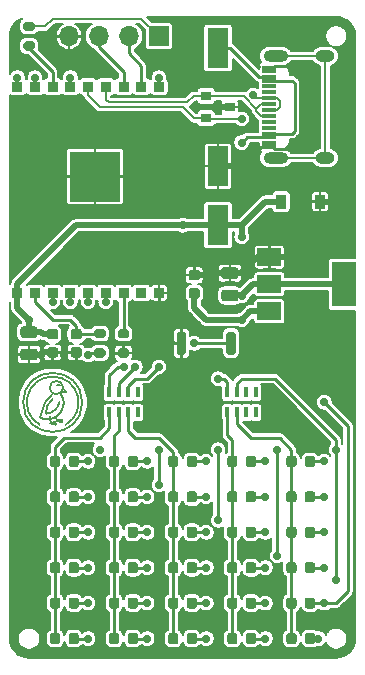
<source format=gbr>
G04 #@! TF.GenerationSoftware,KiCad,Pcbnew,(5.1.12)-1*
G04 #@! TF.CreationDate,2022-06-01T00:15:58-07:00*
G04 #@! TF.ProjectId,LedMatrixTest,4c65644d-6174-4726-9978-546573742e6b,rev?*
G04 #@! TF.SameCoordinates,Original*
G04 #@! TF.FileFunction,Copper,L1,Top*
G04 #@! TF.FilePolarity,Positive*
%FSLAX46Y46*%
G04 Gerber Fmt 4.6, Leading zero omitted, Abs format (unit mm)*
G04 Created by KiCad (PCBNEW (5.1.12)-1) date 2022-06-01 00:15:58*
%MOMM*%
%LPD*%
G01*
G04 APERTURE LIST*
G04 #@! TA.AperFunction,EtchedComponent*
%ADD10C,0.200000*%
G04 #@! TD*
G04 #@! TA.AperFunction,EtchedComponent*
%ADD11C,0.160000*%
G04 #@! TD*
G04 #@! TA.AperFunction,ComponentPad*
%ADD12R,1.700000X1.700000*%
G04 #@! TD*
G04 #@! TA.AperFunction,ComponentPad*
%ADD13O,1.700000X1.700000*%
G04 #@! TD*
G04 #@! TA.AperFunction,ComponentPad*
%ADD14O,2.100000X1.000000*%
G04 #@! TD*
G04 #@! TA.AperFunction,ComponentPad*
%ADD15O,1.600000X1.000000*%
G04 #@! TD*
G04 #@! TA.AperFunction,SMDPad,CuDef*
%ADD16R,1.150000X0.300000*%
G04 #@! TD*
G04 #@! TA.AperFunction,SMDPad,CuDef*
%ADD17R,0.912500X0.850000*%
G04 #@! TD*
G04 #@! TA.AperFunction,SMDPad,CuDef*
%ADD18R,4.300000X4.300000*%
G04 #@! TD*
G04 #@! TA.AperFunction,SMDPad,CuDef*
%ADD19R,0.900000X1.200000*%
G04 #@! TD*
G04 #@! TA.AperFunction,SMDPad,CuDef*
%ADD20R,2.000000X3.800000*%
G04 #@! TD*
G04 #@! TA.AperFunction,SMDPad,CuDef*
%ADD21R,2.000000X1.500000*%
G04 #@! TD*
G04 #@! TA.AperFunction,SMDPad,CuDef*
%ADD22R,1.800000X3.400000*%
G04 #@! TD*
G04 #@! TA.AperFunction,SMDPad,CuDef*
%ADD23R,0.900000X0.800000*%
G04 #@! TD*
G04 #@! TA.AperFunction,SMDPad,CuDef*
%ADD24R,0.400000X0.900000*%
G04 #@! TD*
G04 #@! TA.AperFunction,ViaPad*
%ADD25C,0.700000*%
G04 #@! TD*
G04 #@! TA.AperFunction,Conductor*
%ADD26C,0.500000*%
G04 #@! TD*
G04 #@! TA.AperFunction,Conductor*
%ADD27C,0.250000*%
G04 #@! TD*
G04 #@! TA.AperFunction,Conductor*
%ADD28C,0.200000*%
G04 #@! TD*
G04 #@! TA.AperFunction,Conductor*
%ADD29C,0.100000*%
G04 #@! TD*
G04 APERTURE END LIST*
D10*
X88489050Y-40424715D02*
X88798327Y-40398730D01*
X87927802Y-40250000D02*
X88192723Y-40374087D01*
X88798327Y-40398730D02*
X89101295Y-40297751D01*
X89101295Y-40297751D02*
X89379085Y-40128065D01*
X88192723Y-40374087D02*
X88489050Y-40424715D01*
X89379085Y-40128065D02*
X89614398Y-39900241D01*
X89614398Y-39900241D02*
X89792579Y-39628467D01*
X89937407Y-39022451D02*
X89895035Y-38725950D01*
X89895035Y-38725950D02*
X89778054Y-38458630D01*
X89778054Y-38458630D02*
X89593750Y-38237139D01*
X89792579Y-39628467D02*
X89902531Y-39329667D01*
X89875000Y-37750000D02*
G75*
G03*
X89875000Y-37750000I-562500J0D01*
G01*
X89902531Y-39329667D02*
X89937407Y-39022451D01*
X88849257Y-40768905D02*
X88800000Y-40395710D01*
X91500000Y-39000000D02*
G75*
G03*
X91500000Y-39000000I-2500000J0D01*
G01*
X89382558Y-40561450D02*
X89273702Y-40202597D01*
X88800000Y-40395710D02*
X88787996Y-40146914D01*
D11*
X88786885Y-40768832D02*
G75*
G02*
X89286757Y-40643905I468491J-812047D01*
G01*
X89286610Y-40893910D02*
G75*
G02*
X88786757Y-40768905I-31234J936980D01*
G01*
D10*
X89031251Y-38237139D02*
G75*
G02*
X88696494Y-38608539I-1077120J634282D01*
G01*
D11*
X89820058Y-40561450D02*
G75*
G02*
X89820058Y-40436450I0J62500D01*
G01*
X89820058Y-40686450D02*
G75*
G02*
X89820058Y-40561450I0J62500D01*
G01*
D10*
X88190635Y-39547561D02*
G75*
G02*
X88696494Y-38608539I1248220J-66661D01*
G01*
X88190635Y-39547562D02*
G75*
G02*
X87927802Y-40250000I-1248221J66660D01*
G01*
D11*
X90178836Y-38108849D02*
G75*
G02*
X89869178Y-37830714I238978J577507D01*
G01*
X88426163Y-39957346D02*
G75*
G02*
X88986604Y-38756932I1240752J151760D01*
G01*
X89379260Y-37592648D02*
G75*
G02*
X89620740Y-37592648I120740J-32352D01*
G01*
X89286757Y-40893905D02*
G75*
G02*
X89286757Y-40768905I0J62500D01*
G01*
X90178844Y-38108703D02*
G75*
G02*
X89763205Y-38086557I-176462J599569D01*
G01*
X89286757Y-40768905D02*
G75*
G02*
X89286757Y-40643905I0J62500D01*
G01*
X89575947Y-39000734D02*
G75*
G02*
X88426188Y-39957555I-1215549J291446D01*
G01*
X89819911Y-40686455D02*
G75*
G02*
X89320058Y-40561450I-31234J936980D01*
G01*
D10*
X87906250Y-40894429D02*
G75*
G02*
X90093749Y-40894430I1093750J1894429D01*
G01*
D11*
X89320186Y-40561377D02*
G75*
G02*
X89820058Y-40436450I468491J-812047D01*
G01*
G04 #@! TA.AperFunction,SMDPad,CuDef*
G36*
G01*
X90750000Y-32775000D02*
X91250000Y-32775000D01*
G75*
G02*
X91475000Y-33000000I0J-225000D01*
G01*
X91475000Y-33450000D01*
G75*
G02*
X91250000Y-33675000I-225000J0D01*
G01*
X90750000Y-33675000D01*
G75*
G02*
X90525000Y-33450000I0J225000D01*
G01*
X90525000Y-33000000D01*
G75*
G02*
X90750000Y-32775000I225000J0D01*
G01*
G37*
G04 #@! TD.AperFunction*
G04 #@! TA.AperFunction,SMDPad,CuDef*
G36*
G01*
X90750000Y-34325000D02*
X91250000Y-34325000D01*
G75*
G02*
X91475000Y-34550000I0J-225000D01*
G01*
X91475000Y-35000000D01*
G75*
G02*
X91250000Y-35225000I-225000J0D01*
G01*
X90750000Y-35225000D01*
G75*
G02*
X90525000Y-35000000I0J225000D01*
G01*
X90525000Y-34550000D01*
G75*
G02*
X90750000Y-34325000I225000J0D01*
G01*
G37*
G04 #@! TD.AperFunction*
G04 #@! TA.AperFunction,SMDPad,CuDef*
G36*
G01*
X93275000Y-35225000D02*
X92725000Y-35225000D01*
G75*
G02*
X92525000Y-35025000I0J200000D01*
G01*
X92525000Y-34625000D01*
G75*
G02*
X92725000Y-34425000I200000J0D01*
G01*
X93275000Y-34425000D01*
G75*
G02*
X93475000Y-34625000I0J-200000D01*
G01*
X93475000Y-35025000D01*
G75*
G02*
X93275000Y-35225000I-200000J0D01*
G01*
G37*
G04 #@! TD.AperFunction*
G04 #@! TA.AperFunction,SMDPad,CuDef*
G36*
G01*
X93275000Y-33575000D02*
X92725000Y-33575000D01*
G75*
G02*
X92525000Y-33375000I0J200000D01*
G01*
X92525000Y-32975000D01*
G75*
G02*
X92725000Y-32775000I200000J0D01*
G01*
X93275000Y-32775000D01*
G75*
G02*
X93475000Y-32975000I0J-200000D01*
G01*
X93475000Y-33375000D01*
G75*
G02*
X93275000Y-33575000I-200000J0D01*
G01*
G37*
G04 #@! TD.AperFunction*
G04 #@! TA.AperFunction,SMDPad,CuDef*
G36*
G01*
X86725000Y-8425000D02*
X87275000Y-8425000D01*
G75*
G02*
X87475000Y-8625000I0J-200000D01*
G01*
X87475000Y-9025000D01*
G75*
G02*
X87275000Y-9225000I-200000J0D01*
G01*
X86725000Y-9225000D01*
G75*
G02*
X86525000Y-9025000I0J200000D01*
G01*
X86525000Y-8625000D01*
G75*
G02*
X86725000Y-8425000I200000J0D01*
G01*
G37*
G04 #@! TD.AperFunction*
G04 #@! TA.AperFunction,SMDPad,CuDef*
G36*
G01*
X86725000Y-6775000D02*
X87275000Y-6775000D01*
G75*
G02*
X87475000Y-6975000I0J-200000D01*
G01*
X87475000Y-7375000D01*
G75*
G02*
X87275000Y-7575000I-200000J0D01*
G01*
X86725000Y-7575000D01*
G75*
G02*
X86525000Y-7375000I0J200000D01*
G01*
X86525000Y-6975000D01*
G75*
G02*
X86725000Y-6775000I200000J0D01*
G01*
G37*
G04 #@! TD.AperFunction*
G04 #@! TA.AperFunction,SMDPad,CuDef*
G36*
G01*
X95275000Y-35225000D02*
X94725000Y-35225000D01*
G75*
G02*
X94525000Y-35025000I0J200000D01*
G01*
X94525000Y-34625000D01*
G75*
G02*
X94725000Y-34425000I200000J0D01*
G01*
X95275000Y-34425000D01*
G75*
G02*
X95475000Y-34625000I0J-200000D01*
G01*
X95475000Y-35025000D01*
G75*
G02*
X95275000Y-35225000I-200000J0D01*
G01*
G37*
G04 #@! TD.AperFunction*
G04 #@! TA.AperFunction,SMDPad,CuDef*
G36*
G01*
X95275000Y-33575000D02*
X94725000Y-33575000D01*
G75*
G02*
X94525000Y-33375000I0J200000D01*
G01*
X94525000Y-32975000D01*
G75*
G02*
X94725000Y-32775000I200000J0D01*
G01*
X95275000Y-32775000D01*
G75*
G02*
X95475000Y-32975000I0J-200000D01*
G01*
X95475000Y-33375000D01*
G75*
G02*
X95275000Y-33575000I-200000J0D01*
G01*
G37*
G04 #@! TD.AperFunction*
D12*
X98000000Y-8000000D03*
D13*
X95460000Y-8000000D03*
X92920000Y-8000000D03*
X90380000Y-8000000D03*
G04 #@! TA.AperFunction,SMDPad,CuDef*
G36*
G01*
X86525000Y-32550000D02*
X87475000Y-32550000D01*
G75*
G02*
X87725000Y-32800000I0J-250000D01*
G01*
X87725000Y-33300000D01*
G75*
G02*
X87475000Y-33550000I-250000J0D01*
G01*
X86525000Y-33550000D01*
G75*
G02*
X86275000Y-33300000I0J250000D01*
G01*
X86275000Y-32800000D01*
G75*
G02*
X86525000Y-32550000I250000J0D01*
G01*
G37*
G04 #@! TD.AperFunction*
G04 #@! TA.AperFunction,SMDPad,CuDef*
G36*
G01*
X86525000Y-34450000D02*
X87475000Y-34450000D01*
G75*
G02*
X87725000Y-34700000I0J-250000D01*
G01*
X87725000Y-35200000D01*
G75*
G02*
X87475000Y-35450000I-250000J0D01*
G01*
X86525000Y-35450000D01*
G75*
G02*
X86275000Y-35200000I0J250000D01*
G01*
X86275000Y-34700000D01*
G75*
G02*
X86525000Y-34450000I250000J0D01*
G01*
G37*
G04 #@! TD.AperFunction*
G04 #@! TA.AperFunction,SMDPad,CuDef*
G36*
G01*
X88750000Y-34325000D02*
X89250000Y-34325000D01*
G75*
G02*
X89475000Y-34550000I0J-225000D01*
G01*
X89475000Y-35000000D01*
G75*
G02*
X89250000Y-35225000I-225000J0D01*
G01*
X88750000Y-35225000D01*
G75*
G02*
X88525000Y-35000000I0J225000D01*
G01*
X88525000Y-34550000D01*
G75*
G02*
X88750000Y-34325000I225000J0D01*
G01*
G37*
G04 #@! TD.AperFunction*
G04 #@! TA.AperFunction,SMDPad,CuDef*
G36*
G01*
X88750000Y-32775000D02*
X89250000Y-32775000D01*
G75*
G02*
X89475000Y-33000000I0J-225000D01*
G01*
X89475000Y-33450000D01*
G75*
G02*
X89250000Y-33675000I-225000J0D01*
G01*
X88750000Y-33675000D01*
G75*
G02*
X88525000Y-33450000I0J225000D01*
G01*
X88525000Y-33000000D01*
G75*
G02*
X88750000Y-32775000I225000J0D01*
G01*
G37*
G04 #@! TD.AperFunction*
D14*
X107895000Y-18320000D03*
X107895000Y-9680000D03*
D15*
X112075000Y-18320000D03*
X112075000Y-9680000D03*
D16*
X107330000Y-10950000D03*
X107330000Y-11750000D03*
X107330000Y-12250000D03*
X107330000Y-12750000D03*
X107330000Y-13250000D03*
X107330000Y-13750000D03*
X107330000Y-14250000D03*
X107330000Y-14750000D03*
X107330000Y-15250000D03*
X107330000Y-15750000D03*
X107330000Y-16550000D03*
X107330000Y-17350000D03*
X107330000Y-17050000D03*
X107330000Y-16250000D03*
X107330000Y-11450000D03*
X107330000Y-10650000D03*
D17*
X86000000Y-12262500D03*
X87500000Y-12262500D03*
X89000000Y-12262500D03*
X90500000Y-12262500D03*
X92000000Y-12262500D03*
X93500000Y-12262500D03*
X95000000Y-12262500D03*
X96500000Y-12262500D03*
X98000000Y-12262500D03*
X98000000Y-29737500D03*
X96500000Y-29737500D03*
X95000000Y-29737500D03*
X93500000Y-29737500D03*
X92000000Y-29737500D03*
X90500000Y-29737500D03*
X89000000Y-29737500D03*
X87500000Y-29737500D03*
X86000000Y-29737500D03*
D18*
X92580000Y-19880000D03*
D19*
X108350000Y-22000000D03*
X111650000Y-22000000D03*
D20*
X113650000Y-29000000D03*
D21*
X107350000Y-29000000D03*
X107350000Y-31300000D03*
X107350000Y-26700000D03*
G04 #@! TA.AperFunction,SMDPad,CuDef*
G36*
G01*
X101250000Y-30225000D02*
X100750000Y-30225000D01*
G75*
G02*
X100525000Y-30000000I0J225000D01*
G01*
X100525000Y-29550000D01*
G75*
G02*
X100750000Y-29325000I225000J0D01*
G01*
X101250000Y-29325000D01*
G75*
G02*
X101475000Y-29550000I0J-225000D01*
G01*
X101475000Y-30000000D01*
G75*
G02*
X101250000Y-30225000I-225000J0D01*
G01*
G37*
G04 #@! TD.AperFunction*
G04 #@! TA.AperFunction,SMDPad,CuDef*
G36*
G01*
X101250000Y-28675000D02*
X100750000Y-28675000D01*
G75*
G02*
X100525000Y-28450000I0J225000D01*
G01*
X100525000Y-28000000D01*
G75*
G02*
X100750000Y-27775000I225000J0D01*
G01*
X101250000Y-27775000D01*
G75*
G02*
X101475000Y-28000000I0J-225000D01*
G01*
X101475000Y-28450000D01*
G75*
G02*
X101250000Y-28675000I-225000J0D01*
G01*
G37*
G04 #@! TD.AperFunction*
G04 #@! TA.AperFunction,SMDPad,CuDef*
G36*
G01*
X104475000Y-30450000D02*
X103525000Y-30450000D01*
G75*
G02*
X103275000Y-30200000I0J250000D01*
G01*
X103275000Y-29700000D01*
G75*
G02*
X103525000Y-29450000I250000J0D01*
G01*
X104475000Y-29450000D01*
G75*
G02*
X104725000Y-29700000I0J-250000D01*
G01*
X104725000Y-30200000D01*
G75*
G02*
X104475000Y-30450000I-250000J0D01*
G01*
G37*
G04 #@! TD.AperFunction*
G04 #@! TA.AperFunction,SMDPad,CuDef*
G36*
G01*
X104475000Y-28550000D02*
X103525000Y-28550000D01*
G75*
G02*
X103275000Y-28300000I0J250000D01*
G01*
X103275000Y-27800000D01*
G75*
G02*
X103525000Y-27550000I250000J0D01*
G01*
X104475000Y-27550000D01*
G75*
G02*
X104725000Y-27800000I0J-250000D01*
G01*
X104725000Y-28300000D01*
G75*
G02*
X104475000Y-28550000I-250000J0D01*
G01*
G37*
G04 #@! TD.AperFunction*
D22*
X103000000Y-24000000D03*
G04 #@! TA.AperFunction,SMDPad,CuDef*
G36*
G01*
X88775000Y-44256250D02*
X88775000Y-43743750D01*
G75*
G02*
X88993750Y-43525000I218750J0D01*
G01*
X89431250Y-43525000D01*
G75*
G02*
X89650000Y-43743750I0J-218750D01*
G01*
X89650000Y-44256250D01*
G75*
G02*
X89431250Y-44475000I-218750J0D01*
G01*
X88993750Y-44475000D01*
G75*
G02*
X88775000Y-44256250I0J218750D01*
G01*
G37*
G04 #@! TD.AperFunction*
G04 #@! TA.AperFunction,SMDPad,CuDef*
G36*
G01*
X90350000Y-44256250D02*
X90350000Y-43743750D01*
G75*
G02*
X90568750Y-43525000I218750J0D01*
G01*
X91006250Y-43525000D01*
G75*
G02*
X91225000Y-43743750I0J-218750D01*
G01*
X91225000Y-44256250D01*
G75*
G02*
X91006250Y-44475000I-218750J0D01*
G01*
X90568750Y-44475000D01*
G75*
G02*
X90350000Y-44256250I0J218750D01*
G01*
G37*
G04 #@! TD.AperFunction*
G04 #@! TA.AperFunction,SMDPad,CuDef*
G36*
G01*
X95350000Y-44256250D02*
X95350000Y-43743750D01*
G75*
G02*
X95568750Y-43525000I218750J0D01*
G01*
X96006250Y-43525000D01*
G75*
G02*
X96225000Y-43743750I0J-218750D01*
G01*
X96225000Y-44256250D01*
G75*
G02*
X96006250Y-44475000I-218750J0D01*
G01*
X95568750Y-44475000D01*
G75*
G02*
X95350000Y-44256250I0J218750D01*
G01*
G37*
G04 #@! TD.AperFunction*
G04 #@! TA.AperFunction,SMDPad,CuDef*
G36*
G01*
X93775000Y-44256250D02*
X93775000Y-43743750D01*
G75*
G02*
X93993750Y-43525000I218750J0D01*
G01*
X94431250Y-43525000D01*
G75*
G02*
X94650000Y-43743750I0J-218750D01*
G01*
X94650000Y-44256250D01*
G75*
G02*
X94431250Y-44475000I-218750J0D01*
G01*
X93993750Y-44475000D01*
G75*
G02*
X93775000Y-44256250I0J218750D01*
G01*
G37*
G04 #@! TD.AperFunction*
G04 #@! TA.AperFunction,SMDPad,CuDef*
G36*
G01*
X98775000Y-44256250D02*
X98775000Y-43743750D01*
G75*
G02*
X98993750Y-43525000I218750J0D01*
G01*
X99431250Y-43525000D01*
G75*
G02*
X99650000Y-43743750I0J-218750D01*
G01*
X99650000Y-44256250D01*
G75*
G02*
X99431250Y-44475000I-218750J0D01*
G01*
X98993750Y-44475000D01*
G75*
G02*
X98775000Y-44256250I0J218750D01*
G01*
G37*
G04 #@! TD.AperFunction*
G04 #@! TA.AperFunction,SMDPad,CuDef*
G36*
G01*
X100350000Y-44256250D02*
X100350000Y-43743750D01*
G75*
G02*
X100568750Y-43525000I218750J0D01*
G01*
X101006250Y-43525000D01*
G75*
G02*
X101225000Y-43743750I0J-218750D01*
G01*
X101225000Y-44256250D01*
G75*
G02*
X101006250Y-44475000I-218750J0D01*
G01*
X100568750Y-44475000D01*
G75*
G02*
X100350000Y-44256250I0J218750D01*
G01*
G37*
G04 #@! TD.AperFunction*
G04 #@! TA.AperFunction,SMDPad,CuDef*
G36*
G01*
X103775000Y-44256250D02*
X103775000Y-43743750D01*
G75*
G02*
X103993750Y-43525000I218750J0D01*
G01*
X104431250Y-43525000D01*
G75*
G02*
X104650000Y-43743750I0J-218750D01*
G01*
X104650000Y-44256250D01*
G75*
G02*
X104431250Y-44475000I-218750J0D01*
G01*
X103993750Y-44475000D01*
G75*
G02*
X103775000Y-44256250I0J218750D01*
G01*
G37*
G04 #@! TD.AperFunction*
G04 #@! TA.AperFunction,SMDPad,CuDef*
G36*
G01*
X105350000Y-44256250D02*
X105350000Y-43743750D01*
G75*
G02*
X105568750Y-43525000I218750J0D01*
G01*
X106006250Y-43525000D01*
G75*
G02*
X106225000Y-43743750I0J-218750D01*
G01*
X106225000Y-44256250D01*
G75*
G02*
X106006250Y-44475000I-218750J0D01*
G01*
X105568750Y-44475000D01*
G75*
G02*
X105350000Y-44256250I0J218750D01*
G01*
G37*
G04 #@! TD.AperFunction*
G04 #@! TA.AperFunction,SMDPad,CuDef*
G36*
G01*
X110350000Y-44256250D02*
X110350000Y-43743750D01*
G75*
G02*
X110568750Y-43525000I218750J0D01*
G01*
X111006250Y-43525000D01*
G75*
G02*
X111225000Y-43743750I0J-218750D01*
G01*
X111225000Y-44256250D01*
G75*
G02*
X111006250Y-44475000I-218750J0D01*
G01*
X110568750Y-44475000D01*
G75*
G02*
X110350000Y-44256250I0J218750D01*
G01*
G37*
G04 #@! TD.AperFunction*
G04 #@! TA.AperFunction,SMDPad,CuDef*
G36*
G01*
X108775000Y-44256250D02*
X108775000Y-43743750D01*
G75*
G02*
X108993750Y-43525000I218750J0D01*
G01*
X109431250Y-43525000D01*
G75*
G02*
X109650000Y-43743750I0J-218750D01*
G01*
X109650000Y-44256250D01*
G75*
G02*
X109431250Y-44475000I-218750J0D01*
G01*
X108993750Y-44475000D01*
G75*
G02*
X108775000Y-44256250I0J218750D01*
G01*
G37*
G04 #@! TD.AperFunction*
G04 #@! TA.AperFunction,SMDPad,CuDef*
G36*
G01*
X90350000Y-47256250D02*
X90350000Y-46743750D01*
G75*
G02*
X90568750Y-46525000I218750J0D01*
G01*
X91006250Y-46525000D01*
G75*
G02*
X91225000Y-46743750I0J-218750D01*
G01*
X91225000Y-47256250D01*
G75*
G02*
X91006250Y-47475000I-218750J0D01*
G01*
X90568750Y-47475000D01*
G75*
G02*
X90350000Y-47256250I0J218750D01*
G01*
G37*
G04 #@! TD.AperFunction*
G04 #@! TA.AperFunction,SMDPad,CuDef*
G36*
G01*
X88775000Y-47256250D02*
X88775000Y-46743750D01*
G75*
G02*
X88993750Y-46525000I218750J0D01*
G01*
X89431250Y-46525000D01*
G75*
G02*
X89650000Y-46743750I0J-218750D01*
G01*
X89650000Y-47256250D01*
G75*
G02*
X89431250Y-47475000I-218750J0D01*
G01*
X88993750Y-47475000D01*
G75*
G02*
X88775000Y-47256250I0J218750D01*
G01*
G37*
G04 #@! TD.AperFunction*
G04 #@! TA.AperFunction,SMDPad,CuDef*
G36*
G01*
X93775000Y-47256250D02*
X93775000Y-46743750D01*
G75*
G02*
X93993750Y-46525000I218750J0D01*
G01*
X94431250Y-46525000D01*
G75*
G02*
X94650000Y-46743750I0J-218750D01*
G01*
X94650000Y-47256250D01*
G75*
G02*
X94431250Y-47475000I-218750J0D01*
G01*
X93993750Y-47475000D01*
G75*
G02*
X93775000Y-47256250I0J218750D01*
G01*
G37*
G04 #@! TD.AperFunction*
G04 #@! TA.AperFunction,SMDPad,CuDef*
G36*
G01*
X95350000Y-47256250D02*
X95350000Y-46743750D01*
G75*
G02*
X95568750Y-46525000I218750J0D01*
G01*
X96006250Y-46525000D01*
G75*
G02*
X96225000Y-46743750I0J-218750D01*
G01*
X96225000Y-47256250D01*
G75*
G02*
X96006250Y-47475000I-218750J0D01*
G01*
X95568750Y-47475000D01*
G75*
G02*
X95350000Y-47256250I0J218750D01*
G01*
G37*
G04 #@! TD.AperFunction*
G04 #@! TA.AperFunction,SMDPad,CuDef*
G36*
G01*
X98775000Y-47256250D02*
X98775000Y-46743750D01*
G75*
G02*
X98993750Y-46525000I218750J0D01*
G01*
X99431250Y-46525000D01*
G75*
G02*
X99650000Y-46743750I0J-218750D01*
G01*
X99650000Y-47256250D01*
G75*
G02*
X99431250Y-47475000I-218750J0D01*
G01*
X98993750Y-47475000D01*
G75*
G02*
X98775000Y-47256250I0J218750D01*
G01*
G37*
G04 #@! TD.AperFunction*
G04 #@! TA.AperFunction,SMDPad,CuDef*
G36*
G01*
X100350000Y-47256250D02*
X100350000Y-46743750D01*
G75*
G02*
X100568750Y-46525000I218750J0D01*
G01*
X101006250Y-46525000D01*
G75*
G02*
X101225000Y-46743750I0J-218750D01*
G01*
X101225000Y-47256250D01*
G75*
G02*
X101006250Y-47475000I-218750J0D01*
G01*
X100568750Y-47475000D01*
G75*
G02*
X100350000Y-47256250I0J218750D01*
G01*
G37*
G04 #@! TD.AperFunction*
G04 #@! TA.AperFunction,SMDPad,CuDef*
G36*
G01*
X105350000Y-47256250D02*
X105350000Y-46743750D01*
G75*
G02*
X105568750Y-46525000I218750J0D01*
G01*
X106006250Y-46525000D01*
G75*
G02*
X106225000Y-46743750I0J-218750D01*
G01*
X106225000Y-47256250D01*
G75*
G02*
X106006250Y-47475000I-218750J0D01*
G01*
X105568750Y-47475000D01*
G75*
G02*
X105350000Y-47256250I0J218750D01*
G01*
G37*
G04 #@! TD.AperFunction*
G04 #@! TA.AperFunction,SMDPad,CuDef*
G36*
G01*
X103775000Y-47256250D02*
X103775000Y-46743750D01*
G75*
G02*
X103993750Y-46525000I218750J0D01*
G01*
X104431250Y-46525000D01*
G75*
G02*
X104650000Y-46743750I0J-218750D01*
G01*
X104650000Y-47256250D01*
G75*
G02*
X104431250Y-47475000I-218750J0D01*
G01*
X103993750Y-47475000D01*
G75*
G02*
X103775000Y-47256250I0J218750D01*
G01*
G37*
G04 #@! TD.AperFunction*
G04 #@! TA.AperFunction,SMDPad,CuDef*
G36*
G01*
X108775000Y-47256250D02*
X108775000Y-46743750D01*
G75*
G02*
X108993750Y-46525000I218750J0D01*
G01*
X109431250Y-46525000D01*
G75*
G02*
X109650000Y-46743750I0J-218750D01*
G01*
X109650000Y-47256250D01*
G75*
G02*
X109431250Y-47475000I-218750J0D01*
G01*
X108993750Y-47475000D01*
G75*
G02*
X108775000Y-47256250I0J218750D01*
G01*
G37*
G04 #@! TD.AperFunction*
G04 #@! TA.AperFunction,SMDPad,CuDef*
G36*
G01*
X110350000Y-47256250D02*
X110350000Y-46743750D01*
G75*
G02*
X110568750Y-46525000I218750J0D01*
G01*
X111006250Y-46525000D01*
G75*
G02*
X111225000Y-46743750I0J-218750D01*
G01*
X111225000Y-47256250D01*
G75*
G02*
X111006250Y-47475000I-218750J0D01*
G01*
X110568750Y-47475000D01*
G75*
G02*
X110350000Y-47256250I0J218750D01*
G01*
G37*
G04 #@! TD.AperFunction*
G04 #@! TA.AperFunction,SMDPad,CuDef*
G36*
G01*
X88775000Y-50256250D02*
X88775000Y-49743750D01*
G75*
G02*
X88993750Y-49525000I218750J0D01*
G01*
X89431250Y-49525000D01*
G75*
G02*
X89650000Y-49743750I0J-218750D01*
G01*
X89650000Y-50256250D01*
G75*
G02*
X89431250Y-50475000I-218750J0D01*
G01*
X88993750Y-50475000D01*
G75*
G02*
X88775000Y-50256250I0J218750D01*
G01*
G37*
G04 #@! TD.AperFunction*
G04 #@! TA.AperFunction,SMDPad,CuDef*
G36*
G01*
X90350000Y-50256250D02*
X90350000Y-49743750D01*
G75*
G02*
X90568750Y-49525000I218750J0D01*
G01*
X91006250Y-49525000D01*
G75*
G02*
X91225000Y-49743750I0J-218750D01*
G01*
X91225000Y-50256250D01*
G75*
G02*
X91006250Y-50475000I-218750J0D01*
G01*
X90568750Y-50475000D01*
G75*
G02*
X90350000Y-50256250I0J218750D01*
G01*
G37*
G04 #@! TD.AperFunction*
G04 #@! TA.AperFunction,SMDPad,CuDef*
G36*
G01*
X95350000Y-50256250D02*
X95350000Y-49743750D01*
G75*
G02*
X95568750Y-49525000I218750J0D01*
G01*
X96006250Y-49525000D01*
G75*
G02*
X96225000Y-49743750I0J-218750D01*
G01*
X96225000Y-50256250D01*
G75*
G02*
X96006250Y-50475000I-218750J0D01*
G01*
X95568750Y-50475000D01*
G75*
G02*
X95350000Y-50256250I0J218750D01*
G01*
G37*
G04 #@! TD.AperFunction*
G04 #@! TA.AperFunction,SMDPad,CuDef*
G36*
G01*
X93775000Y-50256250D02*
X93775000Y-49743750D01*
G75*
G02*
X93993750Y-49525000I218750J0D01*
G01*
X94431250Y-49525000D01*
G75*
G02*
X94650000Y-49743750I0J-218750D01*
G01*
X94650000Y-50256250D01*
G75*
G02*
X94431250Y-50475000I-218750J0D01*
G01*
X93993750Y-50475000D01*
G75*
G02*
X93775000Y-50256250I0J218750D01*
G01*
G37*
G04 #@! TD.AperFunction*
G04 #@! TA.AperFunction,SMDPad,CuDef*
G36*
G01*
X100350000Y-50256250D02*
X100350000Y-49743750D01*
G75*
G02*
X100568750Y-49525000I218750J0D01*
G01*
X101006250Y-49525000D01*
G75*
G02*
X101225000Y-49743750I0J-218750D01*
G01*
X101225000Y-50256250D01*
G75*
G02*
X101006250Y-50475000I-218750J0D01*
G01*
X100568750Y-50475000D01*
G75*
G02*
X100350000Y-50256250I0J218750D01*
G01*
G37*
G04 #@! TD.AperFunction*
G04 #@! TA.AperFunction,SMDPad,CuDef*
G36*
G01*
X98775000Y-50256250D02*
X98775000Y-49743750D01*
G75*
G02*
X98993750Y-49525000I218750J0D01*
G01*
X99431250Y-49525000D01*
G75*
G02*
X99650000Y-49743750I0J-218750D01*
G01*
X99650000Y-50256250D01*
G75*
G02*
X99431250Y-50475000I-218750J0D01*
G01*
X98993750Y-50475000D01*
G75*
G02*
X98775000Y-50256250I0J218750D01*
G01*
G37*
G04 #@! TD.AperFunction*
G04 #@! TA.AperFunction,SMDPad,CuDef*
G36*
G01*
X105350000Y-50256250D02*
X105350000Y-49743750D01*
G75*
G02*
X105568750Y-49525000I218750J0D01*
G01*
X106006250Y-49525000D01*
G75*
G02*
X106225000Y-49743750I0J-218750D01*
G01*
X106225000Y-50256250D01*
G75*
G02*
X106006250Y-50475000I-218750J0D01*
G01*
X105568750Y-50475000D01*
G75*
G02*
X105350000Y-50256250I0J218750D01*
G01*
G37*
G04 #@! TD.AperFunction*
G04 #@! TA.AperFunction,SMDPad,CuDef*
G36*
G01*
X103775000Y-50256250D02*
X103775000Y-49743750D01*
G75*
G02*
X103993750Y-49525000I218750J0D01*
G01*
X104431250Y-49525000D01*
G75*
G02*
X104650000Y-49743750I0J-218750D01*
G01*
X104650000Y-50256250D01*
G75*
G02*
X104431250Y-50475000I-218750J0D01*
G01*
X103993750Y-50475000D01*
G75*
G02*
X103775000Y-50256250I0J218750D01*
G01*
G37*
G04 #@! TD.AperFunction*
G04 #@! TA.AperFunction,SMDPad,CuDef*
G36*
G01*
X110350000Y-50256250D02*
X110350000Y-49743750D01*
G75*
G02*
X110568750Y-49525000I218750J0D01*
G01*
X111006250Y-49525000D01*
G75*
G02*
X111225000Y-49743750I0J-218750D01*
G01*
X111225000Y-50256250D01*
G75*
G02*
X111006250Y-50475000I-218750J0D01*
G01*
X110568750Y-50475000D01*
G75*
G02*
X110350000Y-50256250I0J218750D01*
G01*
G37*
G04 #@! TD.AperFunction*
G04 #@! TA.AperFunction,SMDPad,CuDef*
G36*
G01*
X108775000Y-50256250D02*
X108775000Y-49743750D01*
G75*
G02*
X108993750Y-49525000I218750J0D01*
G01*
X109431250Y-49525000D01*
G75*
G02*
X109650000Y-49743750I0J-218750D01*
G01*
X109650000Y-50256250D01*
G75*
G02*
X109431250Y-50475000I-218750J0D01*
G01*
X108993750Y-50475000D01*
G75*
G02*
X108775000Y-50256250I0J218750D01*
G01*
G37*
G04 #@! TD.AperFunction*
G04 #@! TA.AperFunction,SMDPad,CuDef*
G36*
G01*
X90350000Y-53256250D02*
X90350000Y-52743750D01*
G75*
G02*
X90568750Y-52525000I218750J0D01*
G01*
X91006250Y-52525000D01*
G75*
G02*
X91225000Y-52743750I0J-218750D01*
G01*
X91225000Y-53256250D01*
G75*
G02*
X91006250Y-53475000I-218750J0D01*
G01*
X90568750Y-53475000D01*
G75*
G02*
X90350000Y-53256250I0J218750D01*
G01*
G37*
G04 #@! TD.AperFunction*
G04 #@! TA.AperFunction,SMDPad,CuDef*
G36*
G01*
X88775000Y-53256250D02*
X88775000Y-52743750D01*
G75*
G02*
X88993750Y-52525000I218750J0D01*
G01*
X89431250Y-52525000D01*
G75*
G02*
X89650000Y-52743750I0J-218750D01*
G01*
X89650000Y-53256250D01*
G75*
G02*
X89431250Y-53475000I-218750J0D01*
G01*
X88993750Y-53475000D01*
G75*
G02*
X88775000Y-53256250I0J218750D01*
G01*
G37*
G04 #@! TD.AperFunction*
G04 #@! TA.AperFunction,SMDPad,CuDef*
G36*
G01*
X93775000Y-53256250D02*
X93775000Y-52743750D01*
G75*
G02*
X93993750Y-52525000I218750J0D01*
G01*
X94431250Y-52525000D01*
G75*
G02*
X94650000Y-52743750I0J-218750D01*
G01*
X94650000Y-53256250D01*
G75*
G02*
X94431250Y-53475000I-218750J0D01*
G01*
X93993750Y-53475000D01*
G75*
G02*
X93775000Y-53256250I0J218750D01*
G01*
G37*
G04 #@! TD.AperFunction*
G04 #@! TA.AperFunction,SMDPad,CuDef*
G36*
G01*
X95350000Y-53256250D02*
X95350000Y-52743750D01*
G75*
G02*
X95568750Y-52525000I218750J0D01*
G01*
X96006250Y-52525000D01*
G75*
G02*
X96225000Y-52743750I0J-218750D01*
G01*
X96225000Y-53256250D01*
G75*
G02*
X96006250Y-53475000I-218750J0D01*
G01*
X95568750Y-53475000D01*
G75*
G02*
X95350000Y-53256250I0J218750D01*
G01*
G37*
G04 #@! TD.AperFunction*
G04 #@! TA.AperFunction,SMDPad,CuDef*
G36*
G01*
X100350000Y-53256250D02*
X100350000Y-52743750D01*
G75*
G02*
X100568750Y-52525000I218750J0D01*
G01*
X101006250Y-52525000D01*
G75*
G02*
X101225000Y-52743750I0J-218750D01*
G01*
X101225000Y-53256250D01*
G75*
G02*
X101006250Y-53475000I-218750J0D01*
G01*
X100568750Y-53475000D01*
G75*
G02*
X100350000Y-53256250I0J218750D01*
G01*
G37*
G04 #@! TD.AperFunction*
G04 #@! TA.AperFunction,SMDPad,CuDef*
G36*
G01*
X98775000Y-53256250D02*
X98775000Y-52743750D01*
G75*
G02*
X98993750Y-52525000I218750J0D01*
G01*
X99431250Y-52525000D01*
G75*
G02*
X99650000Y-52743750I0J-218750D01*
G01*
X99650000Y-53256250D01*
G75*
G02*
X99431250Y-53475000I-218750J0D01*
G01*
X98993750Y-53475000D01*
G75*
G02*
X98775000Y-53256250I0J218750D01*
G01*
G37*
G04 #@! TD.AperFunction*
G04 #@! TA.AperFunction,SMDPad,CuDef*
G36*
G01*
X103775000Y-53256250D02*
X103775000Y-52743750D01*
G75*
G02*
X103993750Y-52525000I218750J0D01*
G01*
X104431250Y-52525000D01*
G75*
G02*
X104650000Y-52743750I0J-218750D01*
G01*
X104650000Y-53256250D01*
G75*
G02*
X104431250Y-53475000I-218750J0D01*
G01*
X103993750Y-53475000D01*
G75*
G02*
X103775000Y-53256250I0J218750D01*
G01*
G37*
G04 #@! TD.AperFunction*
G04 #@! TA.AperFunction,SMDPad,CuDef*
G36*
G01*
X105350000Y-53256250D02*
X105350000Y-52743750D01*
G75*
G02*
X105568750Y-52525000I218750J0D01*
G01*
X106006250Y-52525000D01*
G75*
G02*
X106225000Y-52743750I0J-218750D01*
G01*
X106225000Y-53256250D01*
G75*
G02*
X106006250Y-53475000I-218750J0D01*
G01*
X105568750Y-53475000D01*
G75*
G02*
X105350000Y-53256250I0J218750D01*
G01*
G37*
G04 #@! TD.AperFunction*
G04 #@! TA.AperFunction,SMDPad,CuDef*
G36*
G01*
X108775000Y-53256250D02*
X108775000Y-52743750D01*
G75*
G02*
X108993750Y-52525000I218750J0D01*
G01*
X109431250Y-52525000D01*
G75*
G02*
X109650000Y-52743750I0J-218750D01*
G01*
X109650000Y-53256250D01*
G75*
G02*
X109431250Y-53475000I-218750J0D01*
G01*
X108993750Y-53475000D01*
G75*
G02*
X108775000Y-53256250I0J218750D01*
G01*
G37*
G04 #@! TD.AperFunction*
G04 #@! TA.AperFunction,SMDPad,CuDef*
G36*
G01*
X110350000Y-53256250D02*
X110350000Y-52743750D01*
G75*
G02*
X110568750Y-52525000I218750J0D01*
G01*
X111006250Y-52525000D01*
G75*
G02*
X111225000Y-52743750I0J-218750D01*
G01*
X111225000Y-53256250D01*
G75*
G02*
X111006250Y-53475000I-218750J0D01*
G01*
X110568750Y-53475000D01*
G75*
G02*
X110350000Y-53256250I0J218750D01*
G01*
G37*
G04 #@! TD.AperFunction*
X103000000Y-19000000D03*
X103000000Y-9000000D03*
G04 #@! TA.AperFunction,SMDPad,CuDef*
G36*
G01*
X103700000Y-34800000D02*
X103700000Y-33200000D01*
G75*
G02*
X103900000Y-33000000I200000J0D01*
G01*
X104300000Y-33000000D01*
G75*
G02*
X104500000Y-33200000I0J-200000D01*
G01*
X104500000Y-34800000D01*
G75*
G02*
X104300000Y-35000000I-200000J0D01*
G01*
X103900000Y-35000000D01*
G75*
G02*
X103700000Y-34800000I0J200000D01*
G01*
G37*
G04 #@! TD.AperFunction*
G04 #@! TA.AperFunction,SMDPad,CuDef*
G36*
G01*
X99500000Y-34800000D02*
X99500000Y-33200000D01*
G75*
G02*
X99700000Y-33000000I200000J0D01*
G01*
X100100000Y-33000000D01*
G75*
G02*
X100300000Y-33200000I0J-200000D01*
G01*
X100300000Y-34800000D01*
G75*
G02*
X100100000Y-35000000I-200000J0D01*
G01*
X99700000Y-35000000D01*
G75*
G02*
X99500000Y-34800000I0J200000D01*
G01*
G37*
G04 #@! TD.AperFunction*
D23*
X102000000Y-13050000D03*
X102000000Y-14950000D03*
X104000000Y-14000000D03*
G04 #@! TA.AperFunction,SMDPad,CuDef*
G36*
G01*
X90350000Y-56256250D02*
X90350000Y-55743750D01*
G75*
G02*
X90568750Y-55525000I218750J0D01*
G01*
X91006250Y-55525000D01*
G75*
G02*
X91225000Y-55743750I0J-218750D01*
G01*
X91225000Y-56256250D01*
G75*
G02*
X91006250Y-56475000I-218750J0D01*
G01*
X90568750Y-56475000D01*
G75*
G02*
X90350000Y-56256250I0J218750D01*
G01*
G37*
G04 #@! TD.AperFunction*
G04 #@! TA.AperFunction,SMDPad,CuDef*
G36*
G01*
X88775000Y-56256250D02*
X88775000Y-55743750D01*
G75*
G02*
X88993750Y-55525000I218750J0D01*
G01*
X89431250Y-55525000D01*
G75*
G02*
X89650000Y-55743750I0J-218750D01*
G01*
X89650000Y-56256250D01*
G75*
G02*
X89431250Y-56475000I-218750J0D01*
G01*
X88993750Y-56475000D01*
G75*
G02*
X88775000Y-56256250I0J218750D01*
G01*
G37*
G04 #@! TD.AperFunction*
G04 #@! TA.AperFunction,SMDPad,CuDef*
G36*
G01*
X93775000Y-56256250D02*
X93775000Y-55743750D01*
G75*
G02*
X93993750Y-55525000I218750J0D01*
G01*
X94431250Y-55525000D01*
G75*
G02*
X94650000Y-55743750I0J-218750D01*
G01*
X94650000Y-56256250D01*
G75*
G02*
X94431250Y-56475000I-218750J0D01*
G01*
X93993750Y-56475000D01*
G75*
G02*
X93775000Y-56256250I0J218750D01*
G01*
G37*
G04 #@! TD.AperFunction*
G04 #@! TA.AperFunction,SMDPad,CuDef*
G36*
G01*
X95350000Y-56256250D02*
X95350000Y-55743750D01*
G75*
G02*
X95568750Y-55525000I218750J0D01*
G01*
X96006250Y-55525000D01*
G75*
G02*
X96225000Y-55743750I0J-218750D01*
G01*
X96225000Y-56256250D01*
G75*
G02*
X96006250Y-56475000I-218750J0D01*
G01*
X95568750Y-56475000D01*
G75*
G02*
X95350000Y-56256250I0J218750D01*
G01*
G37*
G04 #@! TD.AperFunction*
G04 #@! TA.AperFunction,SMDPad,CuDef*
G36*
G01*
X100350000Y-56256250D02*
X100350000Y-55743750D01*
G75*
G02*
X100568750Y-55525000I218750J0D01*
G01*
X101006250Y-55525000D01*
G75*
G02*
X101225000Y-55743750I0J-218750D01*
G01*
X101225000Y-56256250D01*
G75*
G02*
X101006250Y-56475000I-218750J0D01*
G01*
X100568750Y-56475000D01*
G75*
G02*
X100350000Y-56256250I0J218750D01*
G01*
G37*
G04 #@! TD.AperFunction*
G04 #@! TA.AperFunction,SMDPad,CuDef*
G36*
G01*
X98775000Y-56256250D02*
X98775000Y-55743750D01*
G75*
G02*
X98993750Y-55525000I218750J0D01*
G01*
X99431250Y-55525000D01*
G75*
G02*
X99650000Y-55743750I0J-218750D01*
G01*
X99650000Y-56256250D01*
G75*
G02*
X99431250Y-56475000I-218750J0D01*
G01*
X98993750Y-56475000D01*
G75*
G02*
X98775000Y-56256250I0J218750D01*
G01*
G37*
G04 #@! TD.AperFunction*
G04 #@! TA.AperFunction,SMDPad,CuDef*
G36*
G01*
X103775000Y-56256250D02*
X103775000Y-55743750D01*
G75*
G02*
X103993750Y-55525000I218750J0D01*
G01*
X104431250Y-55525000D01*
G75*
G02*
X104650000Y-55743750I0J-218750D01*
G01*
X104650000Y-56256250D01*
G75*
G02*
X104431250Y-56475000I-218750J0D01*
G01*
X103993750Y-56475000D01*
G75*
G02*
X103775000Y-56256250I0J218750D01*
G01*
G37*
G04 #@! TD.AperFunction*
G04 #@! TA.AperFunction,SMDPad,CuDef*
G36*
G01*
X105350000Y-56256250D02*
X105350000Y-55743750D01*
G75*
G02*
X105568750Y-55525000I218750J0D01*
G01*
X106006250Y-55525000D01*
G75*
G02*
X106225000Y-55743750I0J-218750D01*
G01*
X106225000Y-56256250D01*
G75*
G02*
X106006250Y-56475000I-218750J0D01*
G01*
X105568750Y-56475000D01*
G75*
G02*
X105350000Y-56256250I0J218750D01*
G01*
G37*
G04 #@! TD.AperFunction*
G04 #@! TA.AperFunction,SMDPad,CuDef*
G36*
G01*
X108775000Y-56256250D02*
X108775000Y-55743750D01*
G75*
G02*
X108993750Y-55525000I218750J0D01*
G01*
X109431250Y-55525000D01*
G75*
G02*
X109650000Y-55743750I0J-218750D01*
G01*
X109650000Y-56256250D01*
G75*
G02*
X109431250Y-56475000I-218750J0D01*
G01*
X108993750Y-56475000D01*
G75*
G02*
X108775000Y-56256250I0J218750D01*
G01*
G37*
G04 #@! TD.AperFunction*
G04 #@! TA.AperFunction,SMDPad,CuDef*
G36*
G01*
X110350000Y-56256250D02*
X110350000Y-55743750D01*
G75*
G02*
X110568750Y-55525000I218750J0D01*
G01*
X111006250Y-55525000D01*
G75*
G02*
X111225000Y-55743750I0J-218750D01*
G01*
X111225000Y-56256250D01*
G75*
G02*
X111006250Y-56475000I-218750J0D01*
G01*
X110568750Y-56475000D01*
G75*
G02*
X110350000Y-56256250I0J218750D01*
G01*
G37*
G04 #@! TD.AperFunction*
G04 #@! TA.AperFunction,SMDPad,CuDef*
G36*
G01*
X88775000Y-59256250D02*
X88775000Y-58743750D01*
G75*
G02*
X88993750Y-58525000I218750J0D01*
G01*
X89431250Y-58525000D01*
G75*
G02*
X89650000Y-58743750I0J-218750D01*
G01*
X89650000Y-59256250D01*
G75*
G02*
X89431250Y-59475000I-218750J0D01*
G01*
X88993750Y-59475000D01*
G75*
G02*
X88775000Y-59256250I0J218750D01*
G01*
G37*
G04 #@! TD.AperFunction*
G04 #@! TA.AperFunction,SMDPad,CuDef*
G36*
G01*
X90350000Y-59256250D02*
X90350000Y-58743750D01*
G75*
G02*
X90568750Y-58525000I218750J0D01*
G01*
X91006250Y-58525000D01*
G75*
G02*
X91225000Y-58743750I0J-218750D01*
G01*
X91225000Y-59256250D01*
G75*
G02*
X91006250Y-59475000I-218750J0D01*
G01*
X90568750Y-59475000D01*
G75*
G02*
X90350000Y-59256250I0J218750D01*
G01*
G37*
G04 #@! TD.AperFunction*
G04 #@! TA.AperFunction,SMDPad,CuDef*
G36*
G01*
X95350000Y-59256250D02*
X95350000Y-58743750D01*
G75*
G02*
X95568750Y-58525000I218750J0D01*
G01*
X96006250Y-58525000D01*
G75*
G02*
X96225000Y-58743750I0J-218750D01*
G01*
X96225000Y-59256250D01*
G75*
G02*
X96006250Y-59475000I-218750J0D01*
G01*
X95568750Y-59475000D01*
G75*
G02*
X95350000Y-59256250I0J218750D01*
G01*
G37*
G04 #@! TD.AperFunction*
G04 #@! TA.AperFunction,SMDPad,CuDef*
G36*
G01*
X93775000Y-59256250D02*
X93775000Y-58743750D01*
G75*
G02*
X93993750Y-58525000I218750J0D01*
G01*
X94431250Y-58525000D01*
G75*
G02*
X94650000Y-58743750I0J-218750D01*
G01*
X94650000Y-59256250D01*
G75*
G02*
X94431250Y-59475000I-218750J0D01*
G01*
X93993750Y-59475000D01*
G75*
G02*
X93775000Y-59256250I0J218750D01*
G01*
G37*
G04 #@! TD.AperFunction*
G04 #@! TA.AperFunction,SMDPad,CuDef*
G36*
G01*
X98775000Y-59256250D02*
X98775000Y-58743750D01*
G75*
G02*
X98993750Y-58525000I218750J0D01*
G01*
X99431250Y-58525000D01*
G75*
G02*
X99650000Y-58743750I0J-218750D01*
G01*
X99650000Y-59256250D01*
G75*
G02*
X99431250Y-59475000I-218750J0D01*
G01*
X98993750Y-59475000D01*
G75*
G02*
X98775000Y-59256250I0J218750D01*
G01*
G37*
G04 #@! TD.AperFunction*
G04 #@! TA.AperFunction,SMDPad,CuDef*
G36*
G01*
X100350000Y-59256250D02*
X100350000Y-58743750D01*
G75*
G02*
X100568750Y-58525000I218750J0D01*
G01*
X101006250Y-58525000D01*
G75*
G02*
X101225000Y-58743750I0J-218750D01*
G01*
X101225000Y-59256250D01*
G75*
G02*
X101006250Y-59475000I-218750J0D01*
G01*
X100568750Y-59475000D01*
G75*
G02*
X100350000Y-59256250I0J218750D01*
G01*
G37*
G04 #@! TD.AperFunction*
G04 #@! TA.AperFunction,SMDPad,CuDef*
G36*
G01*
X105350000Y-59256250D02*
X105350000Y-58743750D01*
G75*
G02*
X105568750Y-58525000I218750J0D01*
G01*
X106006250Y-58525000D01*
G75*
G02*
X106225000Y-58743750I0J-218750D01*
G01*
X106225000Y-59256250D01*
G75*
G02*
X106006250Y-59475000I-218750J0D01*
G01*
X105568750Y-59475000D01*
G75*
G02*
X105350000Y-59256250I0J218750D01*
G01*
G37*
G04 #@! TD.AperFunction*
G04 #@! TA.AperFunction,SMDPad,CuDef*
G36*
G01*
X103775000Y-59256250D02*
X103775000Y-58743750D01*
G75*
G02*
X103993750Y-58525000I218750J0D01*
G01*
X104431250Y-58525000D01*
G75*
G02*
X104650000Y-58743750I0J-218750D01*
G01*
X104650000Y-59256250D01*
G75*
G02*
X104431250Y-59475000I-218750J0D01*
G01*
X103993750Y-59475000D01*
G75*
G02*
X103775000Y-59256250I0J218750D01*
G01*
G37*
G04 #@! TD.AperFunction*
G04 #@! TA.AperFunction,SMDPad,CuDef*
G36*
G01*
X110350000Y-59256250D02*
X110350000Y-58743750D01*
G75*
G02*
X110568750Y-58525000I218750J0D01*
G01*
X111006250Y-58525000D01*
G75*
G02*
X111225000Y-58743750I0J-218750D01*
G01*
X111225000Y-59256250D01*
G75*
G02*
X111006250Y-59475000I-218750J0D01*
G01*
X110568750Y-59475000D01*
G75*
G02*
X110350000Y-59256250I0J218750D01*
G01*
G37*
G04 #@! TD.AperFunction*
G04 #@! TA.AperFunction,SMDPad,CuDef*
G36*
G01*
X108775000Y-59256250D02*
X108775000Y-58743750D01*
G75*
G02*
X108993750Y-58525000I218750J0D01*
G01*
X109431250Y-58525000D01*
G75*
G02*
X109650000Y-58743750I0J-218750D01*
G01*
X109650000Y-59256250D01*
G75*
G02*
X109431250Y-59475000I-218750J0D01*
G01*
X108993750Y-59475000D01*
G75*
G02*
X108775000Y-59256250I0J218750D01*
G01*
G37*
G04 #@! TD.AperFunction*
D24*
X96200000Y-38150000D03*
X95400000Y-38150000D03*
X94600000Y-38150000D03*
X93800000Y-38150000D03*
X96200000Y-39850000D03*
X93800000Y-39850000D03*
X95400000Y-39850000D03*
X94600000Y-39850000D03*
X104600000Y-39850000D03*
X105400000Y-39850000D03*
X103800000Y-39850000D03*
X106200000Y-39850000D03*
X103800000Y-38150000D03*
X104600000Y-38150000D03*
X105400000Y-38150000D03*
X106200000Y-38150000D03*
D25*
X99000000Y-34000000D03*
X98000000Y-31000000D03*
X92000000Y-20000000D03*
X93000000Y-20000000D03*
X103000000Y-14000000D03*
X105000000Y-19000000D03*
X90000000Y-35000000D03*
X88050000Y-34950000D03*
X105000000Y-30000000D03*
X105000000Y-25000000D03*
X100000000Y-24000000D03*
X92000000Y-35000000D03*
X87000000Y-32000000D03*
X105000000Y-17000000D03*
X105000000Y-32000000D03*
X97000000Y-44000000D03*
X102000000Y-44000000D03*
X107000000Y-44000000D03*
X112000000Y-44000000D03*
X93000000Y-43000000D03*
X89000000Y-30500000D03*
X92000000Y-50000000D03*
X97000000Y-50000000D03*
X102000000Y-50000000D03*
X112000000Y-53000000D03*
X108000000Y-52000000D03*
X93500000Y-30500000D03*
X90500000Y-11500000D03*
X92000000Y-56000000D03*
X97000000Y-56000000D03*
X102000000Y-56000000D03*
X107000000Y-56000000D03*
X112000000Y-56000000D03*
X112000000Y-39000000D03*
X92000000Y-44000000D03*
X102000000Y-47000000D03*
X107000000Y-47000000D03*
X112000000Y-47000000D03*
X98000000Y-46000000D03*
X90500016Y-30500000D03*
X98000000Y-43000000D03*
X92000000Y-47000000D03*
X97000000Y-47000000D03*
X107000000Y-50000000D03*
X112000000Y-50000000D03*
X103000000Y-49000000D03*
X92000000Y-30500000D03*
X92000000Y-53000000D03*
X97000000Y-53000000D03*
X102000000Y-53000000D03*
X107000000Y-53000000D03*
X113000000Y-54000000D03*
X87500000Y-11500000D03*
X86000000Y-11500000D03*
X101000000Y-34000000D03*
X106000000Y-13000000D03*
X105000000Y-15000000D03*
X98000000Y-11500000D03*
X92000000Y-59000000D03*
X97000000Y-59000000D03*
X102000000Y-59000000D03*
X107000000Y-59000000D03*
X111500000Y-59000000D03*
X108000000Y-43000000D03*
X103000000Y-37000000D03*
X103000000Y-43000032D03*
X98000000Y-36000000D03*
X113000000Y-43000000D03*
X96000000Y-36000000D03*
X95000000Y-36000000D03*
D26*
X89000000Y-34775000D02*
X88225000Y-34775000D01*
X88225000Y-34775000D02*
X88050000Y-34950000D01*
D27*
X99900000Y-34000000D02*
X99000000Y-34000000D01*
X98000000Y-29737500D02*
X98000000Y-31000000D01*
X107617800Y-10650000D02*
X107767801Y-10499999D01*
X107767801Y-10499999D02*
X109499999Y-10499999D01*
X107330000Y-10650000D02*
X107617800Y-10650000D01*
X109499999Y-10499999D02*
X110000000Y-11000000D01*
X107802790Y-17534990D02*
X109465010Y-17534990D01*
X107617800Y-17350000D02*
X107802790Y-17534990D01*
X107330000Y-17350000D02*
X107617800Y-17350000D01*
X110000000Y-17000000D02*
X110000000Y-11000000D01*
X109465010Y-17534990D02*
X110000000Y-17000000D01*
X92120000Y-19880000D02*
X92000000Y-20000000D01*
X92580000Y-19880000D02*
X92120000Y-19880000D01*
X92880000Y-19880000D02*
X93000000Y-20000000D01*
X92580000Y-19880000D02*
X92880000Y-19880000D01*
D28*
X107330000Y-17050000D02*
X107330000Y-17350000D01*
X107330000Y-10950000D02*
X107330000Y-10650000D01*
D26*
X104000000Y-14000000D02*
X103000000Y-14000000D01*
X114000000Y-22000000D02*
X111650000Y-22000000D01*
X114000000Y-24000000D02*
X114000000Y-22000000D01*
X111300000Y-26700000D02*
X114000000Y-24000000D01*
X107350000Y-26700000D02*
X111300000Y-26700000D01*
X114000000Y-22000000D02*
X114000000Y-21000000D01*
X114000000Y-21000000D02*
X113000000Y-20000000D01*
X113000000Y-20000000D02*
X106000000Y-20000000D01*
X105000000Y-19000000D02*
X103000000Y-19000000D01*
X106000000Y-20000000D02*
X105000000Y-19000000D01*
X104000000Y-28050000D02*
X104950000Y-28050000D01*
X106300000Y-26700000D02*
X107350000Y-26700000D01*
X104950000Y-28050000D02*
X106300000Y-26700000D01*
X102550000Y-28050000D02*
X104000000Y-28050000D01*
X102375000Y-28225000D02*
X102550000Y-28050000D01*
X101000000Y-28225000D02*
X102375000Y-28225000D01*
D27*
X106650000Y-17350000D02*
X105000000Y-19000000D01*
X107330000Y-17350000D02*
X106650000Y-17350000D01*
X91000000Y-34775000D02*
X90775000Y-35000000D01*
X90000000Y-35000000D02*
X90225000Y-34775000D01*
X90225000Y-34775000D02*
X91000000Y-34775000D01*
X89000000Y-34775000D02*
X90225000Y-34775000D01*
D26*
X88050000Y-34950000D02*
X87000000Y-34950000D01*
D27*
X88050000Y-34950000D02*
X88050000Y-35550000D01*
X88050000Y-35550000D02*
X88500000Y-36000000D01*
X95000000Y-34825000D02*
X94175000Y-34825000D01*
X94175000Y-34825000D02*
X94000000Y-35000000D01*
X94000000Y-35500000D02*
X93500000Y-36000000D01*
X94000000Y-35000000D02*
X94000000Y-35500000D01*
X88500000Y-36000000D02*
X93500000Y-36000000D01*
D26*
X87000000Y-32000000D02*
X87000000Y-33050000D01*
X86000000Y-31000000D02*
X87000000Y-32000000D01*
X89000000Y-33225000D02*
X88225000Y-33225000D01*
X88050000Y-33050000D02*
X87000000Y-33050000D01*
X88225000Y-33225000D02*
X88050000Y-33050000D01*
X114150000Y-29000000D02*
X107850000Y-29000000D01*
D28*
X87000000Y-7175000D02*
X88325000Y-7175000D01*
X88325000Y-7175000D02*
X89000000Y-6500000D01*
X96500000Y-6500000D02*
X98000000Y-8000000D01*
X89000000Y-6500000D02*
X96500000Y-6500000D01*
D26*
X103000000Y-24000000D02*
X105000000Y-24000000D01*
X107000000Y-22000000D02*
X108350000Y-22000000D01*
X105000000Y-24000000D02*
X107000000Y-22000000D01*
X107350000Y-29000000D02*
X106000000Y-29000000D01*
X105050000Y-29950000D02*
X104000000Y-29950000D01*
X106000000Y-29000000D02*
X105050000Y-29950000D01*
X103000000Y-24000000D02*
X91000000Y-24000000D01*
X86000000Y-29000000D02*
X86000000Y-30000000D01*
X91000000Y-24000000D02*
X86000000Y-29000000D01*
X86000000Y-30000000D02*
X86000000Y-31000000D01*
X86000000Y-29737500D02*
X86000000Y-30000000D01*
X105000000Y-24000000D02*
X105000000Y-25000000D01*
D27*
X93000000Y-34825000D02*
X92825000Y-35000000D01*
X92175000Y-34825000D02*
X92000000Y-35000000D01*
X93000000Y-34825000D02*
X92175000Y-34825000D01*
X95000000Y-33175000D02*
X95000000Y-29737500D01*
X109250000Y-11750000D02*
X107330000Y-11750000D01*
X109500000Y-16000000D02*
X109500000Y-12000000D01*
X109250000Y-16250000D02*
X109500000Y-16000000D01*
X109500000Y-12000000D02*
X109250000Y-11750000D01*
X107330000Y-16250000D02*
X109250000Y-16250000D01*
D28*
X107330000Y-16550000D02*
X107330000Y-16250000D01*
X107330000Y-11750000D02*
X107330000Y-11450000D01*
D26*
X101000000Y-29775000D02*
X101000000Y-30500000D01*
X107350000Y-31300000D02*
X105700000Y-31300000D01*
X105700000Y-31300000D02*
X105000000Y-32000000D01*
X105000000Y-32000000D02*
X102000000Y-32000000D01*
X101000000Y-31000000D02*
X101000000Y-29775000D01*
X101500000Y-31500000D02*
X101000000Y-31000000D01*
X102000000Y-32000000D02*
X101500000Y-31500000D01*
D27*
X105450000Y-16550000D02*
X105000000Y-17000000D01*
X107330000Y-16550000D02*
X105450000Y-16550000D01*
X104000000Y-9000000D02*
X106450000Y-11450000D01*
X103000000Y-9000000D02*
X104000000Y-9000000D01*
X107330000Y-11450000D02*
X106450000Y-11450000D01*
D28*
X106636998Y-14750000D02*
X107330000Y-14750000D01*
X106250000Y-14363002D02*
X106636998Y-14750000D01*
X106250000Y-14136998D02*
X106250000Y-14363002D01*
X106636998Y-13750000D02*
X106250000Y-14136998D01*
X107330000Y-13750000D02*
X106636998Y-13750000D01*
X93500000Y-13381250D02*
X93500000Y-12262500D01*
X93728751Y-13610001D02*
X93500000Y-13381250D01*
X100389999Y-13610001D02*
X93728751Y-13610001D01*
X100950000Y-13050000D02*
X100389999Y-13610001D01*
X102000000Y-13050000D02*
X100950000Y-13050000D01*
X105163002Y-13050000D02*
X106250000Y-14136998D01*
X102000000Y-13050000D02*
X105163002Y-13050000D01*
D27*
X89000000Y-29737500D02*
X89000000Y-30500000D01*
X97000000Y-44000000D02*
X95787500Y-44000000D01*
X102000000Y-44000000D02*
X100787500Y-44000000D01*
X107000000Y-44000000D02*
X105787500Y-44000000D01*
X112000000Y-44000000D02*
X110787500Y-44000000D01*
X93500000Y-29737500D02*
X93500000Y-30500000D01*
X112000000Y-53000000D02*
X110787500Y-53000000D01*
X102000000Y-50000000D02*
X100787500Y-50000000D01*
X97000000Y-50000000D02*
X95787500Y-50000000D01*
X92000000Y-50000000D02*
X90787500Y-50000000D01*
X90500000Y-12262500D02*
X90500000Y-11500000D01*
X90787500Y-56000000D02*
X92000000Y-56000000D01*
X95787500Y-56000000D02*
X97000000Y-56000000D01*
X100787500Y-56000000D02*
X102000000Y-56000000D01*
X105787500Y-56000000D02*
X107000000Y-56000000D01*
X110787500Y-56000000D02*
X112000000Y-56000000D01*
X113000000Y-56000000D02*
X112000000Y-56000000D01*
X114000000Y-55000000D02*
X113000000Y-56000000D01*
X112000000Y-39000000D02*
X114000000Y-41000000D01*
X114000000Y-41000000D02*
X114000000Y-55000000D01*
X87000000Y-8825000D02*
X87000000Y-9000000D01*
X89000000Y-11000000D02*
X89000000Y-12262500D01*
X87000000Y-9000000D02*
X89000000Y-11000000D01*
X90500000Y-29737500D02*
X90500000Y-30499984D01*
X90500000Y-30499984D02*
X90500016Y-30500000D01*
X92000000Y-44000000D02*
X90787500Y-44000000D01*
X112000000Y-47000000D02*
X110787500Y-47000000D01*
X107000000Y-47000000D02*
X105787500Y-47000000D01*
X102000000Y-47000000D02*
X100787500Y-47000000D01*
X98000000Y-46000000D02*
X98000000Y-43000000D01*
X99212500Y-44862500D02*
X99212500Y-53000000D01*
X99175000Y-44825000D02*
X99212500Y-44862500D01*
X99212500Y-53000000D02*
X99212500Y-59000000D01*
X92000000Y-29737500D02*
X92000000Y-30500000D01*
X112000000Y-50000000D02*
X110787500Y-50000000D01*
X107000000Y-50000000D02*
X105787500Y-50000000D01*
X92000000Y-47000000D02*
X90787500Y-47000000D01*
X97000000Y-47000000D02*
X95787500Y-47000000D01*
X104175000Y-52962500D02*
X104212500Y-53000000D01*
X104212500Y-53000000D02*
X104212500Y-59000000D01*
X92000000Y-53000000D02*
X90787500Y-53000000D01*
X97000000Y-53000000D02*
X95787500Y-53000000D01*
X102000000Y-53000000D02*
X100787500Y-53000000D01*
X107000000Y-53000000D02*
X105787500Y-53000000D01*
X87500000Y-12262500D02*
X87500000Y-11500000D01*
X94212500Y-50532300D02*
X94212500Y-53000000D01*
X94175000Y-50494800D02*
X94212500Y-50532300D01*
X94212500Y-53000000D02*
X94212500Y-59000000D01*
X86000000Y-11500000D02*
X86000000Y-12262500D01*
X104100000Y-34000000D02*
X101000000Y-34000000D01*
X95000000Y-12262500D02*
X95000000Y-11000000D01*
X92920000Y-8920000D02*
X92920000Y-8000000D01*
X95000000Y-11000000D02*
X92920000Y-8920000D01*
D28*
X107895000Y-18320000D02*
X112075000Y-18320000D01*
X107895000Y-9680000D02*
X112075000Y-9680000D01*
X112075000Y-9680000D02*
X112075000Y-18320000D01*
D27*
X91050000Y-33175000D02*
X91000000Y-33225000D01*
X93000000Y-33175000D02*
X91050000Y-33175000D01*
X91000000Y-32500000D02*
X91000000Y-33225000D01*
X90500000Y-32000000D02*
X91000000Y-32500000D01*
X89000000Y-32000000D02*
X90500000Y-32000000D01*
X87500000Y-30500000D02*
X89000000Y-32000000D01*
X87500000Y-29737500D02*
X87500000Y-30500000D01*
D28*
X108250000Y-14023002D02*
X108023002Y-14250000D01*
X108250000Y-13500000D02*
X108250000Y-14023002D01*
X108000000Y-13250000D02*
X108250000Y-13500000D01*
X108023002Y-14250000D02*
X107330000Y-14250000D01*
X107330000Y-13250000D02*
X108000000Y-13250000D01*
X102000000Y-14950000D02*
X100950000Y-14950000D01*
X100950000Y-14950000D02*
X100000000Y-14000000D01*
X100000000Y-14000000D02*
X93000000Y-14000000D01*
X92000000Y-13000000D02*
X92000000Y-12262500D01*
X93000000Y-14000000D02*
X92000000Y-13000000D01*
X106250000Y-13250000D02*
X106000000Y-13000000D01*
X107330000Y-13250000D02*
X106250000Y-13250000D01*
X102050000Y-15000000D02*
X105000000Y-15000000D01*
X102000000Y-14950000D02*
X102050000Y-15000000D01*
D27*
X95460000Y-8000000D02*
X95460000Y-9460000D01*
X96500000Y-10500000D02*
X96500000Y-12262500D01*
X95460000Y-9460000D02*
X96500000Y-10500000D01*
X89175000Y-52962500D02*
X89212500Y-53000000D01*
X89212500Y-53000000D02*
X89212500Y-59000000D01*
X98000000Y-12262500D02*
X98000000Y-11500000D01*
X90787500Y-59000000D02*
X92000000Y-59000000D01*
X95787500Y-59000000D02*
X97000000Y-59000000D01*
X100787500Y-59000000D02*
X102000000Y-59000000D01*
X105787500Y-59000000D02*
X107000000Y-59000000D01*
X110787500Y-59000000D02*
X111500000Y-59000000D01*
X108000000Y-52000000D02*
X108000000Y-48669800D01*
X108000000Y-48669800D02*
X108000000Y-43000000D01*
X103800000Y-38150000D02*
X103800000Y-37300000D01*
X103500000Y-37000000D02*
X103000000Y-37000000D01*
X103800000Y-37300000D02*
X103500000Y-37000000D01*
X103000000Y-49000000D02*
X103000000Y-43000032D01*
X97000000Y-37000000D02*
X98000000Y-36000000D01*
X96000000Y-37000000D02*
X97000000Y-37000000D01*
X95400000Y-37600000D02*
X96000000Y-37000000D01*
X95400000Y-38150000D02*
X95400000Y-37600000D01*
X104212500Y-44000000D02*
X104212500Y-59000000D01*
D28*
X89212500Y-53000000D02*
X89212500Y-44000000D01*
D27*
X89212500Y-44000000D02*
X89212500Y-59000000D01*
X89212500Y-44000000D02*
X89212500Y-42787500D01*
X89212500Y-42787500D02*
X90000000Y-42000000D01*
X90000000Y-42000000D02*
X93000000Y-42000000D01*
X93800000Y-41200000D02*
X93800000Y-39850000D01*
X93000000Y-42000000D02*
X93800000Y-41200000D01*
D28*
X99212500Y-44000000D02*
X99212500Y-47000000D01*
D27*
X99212500Y-59000000D02*
X99212500Y-44000000D01*
X99212500Y-43212500D02*
X99212500Y-44000000D01*
X98000000Y-42000000D02*
X99212500Y-43212500D01*
X96000000Y-42000000D02*
X98000000Y-42000000D01*
X95400000Y-41400000D02*
X96000000Y-42000000D01*
X95400000Y-39850000D02*
X95400000Y-41400000D01*
X94600000Y-39850000D02*
X94600000Y-41400000D01*
X94600000Y-41400000D02*
X94212500Y-41787500D01*
X94212500Y-45212500D02*
X94212500Y-59000000D01*
X94212500Y-41787500D02*
X94212500Y-45212500D01*
X94212500Y-44000000D02*
X94212500Y-45212500D01*
X109175000Y-52962500D02*
X109212500Y-53000000D01*
X109212500Y-53000000D02*
X109212500Y-59000000D01*
X109212500Y-59000000D02*
X109212500Y-44000000D01*
X109212500Y-43000000D02*
X109212500Y-44000000D01*
X108212500Y-42000000D02*
X109212500Y-43000000D01*
X105800000Y-42000000D02*
X108212500Y-42000000D01*
X104600000Y-40800000D02*
X105800000Y-42000000D01*
X104600000Y-39850000D02*
X104600000Y-40800000D01*
X103800000Y-39850000D02*
X103800000Y-41800000D01*
X104212500Y-42212500D02*
X104212500Y-44000000D01*
X103800000Y-41800000D02*
X104212500Y-42212500D01*
X113000000Y-50000000D02*
X113000000Y-43000000D01*
X113000000Y-54000000D02*
X113000000Y-50000000D01*
X113000000Y-42175000D02*
X113000000Y-43000000D01*
X105000000Y-37000000D02*
X107825000Y-37000000D01*
X104600000Y-37400000D02*
X105000000Y-37000000D01*
X107825000Y-37000000D02*
X113000000Y-42175000D01*
X104600000Y-38150000D02*
X104600000Y-37400000D01*
X94600000Y-37400000D02*
X96000000Y-36000000D01*
X94600000Y-38150000D02*
X94600000Y-37400000D01*
X94500000Y-36000000D02*
X95000000Y-36000000D01*
X93800000Y-36700000D02*
X94500000Y-36000000D01*
X93800000Y-38150000D02*
X93800000Y-36700000D01*
D28*
X113314501Y-6411655D02*
X113617022Y-6502991D01*
X113896043Y-6651350D01*
X114140934Y-6851079D01*
X114342363Y-7094564D01*
X114492663Y-7372539D01*
X114586110Y-7674419D01*
X114621001Y-8006377D01*
X114621001Y-26744288D01*
X112650000Y-26744288D01*
X112580604Y-26751123D01*
X112513875Y-26771365D01*
X112452377Y-26804236D01*
X112398474Y-26848474D01*
X112354236Y-26902377D01*
X112321365Y-26963875D01*
X112301123Y-27030604D01*
X112294288Y-27100000D01*
X112294288Y-28396000D01*
X108705712Y-28396000D01*
X108705712Y-28250000D01*
X108698877Y-28180604D01*
X108678635Y-28113875D01*
X108645764Y-28052377D01*
X108601526Y-27998474D01*
X108547623Y-27954236D01*
X108486125Y-27921365D01*
X108419396Y-27901123D01*
X108350000Y-27894288D01*
X106350000Y-27894288D01*
X106280604Y-27901123D01*
X106213875Y-27921365D01*
X106152377Y-27954236D01*
X106098474Y-27998474D01*
X106054236Y-28052377D01*
X106021365Y-28113875D01*
X106001123Y-28180604D01*
X105994288Y-28250000D01*
X105994288Y-28393641D01*
X105881595Y-28404740D01*
X105767740Y-28439277D01*
X105662812Y-28495363D01*
X105570841Y-28570841D01*
X105551929Y-28593886D01*
X104887274Y-29258542D01*
X104811516Y-29196369D01*
X104706796Y-29140395D01*
X104593169Y-29105927D01*
X104475000Y-29094288D01*
X103525000Y-29094288D01*
X103406831Y-29105927D01*
X103293204Y-29140395D01*
X103188484Y-29196369D01*
X103096697Y-29271697D01*
X103021369Y-29363484D01*
X102965395Y-29468204D01*
X102930927Y-29581831D01*
X102919288Y-29700000D01*
X102919288Y-30200000D01*
X102930927Y-30318169D01*
X102965395Y-30431796D01*
X103021369Y-30536516D01*
X103096697Y-30628303D01*
X103188484Y-30703631D01*
X103293204Y-30759605D01*
X103406831Y-30794073D01*
X103525000Y-30805712D01*
X104475000Y-30805712D01*
X104593169Y-30794073D01*
X104706796Y-30759605D01*
X104811516Y-30703631D01*
X104834399Y-30684852D01*
X104930662Y-30704000D01*
X105069338Y-30704000D01*
X105205349Y-30676945D01*
X105333469Y-30623876D01*
X105448774Y-30546832D01*
X105546832Y-30448774D01*
X105623876Y-30333469D01*
X105676945Y-30205349D01*
X105683925Y-30170259D01*
X106008958Y-29845226D01*
X106021365Y-29886125D01*
X106054236Y-29947623D01*
X106098474Y-30001526D01*
X106152377Y-30045764D01*
X106213875Y-30078635D01*
X106280604Y-30098877D01*
X106350000Y-30105712D01*
X108350000Y-30105712D01*
X108419396Y-30098877D01*
X108486125Y-30078635D01*
X108547623Y-30045764D01*
X108601526Y-30001526D01*
X108645764Y-29947623D01*
X108678635Y-29886125D01*
X108698877Y-29819396D01*
X108705712Y-29750000D01*
X108705712Y-29604000D01*
X112294288Y-29604000D01*
X112294288Y-30900000D01*
X112301123Y-30969396D01*
X112321365Y-31036125D01*
X112354236Y-31097623D01*
X112398474Y-31151526D01*
X112452377Y-31195764D01*
X112513875Y-31228635D01*
X112580604Y-31248877D01*
X112650000Y-31255712D01*
X114621001Y-31255712D01*
X114621000Y-58981465D01*
X114588345Y-59314502D01*
X114497009Y-59617022D01*
X114348651Y-59896042D01*
X114148923Y-60140932D01*
X113905436Y-60342363D01*
X113627457Y-60492665D01*
X113325582Y-60586110D01*
X112993631Y-60621000D01*
X87018535Y-60621000D01*
X86685498Y-60588345D01*
X86382978Y-60497009D01*
X86103958Y-60348651D01*
X85859068Y-60148923D01*
X85657637Y-59905436D01*
X85507335Y-59627457D01*
X85413890Y-59325582D01*
X85379000Y-58993631D01*
X85379000Y-58908403D01*
X86070000Y-58908403D01*
X86070000Y-59091597D01*
X86105739Y-59271271D01*
X86175845Y-59440520D01*
X86277622Y-59592841D01*
X86407159Y-59722378D01*
X86559480Y-59824155D01*
X86728729Y-59894261D01*
X86908403Y-59930000D01*
X87091597Y-59930000D01*
X87271271Y-59894261D01*
X87440520Y-59824155D01*
X87592841Y-59722378D01*
X87722378Y-59592841D01*
X87824155Y-59440520D01*
X87894261Y-59271271D01*
X87930000Y-59091597D01*
X87930000Y-58908403D01*
X87894261Y-58728729D01*
X87824155Y-58559480D01*
X87722378Y-58407159D01*
X87592841Y-58277622D01*
X87440520Y-58175845D01*
X87271271Y-58105739D01*
X87091597Y-58070000D01*
X86908403Y-58070000D01*
X86728729Y-58105739D01*
X86559480Y-58175845D01*
X86407159Y-58277622D01*
X86277622Y-58407159D01*
X86175845Y-58559480D01*
X86105739Y-58728729D01*
X86070000Y-58908403D01*
X85379000Y-58908403D01*
X85379000Y-38708497D01*
X86040321Y-38708497D01*
X86040321Y-39291503D01*
X86154059Y-39863307D01*
X86377166Y-40401934D01*
X86701067Y-40886686D01*
X87113314Y-41298933D01*
X87598066Y-41622834D01*
X88136693Y-41845941D01*
X88708497Y-41959679D01*
X89291503Y-41959679D01*
X89380645Y-41941948D01*
X88890435Y-42432157D01*
X88872158Y-42447157D01*
X88851715Y-42472068D01*
X88812300Y-42520095D01*
X88767822Y-42603308D01*
X88740432Y-42693600D01*
X88731183Y-42787500D01*
X88733501Y-42811033D01*
X88733501Y-43234617D01*
X88674596Y-43266102D01*
X88587544Y-43337544D01*
X88516102Y-43424596D01*
X88463016Y-43523913D01*
X88430326Y-43631678D01*
X88419288Y-43743750D01*
X88419288Y-44256250D01*
X88430326Y-44368322D01*
X88463016Y-44476087D01*
X88516102Y-44575404D01*
X88587544Y-44662456D01*
X88674596Y-44733898D01*
X88733500Y-44765383D01*
X88733500Y-46234617D01*
X88674596Y-46266102D01*
X88587544Y-46337544D01*
X88516102Y-46424596D01*
X88463016Y-46523913D01*
X88430326Y-46631678D01*
X88419288Y-46743750D01*
X88419288Y-47256250D01*
X88430326Y-47368322D01*
X88463016Y-47476087D01*
X88516102Y-47575404D01*
X88587544Y-47662456D01*
X88674596Y-47733898D01*
X88733500Y-47765383D01*
X88733500Y-49234617D01*
X88674596Y-49266102D01*
X88587544Y-49337544D01*
X88516102Y-49424596D01*
X88463016Y-49523913D01*
X88430326Y-49631678D01*
X88419288Y-49743750D01*
X88419288Y-50256250D01*
X88430326Y-50368322D01*
X88463016Y-50476087D01*
X88516102Y-50575404D01*
X88587544Y-50662456D01*
X88674596Y-50733898D01*
X88733500Y-50765383D01*
X88733501Y-52234617D01*
X88674596Y-52266102D01*
X88587544Y-52337544D01*
X88516102Y-52424596D01*
X88463016Y-52523913D01*
X88430326Y-52631678D01*
X88419288Y-52743750D01*
X88419288Y-53256250D01*
X88430326Y-53368322D01*
X88463016Y-53476087D01*
X88516102Y-53575404D01*
X88587544Y-53662456D01*
X88674596Y-53733898D01*
X88733500Y-53765383D01*
X88733500Y-55234617D01*
X88674596Y-55266102D01*
X88587544Y-55337544D01*
X88516102Y-55424596D01*
X88463016Y-55523913D01*
X88430326Y-55631678D01*
X88419288Y-55743750D01*
X88419288Y-56256250D01*
X88430326Y-56368322D01*
X88463016Y-56476087D01*
X88516102Y-56575404D01*
X88587544Y-56662456D01*
X88674596Y-56733898D01*
X88733501Y-56765383D01*
X88733501Y-58234617D01*
X88674596Y-58266102D01*
X88587544Y-58337544D01*
X88516102Y-58424596D01*
X88463016Y-58523913D01*
X88430326Y-58631678D01*
X88419288Y-58743750D01*
X88419288Y-59256250D01*
X88430326Y-59368322D01*
X88463016Y-59476087D01*
X88516102Y-59575404D01*
X88587544Y-59662456D01*
X88674596Y-59733898D01*
X88773913Y-59786984D01*
X88881678Y-59819674D01*
X88993750Y-59830712D01*
X89431250Y-59830712D01*
X89543322Y-59819674D01*
X89651087Y-59786984D01*
X89750404Y-59733898D01*
X89837456Y-59662456D01*
X89908898Y-59575404D01*
X89961984Y-59476087D01*
X89994674Y-59368322D01*
X90000000Y-59314246D01*
X90005326Y-59368322D01*
X90038016Y-59476087D01*
X90091102Y-59575404D01*
X90162544Y-59662456D01*
X90249596Y-59733898D01*
X90348913Y-59786984D01*
X90456678Y-59819674D01*
X90568750Y-59830712D01*
X91006250Y-59830712D01*
X91118322Y-59819674D01*
X91226087Y-59786984D01*
X91325404Y-59733898D01*
X91412456Y-59662456D01*
X91483898Y-59575404D01*
X91517303Y-59512909D01*
X91551226Y-59546832D01*
X91666531Y-59623876D01*
X91794651Y-59676945D01*
X91930662Y-59704000D01*
X92069338Y-59704000D01*
X92205349Y-59676945D01*
X92333469Y-59623876D01*
X92448774Y-59546832D01*
X92546832Y-59448774D01*
X92623876Y-59333469D01*
X92676945Y-59205349D01*
X92704000Y-59069338D01*
X92704000Y-58930662D01*
X92676945Y-58794651D01*
X92623876Y-58666531D01*
X92546832Y-58551226D01*
X92448774Y-58453168D01*
X92333469Y-58376124D01*
X92205349Y-58323055D01*
X92069338Y-58296000D01*
X91930662Y-58296000D01*
X91794651Y-58323055D01*
X91666531Y-58376124D01*
X91551226Y-58453168D01*
X91517303Y-58487091D01*
X91483898Y-58424596D01*
X91412456Y-58337544D01*
X91325404Y-58266102D01*
X91226087Y-58213016D01*
X91118322Y-58180326D01*
X91006250Y-58169288D01*
X90568750Y-58169288D01*
X90456678Y-58180326D01*
X90348913Y-58213016D01*
X90249596Y-58266102D01*
X90162544Y-58337544D01*
X90091102Y-58424596D01*
X90038016Y-58523913D01*
X90005326Y-58631678D01*
X90000000Y-58685754D01*
X89994674Y-58631678D01*
X89961984Y-58523913D01*
X89908898Y-58424596D01*
X89837456Y-58337544D01*
X89750404Y-58266102D01*
X89691500Y-58234617D01*
X89691500Y-56765383D01*
X89750404Y-56733898D01*
X89837456Y-56662456D01*
X89908898Y-56575404D01*
X89961984Y-56476087D01*
X89994674Y-56368322D01*
X90000000Y-56314246D01*
X90005326Y-56368322D01*
X90038016Y-56476087D01*
X90091102Y-56575404D01*
X90162544Y-56662456D01*
X90249596Y-56733898D01*
X90348913Y-56786984D01*
X90456678Y-56819674D01*
X90568750Y-56830712D01*
X91006250Y-56830712D01*
X91118322Y-56819674D01*
X91226087Y-56786984D01*
X91325404Y-56733898D01*
X91412456Y-56662456D01*
X91483898Y-56575404D01*
X91517303Y-56512909D01*
X91551226Y-56546832D01*
X91666531Y-56623876D01*
X91794651Y-56676945D01*
X91930662Y-56704000D01*
X92069338Y-56704000D01*
X92205349Y-56676945D01*
X92333469Y-56623876D01*
X92448774Y-56546832D01*
X92546832Y-56448774D01*
X92623876Y-56333469D01*
X92676945Y-56205349D01*
X92704000Y-56069338D01*
X92704000Y-55930662D01*
X92676945Y-55794651D01*
X92623876Y-55666531D01*
X92546832Y-55551226D01*
X92448774Y-55453168D01*
X92333469Y-55376124D01*
X92205349Y-55323055D01*
X92069338Y-55296000D01*
X91930662Y-55296000D01*
X91794651Y-55323055D01*
X91666531Y-55376124D01*
X91551226Y-55453168D01*
X91517303Y-55487091D01*
X91483898Y-55424596D01*
X91412456Y-55337544D01*
X91325404Y-55266102D01*
X91226087Y-55213016D01*
X91118322Y-55180326D01*
X91006250Y-55169288D01*
X90568750Y-55169288D01*
X90456678Y-55180326D01*
X90348913Y-55213016D01*
X90249596Y-55266102D01*
X90162544Y-55337544D01*
X90091102Y-55424596D01*
X90038016Y-55523913D01*
X90005326Y-55631678D01*
X90000000Y-55685754D01*
X89994674Y-55631678D01*
X89961984Y-55523913D01*
X89908898Y-55424596D01*
X89837456Y-55337544D01*
X89750404Y-55266102D01*
X89691500Y-55234617D01*
X89691500Y-53765383D01*
X89750404Y-53733898D01*
X89837456Y-53662456D01*
X89908898Y-53575404D01*
X89961984Y-53476087D01*
X89994674Y-53368322D01*
X90000000Y-53314246D01*
X90005326Y-53368322D01*
X90038016Y-53476087D01*
X90091102Y-53575404D01*
X90162544Y-53662456D01*
X90249596Y-53733898D01*
X90348913Y-53786984D01*
X90456678Y-53819674D01*
X90568750Y-53830712D01*
X91006250Y-53830712D01*
X91118322Y-53819674D01*
X91226087Y-53786984D01*
X91325404Y-53733898D01*
X91412456Y-53662456D01*
X91483898Y-53575404D01*
X91517303Y-53512909D01*
X91551226Y-53546832D01*
X91666531Y-53623876D01*
X91794651Y-53676945D01*
X91930662Y-53704000D01*
X92069338Y-53704000D01*
X92205349Y-53676945D01*
X92333469Y-53623876D01*
X92448774Y-53546832D01*
X92546832Y-53448774D01*
X92623876Y-53333469D01*
X92676945Y-53205349D01*
X92704000Y-53069338D01*
X92704000Y-52930662D01*
X92676945Y-52794651D01*
X92623876Y-52666531D01*
X92546832Y-52551226D01*
X92448774Y-52453168D01*
X92333469Y-52376124D01*
X92205349Y-52323055D01*
X92069338Y-52296000D01*
X91930662Y-52296000D01*
X91794651Y-52323055D01*
X91666531Y-52376124D01*
X91551226Y-52453168D01*
X91517303Y-52487091D01*
X91483898Y-52424596D01*
X91412456Y-52337544D01*
X91325404Y-52266102D01*
X91226087Y-52213016D01*
X91118322Y-52180326D01*
X91006250Y-52169288D01*
X90568750Y-52169288D01*
X90456678Y-52180326D01*
X90348913Y-52213016D01*
X90249596Y-52266102D01*
X90162544Y-52337544D01*
X90091102Y-52424596D01*
X90038016Y-52523913D01*
X90005326Y-52631678D01*
X90000000Y-52685754D01*
X89994674Y-52631678D01*
X89961984Y-52523913D01*
X89908898Y-52424596D01*
X89837456Y-52337544D01*
X89750404Y-52266102D01*
X89691500Y-52234617D01*
X89691500Y-50765383D01*
X89750404Y-50733898D01*
X89837456Y-50662456D01*
X89908898Y-50575404D01*
X89961984Y-50476087D01*
X89994674Y-50368322D01*
X90000000Y-50314246D01*
X90005326Y-50368322D01*
X90038016Y-50476087D01*
X90091102Y-50575404D01*
X90162544Y-50662456D01*
X90249596Y-50733898D01*
X90348913Y-50786984D01*
X90456678Y-50819674D01*
X90568750Y-50830712D01*
X91006250Y-50830712D01*
X91118322Y-50819674D01*
X91226087Y-50786984D01*
X91325404Y-50733898D01*
X91412456Y-50662456D01*
X91483898Y-50575404D01*
X91517303Y-50512909D01*
X91551226Y-50546832D01*
X91666531Y-50623876D01*
X91794651Y-50676945D01*
X91930662Y-50704000D01*
X92069338Y-50704000D01*
X92205349Y-50676945D01*
X92333469Y-50623876D01*
X92448774Y-50546832D01*
X92546832Y-50448774D01*
X92623876Y-50333469D01*
X92676945Y-50205349D01*
X92704000Y-50069338D01*
X92704000Y-49930662D01*
X92676945Y-49794651D01*
X92623876Y-49666531D01*
X92546832Y-49551226D01*
X92448774Y-49453168D01*
X92333469Y-49376124D01*
X92205349Y-49323055D01*
X92069338Y-49296000D01*
X91930662Y-49296000D01*
X91794651Y-49323055D01*
X91666531Y-49376124D01*
X91551226Y-49453168D01*
X91517303Y-49487091D01*
X91483898Y-49424596D01*
X91412456Y-49337544D01*
X91325404Y-49266102D01*
X91226087Y-49213016D01*
X91118322Y-49180326D01*
X91006250Y-49169288D01*
X90568750Y-49169288D01*
X90456678Y-49180326D01*
X90348913Y-49213016D01*
X90249596Y-49266102D01*
X90162544Y-49337544D01*
X90091102Y-49424596D01*
X90038016Y-49523913D01*
X90005326Y-49631678D01*
X90000000Y-49685754D01*
X89994674Y-49631678D01*
X89961984Y-49523913D01*
X89908898Y-49424596D01*
X89837456Y-49337544D01*
X89750404Y-49266102D01*
X89691500Y-49234617D01*
X89691500Y-47765383D01*
X89750404Y-47733898D01*
X89837456Y-47662456D01*
X89908898Y-47575404D01*
X89961984Y-47476087D01*
X89994674Y-47368322D01*
X90000000Y-47314246D01*
X90005326Y-47368322D01*
X90038016Y-47476087D01*
X90091102Y-47575404D01*
X90162544Y-47662456D01*
X90249596Y-47733898D01*
X90348913Y-47786984D01*
X90456678Y-47819674D01*
X90568750Y-47830712D01*
X91006250Y-47830712D01*
X91118322Y-47819674D01*
X91226087Y-47786984D01*
X91325404Y-47733898D01*
X91412456Y-47662456D01*
X91483898Y-47575404D01*
X91517303Y-47512909D01*
X91551226Y-47546832D01*
X91666531Y-47623876D01*
X91794651Y-47676945D01*
X91930662Y-47704000D01*
X92069338Y-47704000D01*
X92205349Y-47676945D01*
X92333469Y-47623876D01*
X92448774Y-47546832D01*
X92546832Y-47448774D01*
X92623876Y-47333469D01*
X92676945Y-47205349D01*
X92704000Y-47069338D01*
X92704000Y-46930662D01*
X92676945Y-46794651D01*
X92623876Y-46666531D01*
X92546832Y-46551226D01*
X92448774Y-46453168D01*
X92333469Y-46376124D01*
X92205349Y-46323055D01*
X92069338Y-46296000D01*
X91930662Y-46296000D01*
X91794651Y-46323055D01*
X91666531Y-46376124D01*
X91551226Y-46453168D01*
X91517303Y-46487091D01*
X91483898Y-46424596D01*
X91412456Y-46337544D01*
X91325404Y-46266102D01*
X91226087Y-46213016D01*
X91118322Y-46180326D01*
X91006250Y-46169288D01*
X90568750Y-46169288D01*
X90456678Y-46180326D01*
X90348913Y-46213016D01*
X90249596Y-46266102D01*
X90162544Y-46337544D01*
X90091102Y-46424596D01*
X90038016Y-46523913D01*
X90005326Y-46631678D01*
X90000000Y-46685754D01*
X89994674Y-46631678D01*
X89961984Y-46523913D01*
X89908898Y-46424596D01*
X89837456Y-46337544D01*
X89750404Y-46266102D01*
X89691500Y-46234617D01*
X89691500Y-44765383D01*
X89750404Y-44733898D01*
X89837456Y-44662456D01*
X89908898Y-44575404D01*
X89961984Y-44476087D01*
X89994674Y-44368322D01*
X90000000Y-44314246D01*
X90005326Y-44368322D01*
X90038016Y-44476087D01*
X90091102Y-44575404D01*
X90162544Y-44662456D01*
X90249596Y-44733898D01*
X90348913Y-44786984D01*
X90456678Y-44819674D01*
X90568750Y-44830712D01*
X91006250Y-44830712D01*
X91118322Y-44819674D01*
X91226087Y-44786984D01*
X91325404Y-44733898D01*
X91412456Y-44662456D01*
X91483898Y-44575404D01*
X91517303Y-44512909D01*
X91551226Y-44546832D01*
X91666531Y-44623876D01*
X91794651Y-44676945D01*
X91930662Y-44704000D01*
X92069338Y-44704000D01*
X92205349Y-44676945D01*
X92333469Y-44623876D01*
X92448774Y-44546832D01*
X92546832Y-44448774D01*
X92623876Y-44333469D01*
X92676945Y-44205349D01*
X92704000Y-44069338D01*
X92704000Y-43930662D01*
X92676945Y-43794651D01*
X92623876Y-43666531D01*
X92546832Y-43551226D01*
X92448774Y-43453168D01*
X92333469Y-43376124D01*
X92205349Y-43323055D01*
X92069338Y-43296000D01*
X91930662Y-43296000D01*
X91794651Y-43323055D01*
X91666531Y-43376124D01*
X91551226Y-43453168D01*
X91517303Y-43487091D01*
X91483898Y-43424596D01*
X91412456Y-43337544D01*
X91325404Y-43266102D01*
X91226087Y-43213016D01*
X91118322Y-43180326D01*
X91006250Y-43169288D01*
X90568750Y-43169288D01*
X90456678Y-43180326D01*
X90348913Y-43213016D01*
X90249596Y-43266102D01*
X90162544Y-43337544D01*
X90091102Y-43424596D01*
X90038016Y-43523913D01*
X90005326Y-43631678D01*
X90000000Y-43685754D01*
X89994674Y-43631678D01*
X89961984Y-43523913D01*
X89908898Y-43424596D01*
X89837456Y-43337544D01*
X89750404Y-43266102D01*
X89691500Y-43234617D01*
X89691500Y-42985907D01*
X90198408Y-42479000D01*
X92525394Y-42479000D01*
X92453168Y-42551226D01*
X92376124Y-42666531D01*
X92323055Y-42794651D01*
X92296000Y-42930662D01*
X92296000Y-43069338D01*
X92323055Y-43205349D01*
X92376124Y-43333469D01*
X92453168Y-43448774D01*
X92551226Y-43546832D01*
X92666531Y-43623876D01*
X92794651Y-43676945D01*
X92930662Y-43704000D01*
X93069338Y-43704000D01*
X93205349Y-43676945D01*
X93333469Y-43623876D01*
X93448774Y-43546832D01*
X93459238Y-43536368D01*
X93430326Y-43631678D01*
X93419288Y-43743750D01*
X93419288Y-44256250D01*
X93430326Y-44368322D01*
X93463016Y-44476087D01*
X93516102Y-44575404D01*
X93587544Y-44662456D01*
X93674596Y-44733898D01*
X93733501Y-44765383D01*
X93733501Y-45188965D01*
X93733500Y-45188975D01*
X93733500Y-46234617D01*
X93674596Y-46266102D01*
X93587544Y-46337544D01*
X93516102Y-46424596D01*
X93463016Y-46523913D01*
X93430326Y-46631678D01*
X93419288Y-46743750D01*
X93419288Y-47256250D01*
X93430326Y-47368322D01*
X93463016Y-47476087D01*
X93516102Y-47575404D01*
X93587544Y-47662456D01*
X93674596Y-47733898D01*
X93733500Y-47765383D01*
X93733500Y-49234617D01*
X93674596Y-49266102D01*
X93587544Y-49337544D01*
X93516102Y-49424596D01*
X93463016Y-49523913D01*
X93430326Y-49631678D01*
X93419288Y-49743750D01*
X93419288Y-50256250D01*
X93430326Y-50368322D01*
X93463016Y-50476087D01*
X93516102Y-50575404D01*
X93587544Y-50662456D01*
X93674596Y-50733898D01*
X93733500Y-50765383D01*
X93733501Y-52234617D01*
X93674596Y-52266102D01*
X93587544Y-52337544D01*
X93516102Y-52424596D01*
X93463016Y-52523913D01*
X93430326Y-52631678D01*
X93419288Y-52743750D01*
X93419288Y-53256250D01*
X93430326Y-53368322D01*
X93463016Y-53476087D01*
X93516102Y-53575404D01*
X93587544Y-53662456D01*
X93674596Y-53733898D01*
X93733500Y-53765383D01*
X93733500Y-55234617D01*
X93674596Y-55266102D01*
X93587544Y-55337544D01*
X93516102Y-55424596D01*
X93463016Y-55523913D01*
X93430326Y-55631678D01*
X93419288Y-55743750D01*
X93419288Y-56256250D01*
X93430326Y-56368322D01*
X93463016Y-56476087D01*
X93516102Y-56575404D01*
X93587544Y-56662456D01*
X93674596Y-56733898D01*
X93733501Y-56765383D01*
X93733501Y-58234617D01*
X93674596Y-58266102D01*
X93587544Y-58337544D01*
X93516102Y-58424596D01*
X93463016Y-58523913D01*
X93430326Y-58631678D01*
X93419288Y-58743750D01*
X93419288Y-59256250D01*
X93430326Y-59368322D01*
X93463016Y-59476087D01*
X93516102Y-59575404D01*
X93587544Y-59662456D01*
X93674596Y-59733898D01*
X93773913Y-59786984D01*
X93881678Y-59819674D01*
X93993750Y-59830712D01*
X94431250Y-59830712D01*
X94543322Y-59819674D01*
X94651087Y-59786984D01*
X94750404Y-59733898D01*
X94837456Y-59662456D01*
X94908898Y-59575404D01*
X94961984Y-59476087D01*
X94994674Y-59368322D01*
X95000000Y-59314246D01*
X95005326Y-59368322D01*
X95038016Y-59476087D01*
X95091102Y-59575404D01*
X95162544Y-59662456D01*
X95249596Y-59733898D01*
X95348913Y-59786984D01*
X95456678Y-59819674D01*
X95568750Y-59830712D01*
X96006250Y-59830712D01*
X96118322Y-59819674D01*
X96226087Y-59786984D01*
X96325404Y-59733898D01*
X96412456Y-59662456D01*
X96483898Y-59575404D01*
X96517303Y-59512909D01*
X96551226Y-59546832D01*
X96666531Y-59623876D01*
X96794651Y-59676945D01*
X96930662Y-59704000D01*
X97069338Y-59704000D01*
X97205349Y-59676945D01*
X97333469Y-59623876D01*
X97448774Y-59546832D01*
X97546832Y-59448774D01*
X97623876Y-59333469D01*
X97676945Y-59205349D01*
X97704000Y-59069338D01*
X97704000Y-58930662D01*
X97676945Y-58794651D01*
X97623876Y-58666531D01*
X97546832Y-58551226D01*
X97448774Y-58453168D01*
X97333469Y-58376124D01*
X97205349Y-58323055D01*
X97069338Y-58296000D01*
X96930662Y-58296000D01*
X96794651Y-58323055D01*
X96666531Y-58376124D01*
X96551226Y-58453168D01*
X96517303Y-58487091D01*
X96483898Y-58424596D01*
X96412456Y-58337544D01*
X96325404Y-58266102D01*
X96226087Y-58213016D01*
X96118322Y-58180326D01*
X96006250Y-58169288D01*
X95568750Y-58169288D01*
X95456678Y-58180326D01*
X95348913Y-58213016D01*
X95249596Y-58266102D01*
X95162544Y-58337544D01*
X95091102Y-58424596D01*
X95038016Y-58523913D01*
X95005326Y-58631678D01*
X95000000Y-58685754D01*
X94994674Y-58631678D01*
X94961984Y-58523913D01*
X94908898Y-58424596D01*
X94837456Y-58337544D01*
X94750404Y-58266102D01*
X94691500Y-58234617D01*
X94691500Y-56765383D01*
X94750404Y-56733898D01*
X94837456Y-56662456D01*
X94908898Y-56575404D01*
X94961984Y-56476087D01*
X94994674Y-56368322D01*
X95000000Y-56314246D01*
X95005326Y-56368322D01*
X95038016Y-56476087D01*
X95091102Y-56575404D01*
X95162544Y-56662456D01*
X95249596Y-56733898D01*
X95348913Y-56786984D01*
X95456678Y-56819674D01*
X95568750Y-56830712D01*
X96006250Y-56830712D01*
X96118322Y-56819674D01*
X96226087Y-56786984D01*
X96325404Y-56733898D01*
X96412456Y-56662456D01*
X96483898Y-56575404D01*
X96517303Y-56512909D01*
X96551226Y-56546832D01*
X96666531Y-56623876D01*
X96794651Y-56676945D01*
X96930662Y-56704000D01*
X97069338Y-56704000D01*
X97205349Y-56676945D01*
X97333469Y-56623876D01*
X97448774Y-56546832D01*
X97546832Y-56448774D01*
X97623876Y-56333469D01*
X97676945Y-56205349D01*
X97704000Y-56069338D01*
X97704000Y-55930662D01*
X97676945Y-55794651D01*
X97623876Y-55666531D01*
X97546832Y-55551226D01*
X97448774Y-55453168D01*
X97333469Y-55376124D01*
X97205349Y-55323055D01*
X97069338Y-55296000D01*
X96930662Y-55296000D01*
X96794651Y-55323055D01*
X96666531Y-55376124D01*
X96551226Y-55453168D01*
X96517303Y-55487091D01*
X96483898Y-55424596D01*
X96412456Y-55337544D01*
X96325404Y-55266102D01*
X96226087Y-55213016D01*
X96118322Y-55180326D01*
X96006250Y-55169288D01*
X95568750Y-55169288D01*
X95456678Y-55180326D01*
X95348913Y-55213016D01*
X95249596Y-55266102D01*
X95162544Y-55337544D01*
X95091102Y-55424596D01*
X95038016Y-55523913D01*
X95005326Y-55631678D01*
X95000000Y-55685754D01*
X94994674Y-55631678D01*
X94961984Y-55523913D01*
X94908898Y-55424596D01*
X94837456Y-55337544D01*
X94750404Y-55266102D01*
X94691500Y-55234617D01*
X94691500Y-53765383D01*
X94750404Y-53733898D01*
X94837456Y-53662456D01*
X94908898Y-53575404D01*
X94961984Y-53476087D01*
X94994674Y-53368322D01*
X95000000Y-53314246D01*
X95005326Y-53368322D01*
X95038016Y-53476087D01*
X95091102Y-53575404D01*
X95162544Y-53662456D01*
X95249596Y-53733898D01*
X95348913Y-53786984D01*
X95456678Y-53819674D01*
X95568750Y-53830712D01*
X96006250Y-53830712D01*
X96118322Y-53819674D01*
X96226087Y-53786984D01*
X96325404Y-53733898D01*
X96412456Y-53662456D01*
X96483898Y-53575404D01*
X96517303Y-53512909D01*
X96551226Y-53546832D01*
X96666531Y-53623876D01*
X96794651Y-53676945D01*
X96930662Y-53704000D01*
X97069338Y-53704000D01*
X97205349Y-53676945D01*
X97333469Y-53623876D01*
X97448774Y-53546832D01*
X97546832Y-53448774D01*
X97623876Y-53333469D01*
X97676945Y-53205349D01*
X97704000Y-53069338D01*
X97704000Y-52930662D01*
X97676945Y-52794651D01*
X97623876Y-52666531D01*
X97546832Y-52551226D01*
X97448774Y-52453168D01*
X97333469Y-52376124D01*
X97205349Y-52323055D01*
X97069338Y-52296000D01*
X96930662Y-52296000D01*
X96794651Y-52323055D01*
X96666531Y-52376124D01*
X96551226Y-52453168D01*
X96517303Y-52487091D01*
X96483898Y-52424596D01*
X96412456Y-52337544D01*
X96325404Y-52266102D01*
X96226087Y-52213016D01*
X96118322Y-52180326D01*
X96006250Y-52169288D01*
X95568750Y-52169288D01*
X95456678Y-52180326D01*
X95348913Y-52213016D01*
X95249596Y-52266102D01*
X95162544Y-52337544D01*
X95091102Y-52424596D01*
X95038016Y-52523913D01*
X95005326Y-52631678D01*
X95000000Y-52685754D01*
X94994674Y-52631678D01*
X94961984Y-52523913D01*
X94908898Y-52424596D01*
X94837456Y-52337544D01*
X94750404Y-52266102D01*
X94691500Y-52234617D01*
X94691500Y-50765383D01*
X94750404Y-50733898D01*
X94837456Y-50662456D01*
X94908898Y-50575404D01*
X94961984Y-50476087D01*
X94994674Y-50368322D01*
X95000000Y-50314246D01*
X95005326Y-50368322D01*
X95038016Y-50476087D01*
X95091102Y-50575404D01*
X95162544Y-50662456D01*
X95249596Y-50733898D01*
X95348913Y-50786984D01*
X95456678Y-50819674D01*
X95568750Y-50830712D01*
X96006250Y-50830712D01*
X96118322Y-50819674D01*
X96226087Y-50786984D01*
X96325404Y-50733898D01*
X96412456Y-50662456D01*
X96483898Y-50575404D01*
X96517303Y-50512909D01*
X96551226Y-50546832D01*
X96666531Y-50623876D01*
X96794651Y-50676945D01*
X96930662Y-50704000D01*
X97069338Y-50704000D01*
X97205349Y-50676945D01*
X97333469Y-50623876D01*
X97448774Y-50546832D01*
X97546832Y-50448774D01*
X97623876Y-50333469D01*
X97676945Y-50205349D01*
X97704000Y-50069338D01*
X97704000Y-49930662D01*
X97676945Y-49794651D01*
X97623876Y-49666531D01*
X97546832Y-49551226D01*
X97448774Y-49453168D01*
X97333469Y-49376124D01*
X97205349Y-49323055D01*
X97069338Y-49296000D01*
X96930662Y-49296000D01*
X96794651Y-49323055D01*
X96666531Y-49376124D01*
X96551226Y-49453168D01*
X96517303Y-49487091D01*
X96483898Y-49424596D01*
X96412456Y-49337544D01*
X96325404Y-49266102D01*
X96226087Y-49213016D01*
X96118322Y-49180326D01*
X96006250Y-49169288D01*
X95568750Y-49169288D01*
X95456678Y-49180326D01*
X95348913Y-49213016D01*
X95249596Y-49266102D01*
X95162544Y-49337544D01*
X95091102Y-49424596D01*
X95038016Y-49523913D01*
X95005326Y-49631678D01*
X95000000Y-49685754D01*
X94994674Y-49631678D01*
X94961984Y-49523913D01*
X94908898Y-49424596D01*
X94837456Y-49337544D01*
X94750404Y-49266102D01*
X94691500Y-49234617D01*
X94691500Y-47765383D01*
X94750404Y-47733898D01*
X94837456Y-47662456D01*
X94908898Y-47575404D01*
X94961984Y-47476087D01*
X94994674Y-47368322D01*
X95000000Y-47314246D01*
X95005326Y-47368322D01*
X95038016Y-47476087D01*
X95091102Y-47575404D01*
X95162544Y-47662456D01*
X95249596Y-47733898D01*
X95348913Y-47786984D01*
X95456678Y-47819674D01*
X95568750Y-47830712D01*
X96006250Y-47830712D01*
X96118322Y-47819674D01*
X96226087Y-47786984D01*
X96325404Y-47733898D01*
X96412456Y-47662456D01*
X96483898Y-47575404D01*
X96517303Y-47512909D01*
X96551226Y-47546832D01*
X96666531Y-47623876D01*
X96794651Y-47676945D01*
X96930662Y-47704000D01*
X97069338Y-47704000D01*
X97205349Y-47676945D01*
X97333469Y-47623876D01*
X97448774Y-47546832D01*
X97546832Y-47448774D01*
X97623876Y-47333469D01*
X97676945Y-47205349D01*
X97704000Y-47069338D01*
X97704000Y-46930662D01*
X97676945Y-46794651D01*
X97623876Y-46666531D01*
X97546832Y-46551226D01*
X97448774Y-46453168D01*
X97333469Y-46376124D01*
X97205349Y-46323055D01*
X97069338Y-46296000D01*
X96930662Y-46296000D01*
X96794651Y-46323055D01*
X96666531Y-46376124D01*
X96551226Y-46453168D01*
X96517303Y-46487091D01*
X96483898Y-46424596D01*
X96412456Y-46337544D01*
X96325404Y-46266102D01*
X96226087Y-46213016D01*
X96118322Y-46180326D01*
X96006250Y-46169288D01*
X95568750Y-46169288D01*
X95456678Y-46180326D01*
X95348913Y-46213016D01*
X95249596Y-46266102D01*
X95162544Y-46337544D01*
X95091102Y-46424596D01*
X95038016Y-46523913D01*
X95005326Y-46631678D01*
X95000000Y-46685754D01*
X94994674Y-46631678D01*
X94961984Y-46523913D01*
X94908898Y-46424596D01*
X94837456Y-46337544D01*
X94750404Y-46266102D01*
X94691500Y-46234617D01*
X94691500Y-44765383D01*
X94750404Y-44733898D01*
X94837456Y-44662456D01*
X94908898Y-44575404D01*
X94961984Y-44476087D01*
X94994674Y-44368322D01*
X95000000Y-44314246D01*
X95005326Y-44368322D01*
X95038016Y-44476087D01*
X95091102Y-44575404D01*
X95162544Y-44662456D01*
X95249596Y-44733898D01*
X95348913Y-44786984D01*
X95456678Y-44819674D01*
X95568750Y-44830712D01*
X96006250Y-44830712D01*
X96118322Y-44819674D01*
X96226087Y-44786984D01*
X96325404Y-44733898D01*
X96412456Y-44662456D01*
X96483898Y-44575404D01*
X96517303Y-44512909D01*
X96551226Y-44546832D01*
X96666531Y-44623876D01*
X96794651Y-44676945D01*
X96930662Y-44704000D01*
X97069338Y-44704000D01*
X97205349Y-44676945D01*
X97333469Y-44623876D01*
X97448774Y-44546832D01*
X97521001Y-44474605D01*
X97521000Y-45483394D01*
X97453168Y-45551226D01*
X97376124Y-45666531D01*
X97323055Y-45794651D01*
X97296000Y-45930662D01*
X97296000Y-46069338D01*
X97323055Y-46205349D01*
X97376124Y-46333469D01*
X97453168Y-46448774D01*
X97551226Y-46546832D01*
X97666531Y-46623876D01*
X97794651Y-46676945D01*
X97930662Y-46704000D01*
X98069338Y-46704000D01*
X98205349Y-46676945D01*
X98333469Y-46623876D01*
X98448774Y-46546832D01*
X98459238Y-46536368D01*
X98430326Y-46631678D01*
X98419288Y-46743750D01*
X98419288Y-47256250D01*
X98430326Y-47368322D01*
X98463016Y-47476087D01*
X98516102Y-47575404D01*
X98587544Y-47662456D01*
X98674596Y-47733898D01*
X98733500Y-47765383D01*
X98733501Y-48937205D01*
X98733501Y-49234617D01*
X98674596Y-49266102D01*
X98587544Y-49337544D01*
X98516102Y-49424596D01*
X98463016Y-49523913D01*
X98430326Y-49631678D01*
X98419288Y-49743750D01*
X98419288Y-50256250D01*
X98430326Y-50368322D01*
X98463016Y-50476087D01*
X98516102Y-50575404D01*
X98587544Y-50662456D01*
X98674596Y-50733898D01*
X98733501Y-50765383D01*
X98733500Y-52234617D01*
X98674596Y-52266102D01*
X98587544Y-52337544D01*
X98516102Y-52424596D01*
X98463016Y-52523913D01*
X98430326Y-52631678D01*
X98419288Y-52743750D01*
X98419288Y-53256250D01*
X98430326Y-53368322D01*
X98463016Y-53476087D01*
X98516102Y-53575404D01*
X98587544Y-53662456D01*
X98674596Y-53733898D01*
X98733500Y-53765383D01*
X98733500Y-55234617D01*
X98674596Y-55266102D01*
X98587544Y-55337544D01*
X98516102Y-55424596D01*
X98463016Y-55523913D01*
X98430326Y-55631678D01*
X98419288Y-55743750D01*
X98419288Y-56256250D01*
X98430326Y-56368322D01*
X98463016Y-56476087D01*
X98516102Y-56575404D01*
X98587544Y-56662456D01*
X98674596Y-56733898D01*
X98733500Y-56765383D01*
X98733500Y-58234617D01*
X98674596Y-58266102D01*
X98587544Y-58337544D01*
X98516102Y-58424596D01*
X98463016Y-58523913D01*
X98430326Y-58631678D01*
X98419288Y-58743750D01*
X98419288Y-59256250D01*
X98430326Y-59368322D01*
X98463016Y-59476087D01*
X98516102Y-59575404D01*
X98587544Y-59662456D01*
X98674596Y-59733898D01*
X98773913Y-59786984D01*
X98881678Y-59819674D01*
X98993750Y-59830712D01*
X99431250Y-59830712D01*
X99543322Y-59819674D01*
X99651087Y-59786984D01*
X99750404Y-59733898D01*
X99837456Y-59662456D01*
X99908898Y-59575404D01*
X99961984Y-59476087D01*
X99994674Y-59368322D01*
X100000000Y-59314246D01*
X100005326Y-59368322D01*
X100038016Y-59476087D01*
X100091102Y-59575404D01*
X100162544Y-59662456D01*
X100249596Y-59733898D01*
X100348913Y-59786984D01*
X100456678Y-59819674D01*
X100568750Y-59830712D01*
X101006250Y-59830712D01*
X101118322Y-59819674D01*
X101226087Y-59786984D01*
X101325404Y-59733898D01*
X101412456Y-59662456D01*
X101483898Y-59575404D01*
X101517303Y-59512909D01*
X101551226Y-59546832D01*
X101666531Y-59623876D01*
X101794651Y-59676945D01*
X101930662Y-59704000D01*
X102069338Y-59704000D01*
X102205349Y-59676945D01*
X102333469Y-59623876D01*
X102448774Y-59546832D01*
X102546832Y-59448774D01*
X102623876Y-59333469D01*
X102676945Y-59205349D01*
X102704000Y-59069338D01*
X102704000Y-58930662D01*
X102676945Y-58794651D01*
X102623876Y-58666531D01*
X102546832Y-58551226D01*
X102448774Y-58453168D01*
X102333469Y-58376124D01*
X102205349Y-58323055D01*
X102069338Y-58296000D01*
X101930662Y-58296000D01*
X101794651Y-58323055D01*
X101666531Y-58376124D01*
X101551226Y-58453168D01*
X101517303Y-58487091D01*
X101483898Y-58424596D01*
X101412456Y-58337544D01*
X101325404Y-58266102D01*
X101226087Y-58213016D01*
X101118322Y-58180326D01*
X101006250Y-58169288D01*
X100568750Y-58169288D01*
X100456678Y-58180326D01*
X100348913Y-58213016D01*
X100249596Y-58266102D01*
X100162544Y-58337544D01*
X100091102Y-58424596D01*
X100038016Y-58523913D01*
X100005326Y-58631678D01*
X100000000Y-58685754D01*
X99994674Y-58631678D01*
X99961984Y-58523913D01*
X99908898Y-58424596D01*
X99837456Y-58337544D01*
X99750404Y-58266102D01*
X99691500Y-58234617D01*
X99691500Y-56765383D01*
X99750404Y-56733898D01*
X99837456Y-56662456D01*
X99908898Y-56575404D01*
X99961984Y-56476087D01*
X99994674Y-56368322D01*
X100000000Y-56314246D01*
X100005326Y-56368322D01*
X100038016Y-56476087D01*
X100091102Y-56575404D01*
X100162544Y-56662456D01*
X100249596Y-56733898D01*
X100348913Y-56786984D01*
X100456678Y-56819674D01*
X100568750Y-56830712D01*
X101006250Y-56830712D01*
X101118322Y-56819674D01*
X101226087Y-56786984D01*
X101325404Y-56733898D01*
X101412456Y-56662456D01*
X101483898Y-56575404D01*
X101517303Y-56512909D01*
X101551226Y-56546832D01*
X101666531Y-56623876D01*
X101794651Y-56676945D01*
X101930662Y-56704000D01*
X102069338Y-56704000D01*
X102205349Y-56676945D01*
X102333469Y-56623876D01*
X102448774Y-56546832D01*
X102546832Y-56448774D01*
X102623876Y-56333469D01*
X102676945Y-56205349D01*
X102704000Y-56069338D01*
X102704000Y-55930662D01*
X102676945Y-55794651D01*
X102623876Y-55666531D01*
X102546832Y-55551226D01*
X102448774Y-55453168D01*
X102333469Y-55376124D01*
X102205349Y-55323055D01*
X102069338Y-55296000D01*
X101930662Y-55296000D01*
X101794651Y-55323055D01*
X101666531Y-55376124D01*
X101551226Y-55453168D01*
X101517303Y-55487091D01*
X101483898Y-55424596D01*
X101412456Y-55337544D01*
X101325404Y-55266102D01*
X101226087Y-55213016D01*
X101118322Y-55180326D01*
X101006250Y-55169288D01*
X100568750Y-55169288D01*
X100456678Y-55180326D01*
X100348913Y-55213016D01*
X100249596Y-55266102D01*
X100162544Y-55337544D01*
X100091102Y-55424596D01*
X100038016Y-55523913D01*
X100005326Y-55631678D01*
X100000000Y-55685754D01*
X99994674Y-55631678D01*
X99961984Y-55523913D01*
X99908898Y-55424596D01*
X99837456Y-55337544D01*
X99750404Y-55266102D01*
X99691500Y-55234617D01*
X99691500Y-53765383D01*
X99750404Y-53733898D01*
X99837456Y-53662456D01*
X99908898Y-53575404D01*
X99961984Y-53476087D01*
X99994674Y-53368322D01*
X100000000Y-53314246D01*
X100005326Y-53368322D01*
X100038016Y-53476087D01*
X100091102Y-53575404D01*
X100162544Y-53662456D01*
X100249596Y-53733898D01*
X100348913Y-53786984D01*
X100456678Y-53819674D01*
X100568750Y-53830712D01*
X101006250Y-53830712D01*
X101118322Y-53819674D01*
X101226087Y-53786984D01*
X101325404Y-53733898D01*
X101412456Y-53662456D01*
X101483898Y-53575404D01*
X101517303Y-53512909D01*
X101551226Y-53546832D01*
X101666531Y-53623876D01*
X101794651Y-53676945D01*
X101930662Y-53704000D01*
X102069338Y-53704000D01*
X102205349Y-53676945D01*
X102333469Y-53623876D01*
X102448774Y-53546832D01*
X102546832Y-53448774D01*
X102623876Y-53333469D01*
X102676945Y-53205349D01*
X102704000Y-53069338D01*
X102704000Y-52930662D01*
X102676945Y-52794651D01*
X102623876Y-52666531D01*
X102546832Y-52551226D01*
X102448774Y-52453168D01*
X102333469Y-52376124D01*
X102205349Y-52323055D01*
X102069338Y-52296000D01*
X101930662Y-52296000D01*
X101794651Y-52323055D01*
X101666531Y-52376124D01*
X101551226Y-52453168D01*
X101517303Y-52487091D01*
X101483898Y-52424596D01*
X101412456Y-52337544D01*
X101325404Y-52266102D01*
X101226087Y-52213016D01*
X101118322Y-52180326D01*
X101006250Y-52169288D01*
X100568750Y-52169288D01*
X100456678Y-52180326D01*
X100348913Y-52213016D01*
X100249596Y-52266102D01*
X100162544Y-52337544D01*
X100091102Y-52424596D01*
X100038016Y-52523913D01*
X100005326Y-52631678D01*
X100000000Y-52685754D01*
X99994674Y-52631678D01*
X99961984Y-52523913D01*
X99908898Y-52424596D01*
X99837456Y-52337544D01*
X99750404Y-52266102D01*
X99691500Y-52234617D01*
X99691500Y-50765383D01*
X99750404Y-50733898D01*
X99837456Y-50662456D01*
X99908898Y-50575404D01*
X99961984Y-50476087D01*
X99994674Y-50368322D01*
X100000000Y-50314246D01*
X100005326Y-50368322D01*
X100038016Y-50476087D01*
X100091102Y-50575404D01*
X100162544Y-50662456D01*
X100249596Y-50733898D01*
X100348913Y-50786984D01*
X100456678Y-50819674D01*
X100568750Y-50830712D01*
X101006250Y-50830712D01*
X101118322Y-50819674D01*
X101226087Y-50786984D01*
X101325404Y-50733898D01*
X101412456Y-50662456D01*
X101483898Y-50575404D01*
X101517303Y-50512909D01*
X101551226Y-50546832D01*
X101666531Y-50623876D01*
X101794651Y-50676945D01*
X101930662Y-50704000D01*
X102069338Y-50704000D01*
X102205349Y-50676945D01*
X102333469Y-50623876D01*
X102448774Y-50546832D01*
X102546832Y-50448774D01*
X102623876Y-50333469D01*
X102676945Y-50205349D01*
X102704000Y-50069338D01*
X102704000Y-49930662D01*
X102676945Y-49794651D01*
X102623876Y-49666531D01*
X102546832Y-49551226D01*
X102448774Y-49453168D01*
X102333469Y-49376124D01*
X102205349Y-49323055D01*
X102069338Y-49296000D01*
X101930662Y-49296000D01*
X101794651Y-49323055D01*
X101666531Y-49376124D01*
X101551226Y-49453168D01*
X101517303Y-49487091D01*
X101483898Y-49424596D01*
X101412456Y-49337544D01*
X101325404Y-49266102D01*
X101226087Y-49213016D01*
X101118322Y-49180326D01*
X101006250Y-49169288D01*
X100568750Y-49169288D01*
X100456678Y-49180326D01*
X100348913Y-49213016D01*
X100249596Y-49266102D01*
X100162544Y-49337544D01*
X100091102Y-49424596D01*
X100038016Y-49523913D01*
X100005326Y-49631678D01*
X100000000Y-49685754D01*
X99994674Y-49631678D01*
X99961984Y-49523913D01*
X99908898Y-49424596D01*
X99837456Y-49337544D01*
X99750404Y-49266102D01*
X99691500Y-49234617D01*
X99691500Y-47765383D01*
X99750404Y-47733898D01*
X99837456Y-47662456D01*
X99908898Y-47575404D01*
X99961984Y-47476087D01*
X99994674Y-47368322D01*
X100000000Y-47314246D01*
X100005326Y-47368322D01*
X100038016Y-47476087D01*
X100091102Y-47575404D01*
X100162544Y-47662456D01*
X100249596Y-47733898D01*
X100348913Y-47786984D01*
X100456678Y-47819674D01*
X100568750Y-47830712D01*
X101006250Y-47830712D01*
X101118322Y-47819674D01*
X101226087Y-47786984D01*
X101325404Y-47733898D01*
X101412456Y-47662456D01*
X101483898Y-47575404D01*
X101517303Y-47512909D01*
X101551226Y-47546832D01*
X101666531Y-47623876D01*
X101794651Y-47676945D01*
X101930662Y-47704000D01*
X102069338Y-47704000D01*
X102205349Y-47676945D01*
X102333469Y-47623876D01*
X102448774Y-47546832D01*
X102521000Y-47474606D01*
X102521000Y-48483394D01*
X102453168Y-48551226D01*
X102376124Y-48666531D01*
X102323055Y-48794651D01*
X102296000Y-48930662D01*
X102296000Y-49069338D01*
X102323055Y-49205349D01*
X102376124Y-49333469D01*
X102453168Y-49448774D01*
X102551226Y-49546832D01*
X102666531Y-49623876D01*
X102794651Y-49676945D01*
X102930662Y-49704000D01*
X103069338Y-49704000D01*
X103205349Y-49676945D01*
X103333469Y-49623876D01*
X103448774Y-49546832D01*
X103459238Y-49536368D01*
X103430326Y-49631678D01*
X103419288Y-49743750D01*
X103419288Y-50256250D01*
X103430326Y-50368322D01*
X103463016Y-50476087D01*
X103516102Y-50575404D01*
X103587544Y-50662456D01*
X103674596Y-50733898D01*
X103733500Y-50765383D01*
X103733501Y-52234617D01*
X103674596Y-52266102D01*
X103587544Y-52337544D01*
X103516102Y-52424596D01*
X103463016Y-52523913D01*
X103430326Y-52631678D01*
X103419288Y-52743750D01*
X103419288Y-53256250D01*
X103430326Y-53368322D01*
X103463016Y-53476087D01*
X103516102Y-53575404D01*
X103587544Y-53662456D01*
X103674596Y-53733898D01*
X103733500Y-53765383D01*
X103733500Y-55234617D01*
X103674596Y-55266102D01*
X103587544Y-55337544D01*
X103516102Y-55424596D01*
X103463016Y-55523913D01*
X103430326Y-55631678D01*
X103419288Y-55743750D01*
X103419288Y-56256250D01*
X103430326Y-56368322D01*
X103463016Y-56476087D01*
X103516102Y-56575404D01*
X103587544Y-56662456D01*
X103674596Y-56733898D01*
X103733501Y-56765383D01*
X103733501Y-58234617D01*
X103674596Y-58266102D01*
X103587544Y-58337544D01*
X103516102Y-58424596D01*
X103463016Y-58523913D01*
X103430326Y-58631678D01*
X103419288Y-58743750D01*
X103419288Y-59256250D01*
X103430326Y-59368322D01*
X103463016Y-59476087D01*
X103516102Y-59575404D01*
X103587544Y-59662456D01*
X103674596Y-59733898D01*
X103773913Y-59786984D01*
X103881678Y-59819674D01*
X103993750Y-59830712D01*
X104431250Y-59830712D01*
X104543322Y-59819674D01*
X104651087Y-59786984D01*
X104750404Y-59733898D01*
X104837456Y-59662456D01*
X104908898Y-59575404D01*
X104961984Y-59476087D01*
X104994674Y-59368322D01*
X105000000Y-59314246D01*
X105005326Y-59368322D01*
X105038016Y-59476087D01*
X105091102Y-59575404D01*
X105162544Y-59662456D01*
X105249596Y-59733898D01*
X105348913Y-59786984D01*
X105456678Y-59819674D01*
X105568750Y-59830712D01*
X106006250Y-59830712D01*
X106118322Y-59819674D01*
X106226087Y-59786984D01*
X106325404Y-59733898D01*
X106412456Y-59662456D01*
X106483898Y-59575404D01*
X106517303Y-59512909D01*
X106551226Y-59546832D01*
X106666531Y-59623876D01*
X106794651Y-59676945D01*
X106930662Y-59704000D01*
X107069338Y-59704000D01*
X107205349Y-59676945D01*
X107333469Y-59623876D01*
X107448774Y-59546832D01*
X107546832Y-59448774D01*
X107623876Y-59333469D01*
X107676945Y-59205349D01*
X107704000Y-59069338D01*
X107704000Y-58930662D01*
X107676945Y-58794651D01*
X107623876Y-58666531D01*
X107546832Y-58551226D01*
X107448774Y-58453168D01*
X107333469Y-58376124D01*
X107205349Y-58323055D01*
X107069338Y-58296000D01*
X106930662Y-58296000D01*
X106794651Y-58323055D01*
X106666531Y-58376124D01*
X106551226Y-58453168D01*
X106517303Y-58487091D01*
X106483898Y-58424596D01*
X106412456Y-58337544D01*
X106325404Y-58266102D01*
X106226087Y-58213016D01*
X106118322Y-58180326D01*
X106006250Y-58169288D01*
X105568750Y-58169288D01*
X105456678Y-58180326D01*
X105348913Y-58213016D01*
X105249596Y-58266102D01*
X105162544Y-58337544D01*
X105091102Y-58424596D01*
X105038016Y-58523913D01*
X105005326Y-58631678D01*
X105000000Y-58685754D01*
X104994674Y-58631678D01*
X104961984Y-58523913D01*
X104908898Y-58424596D01*
X104837456Y-58337544D01*
X104750404Y-58266102D01*
X104691500Y-58234617D01*
X104691500Y-56765383D01*
X104750404Y-56733898D01*
X104837456Y-56662456D01*
X104908898Y-56575404D01*
X104961984Y-56476087D01*
X104994674Y-56368322D01*
X105000000Y-56314246D01*
X105005326Y-56368322D01*
X105038016Y-56476087D01*
X105091102Y-56575404D01*
X105162544Y-56662456D01*
X105249596Y-56733898D01*
X105348913Y-56786984D01*
X105456678Y-56819674D01*
X105568750Y-56830712D01*
X106006250Y-56830712D01*
X106118322Y-56819674D01*
X106226087Y-56786984D01*
X106325404Y-56733898D01*
X106412456Y-56662456D01*
X106483898Y-56575404D01*
X106517303Y-56512909D01*
X106551226Y-56546832D01*
X106666531Y-56623876D01*
X106794651Y-56676945D01*
X106930662Y-56704000D01*
X107069338Y-56704000D01*
X107205349Y-56676945D01*
X107333469Y-56623876D01*
X107448774Y-56546832D01*
X107546832Y-56448774D01*
X107623876Y-56333469D01*
X107676945Y-56205349D01*
X107704000Y-56069338D01*
X107704000Y-55930662D01*
X107676945Y-55794651D01*
X107623876Y-55666531D01*
X107546832Y-55551226D01*
X107448774Y-55453168D01*
X107333469Y-55376124D01*
X107205349Y-55323055D01*
X107069338Y-55296000D01*
X106930662Y-55296000D01*
X106794651Y-55323055D01*
X106666531Y-55376124D01*
X106551226Y-55453168D01*
X106517303Y-55487091D01*
X106483898Y-55424596D01*
X106412456Y-55337544D01*
X106325404Y-55266102D01*
X106226087Y-55213016D01*
X106118322Y-55180326D01*
X106006250Y-55169288D01*
X105568750Y-55169288D01*
X105456678Y-55180326D01*
X105348913Y-55213016D01*
X105249596Y-55266102D01*
X105162544Y-55337544D01*
X105091102Y-55424596D01*
X105038016Y-55523913D01*
X105005326Y-55631678D01*
X105000000Y-55685754D01*
X104994674Y-55631678D01*
X104961984Y-55523913D01*
X104908898Y-55424596D01*
X104837456Y-55337544D01*
X104750404Y-55266102D01*
X104691500Y-55234617D01*
X104691500Y-53765383D01*
X104750404Y-53733898D01*
X104837456Y-53662456D01*
X104908898Y-53575404D01*
X104961984Y-53476087D01*
X104994674Y-53368322D01*
X105000000Y-53314246D01*
X105005326Y-53368322D01*
X105038016Y-53476087D01*
X105091102Y-53575404D01*
X105162544Y-53662456D01*
X105249596Y-53733898D01*
X105348913Y-53786984D01*
X105456678Y-53819674D01*
X105568750Y-53830712D01*
X106006250Y-53830712D01*
X106118322Y-53819674D01*
X106226087Y-53786984D01*
X106325404Y-53733898D01*
X106412456Y-53662456D01*
X106483898Y-53575404D01*
X106517303Y-53512909D01*
X106551226Y-53546832D01*
X106666531Y-53623876D01*
X106794651Y-53676945D01*
X106930662Y-53704000D01*
X107069338Y-53704000D01*
X107205349Y-53676945D01*
X107333469Y-53623876D01*
X107448774Y-53546832D01*
X107546832Y-53448774D01*
X107623876Y-53333469D01*
X107676945Y-53205349D01*
X107704000Y-53069338D01*
X107704000Y-52930662D01*
X107676945Y-52794651D01*
X107623876Y-52666531D01*
X107546832Y-52551226D01*
X107448774Y-52453168D01*
X107333469Y-52376124D01*
X107205349Y-52323055D01*
X107069338Y-52296000D01*
X106930662Y-52296000D01*
X106794651Y-52323055D01*
X106666531Y-52376124D01*
X106551226Y-52453168D01*
X106517303Y-52487091D01*
X106483898Y-52424596D01*
X106412456Y-52337544D01*
X106325404Y-52266102D01*
X106226087Y-52213016D01*
X106118322Y-52180326D01*
X106006250Y-52169288D01*
X105568750Y-52169288D01*
X105456678Y-52180326D01*
X105348913Y-52213016D01*
X105249596Y-52266102D01*
X105162544Y-52337544D01*
X105091102Y-52424596D01*
X105038016Y-52523913D01*
X105005326Y-52631678D01*
X105000000Y-52685754D01*
X104994674Y-52631678D01*
X104961984Y-52523913D01*
X104908898Y-52424596D01*
X104837456Y-52337544D01*
X104750404Y-52266102D01*
X104691500Y-52234617D01*
X104691500Y-50765383D01*
X104750404Y-50733898D01*
X104837456Y-50662456D01*
X104908898Y-50575404D01*
X104961984Y-50476087D01*
X104994674Y-50368322D01*
X105000000Y-50314246D01*
X105005326Y-50368322D01*
X105038016Y-50476087D01*
X105091102Y-50575404D01*
X105162544Y-50662456D01*
X105249596Y-50733898D01*
X105348913Y-50786984D01*
X105456678Y-50819674D01*
X105568750Y-50830712D01*
X106006250Y-50830712D01*
X106118322Y-50819674D01*
X106226087Y-50786984D01*
X106325404Y-50733898D01*
X106412456Y-50662456D01*
X106483898Y-50575404D01*
X106517303Y-50512909D01*
X106551226Y-50546832D01*
X106666531Y-50623876D01*
X106794651Y-50676945D01*
X106930662Y-50704000D01*
X107069338Y-50704000D01*
X107205349Y-50676945D01*
X107333469Y-50623876D01*
X107448774Y-50546832D01*
X107521000Y-50474606D01*
X107521000Y-51483394D01*
X107453168Y-51551226D01*
X107376124Y-51666531D01*
X107323055Y-51794651D01*
X107296000Y-51930662D01*
X107296000Y-52069338D01*
X107323055Y-52205349D01*
X107376124Y-52333469D01*
X107453168Y-52448774D01*
X107551226Y-52546832D01*
X107666531Y-52623876D01*
X107794651Y-52676945D01*
X107930662Y-52704000D01*
X108069338Y-52704000D01*
X108205349Y-52676945D01*
X108333469Y-52623876D01*
X108448774Y-52546832D01*
X108459238Y-52536368D01*
X108430326Y-52631678D01*
X108419288Y-52743750D01*
X108419288Y-53256250D01*
X108430326Y-53368322D01*
X108463016Y-53476087D01*
X108516102Y-53575404D01*
X108587544Y-53662456D01*
X108674596Y-53733898D01*
X108733500Y-53765383D01*
X108733500Y-55234617D01*
X108674596Y-55266102D01*
X108587544Y-55337544D01*
X108516102Y-55424596D01*
X108463016Y-55523913D01*
X108430326Y-55631678D01*
X108419288Y-55743750D01*
X108419288Y-56256250D01*
X108430326Y-56368322D01*
X108463016Y-56476087D01*
X108516102Y-56575404D01*
X108587544Y-56662456D01*
X108674596Y-56733898D01*
X108733500Y-56765383D01*
X108733500Y-58234617D01*
X108674596Y-58266102D01*
X108587544Y-58337544D01*
X108516102Y-58424596D01*
X108463016Y-58523913D01*
X108430326Y-58631678D01*
X108419288Y-58743750D01*
X108419288Y-59256250D01*
X108430326Y-59368322D01*
X108463016Y-59476087D01*
X108516102Y-59575404D01*
X108587544Y-59662456D01*
X108674596Y-59733898D01*
X108773913Y-59786984D01*
X108881678Y-59819674D01*
X108993750Y-59830712D01*
X109431250Y-59830712D01*
X109543322Y-59819674D01*
X109651087Y-59786984D01*
X109750404Y-59733898D01*
X109837456Y-59662456D01*
X109908898Y-59575404D01*
X109961984Y-59476087D01*
X109994674Y-59368322D01*
X110000000Y-59314246D01*
X110005326Y-59368322D01*
X110038016Y-59476087D01*
X110091102Y-59575404D01*
X110162544Y-59662456D01*
X110249596Y-59733898D01*
X110348913Y-59786984D01*
X110456678Y-59819674D01*
X110568750Y-59830712D01*
X111006250Y-59830712D01*
X111118322Y-59819674D01*
X111226087Y-59786984D01*
X111325404Y-59733898D01*
X111375262Y-59692980D01*
X111430662Y-59704000D01*
X111569338Y-59704000D01*
X111705349Y-59676945D01*
X111833469Y-59623876D01*
X111948774Y-59546832D01*
X112046832Y-59448774D01*
X112123876Y-59333469D01*
X112127689Y-59324263D01*
X112175845Y-59440520D01*
X112277622Y-59592841D01*
X112407159Y-59722378D01*
X112559480Y-59824155D01*
X112728729Y-59894261D01*
X112908403Y-59930000D01*
X113091597Y-59930000D01*
X113271271Y-59894261D01*
X113440520Y-59824155D01*
X113592841Y-59722378D01*
X113722378Y-59592841D01*
X113824155Y-59440520D01*
X113894261Y-59271271D01*
X113930000Y-59091597D01*
X113930000Y-58908403D01*
X113894261Y-58728729D01*
X113824155Y-58559480D01*
X113722378Y-58407159D01*
X113592841Y-58277622D01*
X113440520Y-58175845D01*
X113271271Y-58105739D01*
X113091597Y-58070000D01*
X112908403Y-58070000D01*
X112728729Y-58105739D01*
X112559480Y-58175845D01*
X112407159Y-58277622D01*
X112277622Y-58407159D01*
X112175845Y-58559480D01*
X112127689Y-58675737D01*
X112123876Y-58666531D01*
X112046832Y-58551226D01*
X111948774Y-58453168D01*
X111833469Y-58376124D01*
X111705349Y-58323055D01*
X111569338Y-58296000D01*
X111430662Y-58296000D01*
X111375262Y-58307020D01*
X111325404Y-58266102D01*
X111226087Y-58213016D01*
X111118322Y-58180326D01*
X111006250Y-58169288D01*
X110568750Y-58169288D01*
X110456678Y-58180326D01*
X110348913Y-58213016D01*
X110249596Y-58266102D01*
X110162544Y-58337544D01*
X110091102Y-58424596D01*
X110038016Y-58523913D01*
X110005326Y-58631678D01*
X110000000Y-58685754D01*
X109994674Y-58631678D01*
X109961984Y-58523913D01*
X109908898Y-58424596D01*
X109837456Y-58337544D01*
X109750404Y-58266102D01*
X109691500Y-58234617D01*
X109691500Y-56765383D01*
X109750404Y-56733898D01*
X109837456Y-56662456D01*
X109908898Y-56575404D01*
X109961984Y-56476087D01*
X109994674Y-56368322D01*
X110000000Y-56314246D01*
X110005326Y-56368322D01*
X110038016Y-56476087D01*
X110091102Y-56575404D01*
X110162544Y-56662456D01*
X110249596Y-56733898D01*
X110348913Y-56786984D01*
X110456678Y-56819674D01*
X110568750Y-56830712D01*
X111006250Y-56830712D01*
X111118322Y-56819674D01*
X111226087Y-56786984D01*
X111325404Y-56733898D01*
X111412456Y-56662456D01*
X111483898Y-56575404D01*
X111517303Y-56512909D01*
X111551226Y-56546832D01*
X111666531Y-56623876D01*
X111794651Y-56676945D01*
X111930662Y-56704000D01*
X112069338Y-56704000D01*
X112205349Y-56676945D01*
X112333469Y-56623876D01*
X112448774Y-56546832D01*
X112516606Y-56479000D01*
X112976477Y-56479000D01*
X113000000Y-56481317D01*
X113023523Y-56479000D01*
X113023526Y-56479000D01*
X113093900Y-56472069D01*
X113184192Y-56444679D01*
X113267405Y-56400200D01*
X113340343Y-56340343D01*
X113355347Y-56322060D01*
X114322065Y-55355343D01*
X114340343Y-55340343D01*
X114376733Y-55296000D01*
X114400200Y-55267406D01*
X114444679Y-55184192D01*
X114449200Y-55169288D01*
X114472069Y-55093900D01*
X114479000Y-55023526D01*
X114479000Y-55023523D01*
X114481317Y-55000000D01*
X114479000Y-54976477D01*
X114479000Y-41023520D01*
X114481317Y-40999999D01*
X114478989Y-40976365D01*
X114472069Y-40906100D01*
X114444679Y-40815808D01*
X114420347Y-40770286D01*
X114400200Y-40732594D01*
X114375393Y-40702367D01*
X114340343Y-40659657D01*
X114322065Y-40644657D01*
X112704000Y-39026593D01*
X112704000Y-38930662D01*
X112676945Y-38794651D01*
X112623876Y-38666531D01*
X112546832Y-38551226D01*
X112448774Y-38453168D01*
X112333469Y-38376124D01*
X112205349Y-38323055D01*
X112069338Y-38296000D01*
X111930662Y-38296000D01*
X111794651Y-38323055D01*
X111666531Y-38376124D01*
X111551226Y-38453168D01*
X111453168Y-38551226D01*
X111376124Y-38666531D01*
X111323055Y-38794651D01*
X111296000Y-38930662D01*
X111296000Y-39069338D01*
X111323055Y-39205349D01*
X111376124Y-39333469D01*
X111453168Y-39448774D01*
X111551226Y-39546832D01*
X111666531Y-39623876D01*
X111794651Y-39676945D01*
X111930662Y-39704000D01*
X112026593Y-39704000D01*
X113521000Y-41198408D01*
X113521000Y-42525394D01*
X113479000Y-42483394D01*
X113479000Y-42198520D01*
X113481317Y-42174999D01*
X113479000Y-42151474D01*
X113472069Y-42081100D01*
X113444679Y-41990808D01*
X113423974Y-41952073D01*
X113400200Y-41907594D01*
X113375435Y-41877417D01*
X113340343Y-41834657D01*
X113322065Y-41819657D01*
X108180347Y-36677940D01*
X108165343Y-36659657D01*
X108092405Y-36599800D01*
X108009192Y-36555321D01*
X107918900Y-36527931D01*
X107848526Y-36521000D01*
X107848523Y-36521000D01*
X107825000Y-36518683D01*
X107801477Y-36521000D01*
X105023520Y-36521000D01*
X104999999Y-36518683D01*
X104976478Y-36521000D01*
X104976474Y-36521000D01*
X104906100Y-36527931D01*
X104815808Y-36555321D01*
X104798993Y-36564309D01*
X104732593Y-36599800D01*
X104677930Y-36644661D01*
X104659657Y-36659657D01*
X104644661Y-36677930D01*
X104277935Y-37044658D01*
X104259658Y-37059657D01*
X104232412Y-37092858D01*
X104204341Y-37040342D01*
X104200200Y-37032594D01*
X104177851Y-37005362D01*
X104140343Y-36959657D01*
X104122060Y-36944653D01*
X103855347Y-36677940D01*
X103840343Y-36659657D01*
X103767405Y-36599800D01*
X103684192Y-36555321D01*
X103593900Y-36527931D01*
X103523526Y-36521000D01*
X103523523Y-36521000D01*
X103515850Y-36520244D01*
X103448774Y-36453168D01*
X103333469Y-36376124D01*
X103205349Y-36323055D01*
X103069338Y-36296000D01*
X102930662Y-36296000D01*
X102794651Y-36323055D01*
X102666531Y-36376124D01*
X102551226Y-36453168D01*
X102453168Y-36551226D01*
X102376124Y-36666531D01*
X102323055Y-36794651D01*
X102296000Y-36930662D01*
X102296000Y-37069338D01*
X102323055Y-37205349D01*
X102376124Y-37333469D01*
X102453168Y-37448774D01*
X102551226Y-37546832D01*
X102666531Y-37623876D01*
X102794651Y-37676945D01*
X102930662Y-37704000D01*
X103069338Y-37704000D01*
X103205349Y-37676945D01*
X103248311Y-37659149D01*
X103244288Y-37700000D01*
X103244288Y-38600000D01*
X103251123Y-38669396D01*
X103271365Y-38736125D01*
X103304236Y-38797623D01*
X103348474Y-38851526D01*
X103402377Y-38895764D01*
X103463875Y-38928635D01*
X103530604Y-38948877D01*
X103600000Y-38955712D01*
X104000000Y-38955712D01*
X104069396Y-38948877D01*
X104136125Y-38928635D01*
X104197623Y-38895764D01*
X104200000Y-38893813D01*
X104202377Y-38895764D01*
X104263875Y-38928635D01*
X104330604Y-38948877D01*
X104400000Y-38955712D01*
X104800000Y-38955712D01*
X104869396Y-38948877D01*
X104936125Y-38928635D01*
X104997623Y-38895764D01*
X105000000Y-38893813D01*
X105002377Y-38895764D01*
X105063875Y-38928635D01*
X105130604Y-38948877D01*
X105200000Y-38955712D01*
X105600000Y-38955712D01*
X105669396Y-38948877D01*
X105736125Y-38928635D01*
X105797623Y-38895764D01*
X105800000Y-38893813D01*
X105802377Y-38895764D01*
X105863875Y-38928635D01*
X105930604Y-38948877D01*
X106000000Y-38955712D01*
X106400000Y-38955712D01*
X106469396Y-38948877D01*
X106536125Y-38928635D01*
X106597623Y-38895764D01*
X106651526Y-38851526D01*
X106695764Y-38797623D01*
X106728635Y-38736125D01*
X106748877Y-38669396D01*
X106755712Y-38600000D01*
X106755712Y-37700000D01*
X106748877Y-37630604D01*
X106728635Y-37563875D01*
X106695764Y-37502377D01*
X106676579Y-37479000D01*
X107626593Y-37479000D01*
X112521000Y-42373408D01*
X112521000Y-42483394D01*
X112453168Y-42551226D01*
X112376124Y-42666531D01*
X112323055Y-42794651D01*
X112296000Y-42930662D01*
X112296000Y-43069338D01*
X112323055Y-43205349D01*
X112376124Y-43333469D01*
X112453168Y-43448774D01*
X112521001Y-43516607D01*
X112521001Y-43525395D01*
X112448774Y-43453168D01*
X112333469Y-43376124D01*
X112205349Y-43323055D01*
X112069338Y-43296000D01*
X111930662Y-43296000D01*
X111794651Y-43323055D01*
X111666531Y-43376124D01*
X111551226Y-43453168D01*
X111517303Y-43487091D01*
X111483898Y-43424596D01*
X111412456Y-43337544D01*
X111325404Y-43266102D01*
X111226087Y-43213016D01*
X111118322Y-43180326D01*
X111006250Y-43169288D01*
X110568750Y-43169288D01*
X110456678Y-43180326D01*
X110348913Y-43213016D01*
X110249596Y-43266102D01*
X110162544Y-43337544D01*
X110091102Y-43424596D01*
X110038016Y-43523913D01*
X110005326Y-43631678D01*
X110000000Y-43685754D01*
X109994674Y-43631678D01*
X109961984Y-43523913D01*
X109908898Y-43424596D01*
X109837456Y-43337544D01*
X109750404Y-43266102D01*
X109691500Y-43234617D01*
X109691500Y-43023523D01*
X109693817Y-43000000D01*
X109691029Y-42971692D01*
X109684569Y-42906100D01*
X109657179Y-42815808D01*
X109629473Y-42763974D01*
X109612700Y-42732594D01*
X109587935Y-42702417D01*
X109552843Y-42659657D01*
X109534565Y-42644657D01*
X108567847Y-41677940D01*
X108552843Y-41659657D01*
X108479905Y-41599800D01*
X108396692Y-41555321D01*
X108306400Y-41527931D01*
X108236026Y-41521000D01*
X108236023Y-41521000D01*
X108212500Y-41518683D01*
X108188977Y-41521000D01*
X105998408Y-41521000D01*
X105124403Y-40646996D01*
X105130604Y-40648877D01*
X105200000Y-40655712D01*
X105600000Y-40655712D01*
X105669396Y-40648877D01*
X105736125Y-40628635D01*
X105797623Y-40595764D01*
X105800000Y-40593813D01*
X105802377Y-40595764D01*
X105863875Y-40628635D01*
X105930604Y-40648877D01*
X106000000Y-40655712D01*
X106400000Y-40655712D01*
X106469396Y-40648877D01*
X106536125Y-40628635D01*
X106597623Y-40595764D01*
X106651526Y-40551526D01*
X106695764Y-40497623D01*
X106728635Y-40436125D01*
X106748877Y-40369396D01*
X106755712Y-40300000D01*
X106755712Y-39400000D01*
X106748877Y-39330604D01*
X106728635Y-39263875D01*
X106695764Y-39202377D01*
X106651526Y-39148474D01*
X106597623Y-39104236D01*
X106536125Y-39071365D01*
X106469396Y-39051123D01*
X106400000Y-39044288D01*
X106000000Y-39044288D01*
X105930604Y-39051123D01*
X105863875Y-39071365D01*
X105802377Y-39104236D01*
X105800000Y-39106187D01*
X105797623Y-39104236D01*
X105736125Y-39071365D01*
X105669396Y-39051123D01*
X105600000Y-39044288D01*
X105200000Y-39044288D01*
X105130604Y-39051123D01*
X105063875Y-39071365D01*
X105002377Y-39104236D01*
X105000000Y-39106187D01*
X104997623Y-39104236D01*
X104936125Y-39071365D01*
X104869396Y-39051123D01*
X104800000Y-39044288D01*
X104400000Y-39044288D01*
X104330604Y-39051123D01*
X104263875Y-39071365D01*
X104202377Y-39104236D01*
X104200000Y-39106187D01*
X104197623Y-39104236D01*
X104136125Y-39071365D01*
X104069396Y-39051123D01*
X104000000Y-39044288D01*
X103600000Y-39044288D01*
X103530604Y-39051123D01*
X103463875Y-39071365D01*
X103402377Y-39104236D01*
X103348474Y-39148474D01*
X103304236Y-39202377D01*
X103271365Y-39263875D01*
X103251123Y-39330604D01*
X103244288Y-39400000D01*
X103244288Y-40300000D01*
X103251123Y-40369396D01*
X103271365Y-40436125D01*
X103304236Y-40497623D01*
X103321000Y-40518050D01*
X103321001Y-41776467D01*
X103318683Y-41800000D01*
X103327932Y-41893900D01*
X103355322Y-41984192D01*
X103399800Y-42067405D01*
X103421544Y-42093900D01*
X103459658Y-42140343D01*
X103477935Y-42155342D01*
X103733500Y-42410908D01*
X103733501Y-43234617D01*
X103674596Y-43266102D01*
X103640050Y-43294453D01*
X103676945Y-43205381D01*
X103704000Y-43069370D01*
X103704000Y-42930694D01*
X103676945Y-42794683D01*
X103623876Y-42666563D01*
X103546832Y-42551258D01*
X103448774Y-42453200D01*
X103333469Y-42376156D01*
X103205349Y-42323087D01*
X103069338Y-42296032D01*
X102930662Y-42296032D01*
X102794651Y-42323087D01*
X102666531Y-42376156D01*
X102551226Y-42453200D01*
X102453168Y-42551258D01*
X102376124Y-42666563D01*
X102323055Y-42794683D01*
X102296000Y-42930694D01*
X102296000Y-43069370D01*
X102323055Y-43205381D01*
X102376124Y-43333501D01*
X102453168Y-43448806D01*
X102521001Y-43516639D01*
X102521001Y-43525395D01*
X102448774Y-43453168D01*
X102333469Y-43376124D01*
X102205349Y-43323055D01*
X102069338Y-43296000D01*
X101930662Y-43296000D01*
X101794651Y-43323055D01*
X101666531Y-43376124D01*
X101551226Y-43453168D01*
X101517303Y-43487091D01*
X101483898Y-43424596D01*
X101412456Y-43337544D01*
X101325404Y-43266102D01*
X101226087Y-43213016D01*
X101118322Y-43180326D01*
X101006250Y-43169288D01*
X100568750Y-43169288D01*
X100456678Y-43180326D01*
X100348913Y-43213016D01*
X100249596Y-43266102D01*
X100162544Y-43337544D01*
X100091102Y-43424596D01*
X100038016Y-43523913D01*
X100005326Y-43631678D01*
X100000000Y-43685754D01*
X99994674Y-43631678D01*
X99961984Y-43523913D01*
X99908898Y-43424596D01*
X99837456Y-43337544D01*
X99750404Y-43266102D01*
X99691632Y-43234688D01*
X99693817Y-43212500D01*
X99691500Y-43188974D01*
X99684569Y-43118600D01*
X99657179Y-43028308D01*
X99626917Y-42971692D01*
X99612700Y-42945094D01*
X99580699Y-42906101D01*
X99552843Y-42872157D01*
X99534565Y-42857157D01*
X98355347Y-41677940D01*
X98340343Y-41659657D01*
X98267405Y-41599800D01*
X98184192Y-41555321D01*
X98093900Y-41527931D01*
X98023526Y-41521000D01*
X98023523Y-41521000D01*
X98000000Y-41518683D01*
X97976477Y-41521000D01*
X96198408Y-41521000D01*
X95879000Y-41201593D01*
X95879000Y-40633223D01*
X95930604Y-40648877D01*
X96000000Y-40655712D01*
X96400000Y-40655712D01*
X96469396Y-40648877D01*
X96536125Y-40628635D01*
X96597623Y-40595764D01*
X96651526Y-40551526D01*
X96695764Y-40497623D01*
X96728635Y-40436125D01*
X96748877Y-40369396D01*
X96755712Y-40300000D01*
X96755712Y-39400000D01*
X96748877Y-39330604D01*
X96728635Y-39263875D01*
X96695764Y-39202377D01*
X96651526Y-39148474D01*
X96597623Y-39104236D01*
X96536125Y-39071365D01*
X96469396Y-39051123D01*
X96400000Y-39044288D01*
X96000000Y-39044288D01*
X95930604Y-39051123D01*
X95863875Y-39071365D01*
X95802377Y-39104236D01*
X95800000Y-39106187D01*
X95797623Y-39104236D01*
X95736125Y-39071365D01*
X95669396Y-39051123D01*
X95600000Y-39044288D01*
X95200000Y-39044288D01*
X95130604Y-39051123D01*
X95063875Y-39071365D01*
X95002377Y-39104236D01*
X95000000Y-39106187D01*
X94997623Y-39104236D01*
X94936125Y-39071365D01*
X94869396Y-39051123D01*
X94800000Y-39044288D01*
X94400000Y-39044288D01*
X94330604Y-39051123D01*
X94263875Y-39071365D01*
X94202377Y-39104236D01*
X94200000Y-39106187D01*
X94197623Y-39104236D01*
X94136125Y-39071365D01*
X94069396Y-39051123D01*
X94000000Y-39044288D01*
X93600000Y-39044288D01*
X93530604Y-39051123D01*
X93463875Y-39071365D01*
X93402377Y-39104236D01*
X93348474Y-39148474D01*
X93304236Y-39202377D01*
X93271365Y-39263875D01*
X93251123Y-39330604D01*
X93244288Y-39400000D01*
X93244288Y-40300000D01*
X93251123Y-40369396D01*
X93271365Y-40436125D01*
X93304236Y-40497623D01*
X93321001Y-40518050D01*
X93321000Y-41001592D01*
X92801593Y-41521000D01*
X90554339Y-41521000D01*
X90886686Y-41298933D01*
X91298933Y-40886686D01*
X91622834Y-40401934D01*
X91845941Y-39863307D01*
X91959679Y-39291503D01*
X91959679Y-38708497D01*
X91845941Y-38136693D01*
X91665057Y-37700000D01*
X93244288Y-37700000D01*
X93244288Y-38600000D01*
X93251123Y-38669396D01*
X93271365Y-38736125D01*
X93304236Y-38797623D01*
X93348474Y-38851526D01*
X93402377Y-38895764D01*
X93463875Y-38928635D01*
X93530604Y-38948877D01*
X93600000Y-38955712D01*
X94000000Y-38955712D01*
X94069396Y-38948877D01*
X94136125Y-38928635D01*
X94197623Y-38895764D01*
X94200000Y-38893813D01*
X94202377Y-38895764D01*
X94263875Y-38928635D01*
X94330604Y-38948877D01*
X94400000Y-38955712D01*
X94800000Y-38955712D01*
X94869396Y-38948877D01*
X94936125Y-38928635D01*
X94997623Y-38895764D01*
X95000000Y-38893813D01*
X95002377Y-38895764D01*
X95063875Y-38928635D01*
X95130604Y-38948877D01*
X95200000Y-38955712D01*
X95600000Y-38955712D01*
X95669396Y-38948877D01*
X95736125Y-38928635D01*
X95797623Y-38895764D01*
X95800000Y-38893813D01*
X95802377Y-38895764D01*
X95863875Y-38928635D01*
X95930604Y-38948877D01*
X96000000Y-38955712D01*
X96400000Y-38955712D01*
X96469396Y-38948877D01*
X96536125Y-38928635D01*
X96597623Y-38895764D01*
X96651526Y-38851526D01*
X96695764Y-38797623D01*
X96728635Y-38736125D01*
X96748877Y-38669396D01*
X96755712Y-38600000D01*
X96755712Y-37700000D01*
X96748877Y-37630604D01*
X96728635Y-37563875D01*
X96695764Y-37502377D01*
X96676579Y-37479000D01*
X96976477Y-37479000D01*
X97000000Y-37481317D01*
X97023523Y-37479000D01*
X97023526Y-37479000D01*
X97093900Y-37472069D01*
X97184192Y-37444679D01*
X97267405Y-37400200D01*
X97340343Y-37340343D01*
X97355347Y-37322060D01*
X97973408Y-36704000D01*
X98069338Y-36704000D01*
X98205349Y-36676945D01*
X98333469Y-36623876D01*
X98448774Y-36546832D01*
X98546832Y-36448774D01*
X98623876Y-36333469D01*
X98676945Y-36205349D01*
X98704000Y-36069338D01*
X98704000Y-35930662D01*
X98676945Y-35794651D01*
X98623876Y-35666531D01*
X98546832Y-35551226D01*
X98448774Y-35453168D01*
X98333469Y-35376124D01*
X98205349Y-35323055D01*
X98069338Y-35296000D01*
X97930662Y-35296000D01*
X97794651Y-35323055D01*
X97666531Y-35376124D01*
X97551226Y-35453168D01*
X97453168Y-35551226D01*
X97376124Y-35666531D01*
X97323055Y-35794651D01*
X97296000Y-35930662D01*
X97296000Y-36026592D01*
X96801593Y-36521000D01*
X96474606Y-36521000D01*
X96546832Y-36448774D01*
X96623876Y-36333469D01*
X96676945Y-36205349D01*
X96704000Y-36069338D01*
X96704000Y-35930662D01*
X96676945Y-35794651D01*
X96623876Y-35666531D01*
X96546832Y-35551226D01*
X96448774Y-35453168D01*
X96333469Y-35376124D01*
X96205349Y-35323055D01*
X96069338Y-35296000D01*
X95930662Y-35296000D01*
X95794651Y-35323055D01*
X95753596Y-35340060D01*
X95770660Y-35283810D01*
X95776452Y-35225000D01*
X95775363Y-35000000D01*
X99198548Y-35000000D01*
X99204340Y-35058810D01*
X99221495Y-35115361D01*
X99249352Y-35167478D01*
X99286841Y-35213159D01*
X99332522Y-35250648D01*
X99384639Y-35278505D01*
X99441190Y-35295660D01*
X99500000Y-35301452D01*
X99800000Y-35300000D01*
X99875000Y-35225000D01*
X99875000Y-34025000D01*
X99275000Y-34025000D01*
X99200000Y-34100000D01*
X99198548Y-35000000D01*
X95775363Y-35000000D01*
X95775000Y-34925000D01*
X95700000Y-34850000D01*
X95025000Y-34850000D01*
X95025000Y-34870000D01*
X94975000Y-34870000D01*
X94975000Y-34850000D01*
X94300000Y-34850000D01*
X94225000Y-34925000D01*
X94223548Y-35225000D01*
X94229340Y-35283810D01*
X94246495Y-35340361D01*
X94274352Y-35392478D01*
X94311841Y-35438159D01*
X94357522Y-35475648D01*
X94409639Y-35503505D01*
X94466190Y-35520660D01*
X94473058Y-35521336D01*
X94406100Y-35527931D01*
X94315808Y-35555321D01*
X94297025Y-35565361D01*
X94232593Y-35599800D01*
X94177930Y-35644661D01*
X94159657Y-35659657D01*
X94144661Y-35677930D01*
X93477935Y-36344658D01*
X93459658Y-36359657D01*
X93439287Y-36384480D01*
X93399800Y-36432595D01*
X93355322Y-36515808D01*
X93327932Y-36606100D01*
X93318683Y-36700000D01*
X93321001Y-36723533D01*
X93321000Y-37481950D01*
X93304236Y-37502377D01*
X93271365Y-37563875D01*
X93251123Y-37630604D01*
X93244288Y-37700000D01*
X91665057Y-37700000D01*
X91622834Y-37598066D01*
X91298933Y-37113314D01*
X90886686Y-36701067D01*
X90401934Y-36377166D01*
X89863307Y-36154059D01*
X89291503Y-36040321D01*
X88708497Y-36040321D01*
X88136693Y-36154059D01*
X87598066Y-36377166D01*
X87113314Y-36701067D01*
X86701067Y-37113314D01*
X86377166Y-37598066D01*
X86154059Y-38136693D01*
X86040321Y-38708497D01*
X85379000Y-38708497D01*
X85379000Y-35450000D01*
X85973548Y-35450000D01*
X85979340Y-35508810D01*
X85996495Y-35565361D01*
X86024352Y-35617478D01*
X86061841Y-35663159D01*
X86107522Y-35700648D01*
X86159639Y-35728505D01*
X86216190Y-35745660D01*
X86275000Y-35751452D01*
X86900000Y-35750000D01*
X86975000Y-35675000D01*
X86975000Y-34975000D01*
X87025000Y-34975000D01*
X87025000Y-35675000D01*
X87100000Y-35750000D01*
X87725000Y-35751452D01*
X87783810Y-35745660D01*
X87840361Y-35728505D01*
X87892478Y-35700648D01*
X87938159Y-35663159D01*
X87975648Y-35617478D01*
X88003505Y-35565361D01*
X88020660Y-35508810D01*
X88026452Y-35450000D01*
X88025636Y-35225000D01*
X88223548Y-35225000D01*
X88229340Y-35283810D01*
X88246495Y-35340361D01*
X88274352Y-35392478D01*
X88311841Y-35438159D01*
X88357522Y-35475648D01*
X88409639Y-35503505D01*
X88466190Y-35520660D01*
X88525000Y-35526452D01*
X88900000Y-35525000D01*
X88975000Y-35450000D01*
X88975000Y-34800000D01*
X89025000Y-34800000D01*
X89025000Y-35450000D01*
X89100000Y-35525000D01*
X89475000Y-35526452D01*
X89533810Y-35520660D01*
X89590361Y-35503505D01*
X89642478Y-35475648D01*
X89688159Y-35438159D01*
X89725648Y-35392478D01*
X89753505Y-35340361D01*
X89770660Y-35283810D01*
X89776452Y-35225000D01*
X90223548Y-35225000D01*
X90229340Y-35283810D01*
X90246495Y-35340361D01*
X90274352Y-35392478D01*
X90311841Y-35438159D01*
X90357522Y-35475648D01*
X90409639Y-35503505D01*
X90466190Y-35520660D01*
X90525000Y-35526452D01*
X90900000Y-35525000D01*
X90975000Y-35450000D01*
X90975000Y-34800000D01*
X90300000Y-34800000D01*
X90225000Y-34875000D01*
X90223548Y-35225000D01*
X89776452Y-35225000D01*
X89775000Y-34875000D01*
X89700000Y-34800000D01*
X89025000Y-34800000D01*
X88975000Y-34800000D01*
X88300000Y-34800000D01*
X88225000Y-34875000D01*
X88223548Y-35225000D01*
X88025636Y-35225000D01*
X88025000Y-35050000D01*
X87950000Y-34975000D01*
X87025000Y-34975000D01*
X86975000Y-34975000D01*
X86050000Y-34975000D01*
X85975000Y-35050000D01*
X85973548Y-35450000D01*
X85379000Y-35450000D01*
X85379000Y-34450000D01*
X85973548Y-34450000D01*
X85975000Y-34850000D01*
X86050000Y-34925000D01*
X86975000Y-34925000D01*
X86975000Y-34225000D01*
X87025000Y-34225000D01*
X87025000Y-34925000D01*
X87950000Y-34925000D01*
X88025000Y-34850000D01*
X88026452Y-34450000D01*
X88020660Y-34391190D01*
X88003505Y-34334639D01*
X87975648Y-34282522D01*
X87938159Y-34236841D01*
X87892478Y-34199352D01*
X87840361Y-34171495D01*
X87783810Y-34154340D01*
X87725000Y-34148548D01*
X87100000Y-34150000D01*
X87025000Y-34225000D01*
X86975000Y-34225000D01*
X86900000Y-34150000D01*
X86275000Y-34148548D01*
X86216190Y-34154340D01*
X86159639Y-34171495D01*
X86107522Y-34199352D01*
X86061841Y-34236841D01*
X86024352Y-34282522D01*
X85996495Y-34334639D01*
X85979340Y-34391190D01*
X85973548Y-34450000D01*
X85379000Y-34450000D01*
X85379000Y-30475835D01*
X85396000Y-30484922D01*
X85396001Y-30970323D01*
X85393078Y-31000000D01*
X85404740Y-31118404D01*
X85439278Y-31232259D01*
X85487810Y-31323055D01*
X85495364Y-31337188D01*
X85570842Y-31429159D01*
X85593889Y-31448073D01*
X86316075Y-32170260D01*
X86323055Y-32205349D01*
X86332619Y-32228439D01*
X86293204Y-32240395D01*
X86188484Y-32296369D01*
X86096697Y-32371697D01*
X86021369Y-32463484D01*
X85965395Y-32568204D01*
X85930927Y-32681831D01*
X85919288Y-32800000D01*
X85919288Y-33300000D01*
X85930927Y-33418169D01*
X85965395Y-33531796D01*
X86021369Y-33636516D01*
X86096697Y-33728303D01*
X86188484Y-33803631D01*
X86293204Y-33859605D01*
X86406831Y-33894073D01*
X86525000Y-33905712D01*
X87475000Y-33905712D01*
X87593169Y-33894073D01*
X87706796Y-33859605D01*
X87811516Y-33803631D01*
X87896209Y-33734125D01*
X87992741Y-33785723D01*
X88106595Y-33820260D01*
X88195333Y-33829000D01*
X88195335Y-33829000D01*
X88224999Y-33831922D01*
X88254664Y-33829000D01*
X88313421Y-33829000D01*
X88339375Y-33860625D01*
X88427374Y-33932844D01*
X88527771Y-33986508D01*
X88636709Y-34019554D01*
X88683492Y-34024162D01*
X88525000Y-34023548D01*
X88466190Y-34029340D01*
X88409639Y-34046495D01*
X88357522Y-34074352D01*
X88311841Y-34111841D01*
X88274352Y-34157522D01*
X88246495Y-34209639D01*
X88229340Y-34266190D01*
X88223548Y-34325000D01*
X88225000Y-34675000D01*
X88300000Y-34750000D01*
X88975000Y-34750000D01*
X88975000Y-34730000D01*
X89025000Y-34730000D01*
X89025000Y-34750000D01*
X89700000Y-34750000D01*
X89775000Y-34675000D01*
X89776452Y-34325000D01*
X89770660Y-34266190D01*
X89753505Y-34209639D01*
X89725648Y-34157522D01*
X89688159Y-34111841D01*
X89642478Y-34074352D01*
X89590361Y-34046495D01*
X89533810Y-34029340D01*
X89475000Y-34023548D01*
X89316508Y-34024162D01*
X89363291Y-34019554D01*
X89472229Y-33986508D01*
X89572626Y-33932844D01*
X89660625Y-33860625D01*
X89732844Y-33772626D01*
X89786508Y-33672229D01*
X89819554Y-33563291D01*
X89830712Y-33450000D01*
X89830712Y-33000000D01*
X89819554Y-32886709D01*
X89786508Y-32777771D01*
X89732844Y-32677374D01*
X89660625Y-32589375D01*
X89572626Y-32517156D01*
X89501242Y-32479000D01*
X90301593Y-32479000D01*
X90379246Y-32556654D01*
X90339375Y-32589375D01*
X90267156Y-32677374D01*
X90213492Y-32777771D01*
X90180446Y-32886709D01*
X90169288Y-33000000D01*
X90169288Y-33450000D01*
X90180446Y-33563291D01*
X90213492Y-33672229D01*
X90267156Y-33772626D01*
X90339375Y-33860625D01*
X90427374Y-33932844D01*
X90527771Y-33986508D01*
X90636709Y-34019554D01*
X90683492Y-34024162D01*
X90525000Y-34023548D01*
X90466190Y-34029340D01*
X90409639Y-34046495D01*
X90357522Y-34074352D01*
X90311841Y-34111841D01*
X90274352Y-34157522D01*
X90246495Y-34209639D01*
X90229340Y-34266190D01*
X90223548Y-34325000D01*
X90225000Y-34675000D01*
X90300000Y-34750000D01*
X90975000Y-34750000D01*
X90975000Y-34730000D01*
X91025000Y-34730000D01*
X91025000Y-34750000D01*
X91045000Y-34750000D01*
X91045000Y-34800000D01*
X91025000Y-34800000D01*
X91025000Y-35450000D01*
X91100000Y-35525000D01*
X91475000Y-35526452D01*
X91525839Y-35521445D01*
X91551226Y-35546832D01*
X91666531Y-35623876D01*
X91794651Y-35676945D01*
X91930662Y-35704000D01*
X92069338Y-35704000D01*
X92205349Y-35676945D01*
X92333469Y-35623876D01*
X92448774Y-35546832D01*
X92476403Y-35519203D01*
X92512338Y-35538411D01*
X92616586Y-35570034D01*
X92725000Y-35580712D01*
X93275000Y-35580712D01*
X93383414Y-35570034D01*
X93487662Y-35538411D01*
X93583737Y-35487058D01*
X93667948Y-35417948D01*
X93737058Y-35333737D01*
X93788411Y-35237662D01*
X93820034Y-35133414D01*
X93830712Y-35025000D01*
X93830712Y-34625000D01*
X93820034Y-34516586D01*
X93792252Y-34425000D01*
X94223548Y-34425000D01*
X94225000Y-34725000D01*
X94300000Y-34800000D01*
X94975000Y-34800000D01*
X94975000Y-34200000D01*
X95025000Y-34200000D01*
X95025000Y-34800000D01*
X95700000Y-34800000D01*
X95775000Y-34725000D01*
X95776452Y-34425000D01*
X95770660Y-34366190D01*
X95753505Y-34309639D01*
X95725648Y-34257522D01*
X95688159Y-34211841D01*
X95642478Y-34174352D01*
X95590361Y-34146495D01*
X95533810Y-34129340D01*
X95475000Y-34123548D01*
X95100000Y-34125000D01*
X95025000Y-34200000D01*
X94975000Y-34200000D01*
X94900000Y-34125000D01*
X94525000Y-34123548D01*
X94466190Y-34129340D01*
X94409639Y-34146495D01*
X94357522Y-34174352D01*
X94311841Y-34211841D01*
X94274352Y-34257522D01*
X94246495Y-34309639D01*
X94229340Y-34366190D01*
X94223548Y-34425000D01*
X93792252Y-34425000D01*
X93788411Y-34412338D01*
X93737058Y-34316263D01*
X93667948Y-34232052D01*
X93583737Y-34162942D01*
X93487662Y-34111589D01*
X93383414Y-34079966D01*
X93275000Y-34069288D01*
X92725000Y-34069288D01*
X92616586Y-34079966D01*
X92512338Y-34111589D01*
X92416263Y-34162942D01*
X92332052Y-34232052D01*
X92262942Y-34316263D01*
X92249530Y-34341355D01*
X92205349Y-34323055D01*
X92069338Y-34296000D01*
X91930662Y-34296000D01*
X91794651Y-34323055D01*
X91776429Y-34330603D01*
X91776452Y-34325000D01*
X91770660Y-34266190D01*
X91753505Y-34209639D01*
X91725648Y-34157522D01*
X91688159Y-34111841D01*
X91642478Y-34074352D01*
X91590361Y-34046495D01*
X91533810Y-34029340D01*
X91475000Y-34023548D01*
X91316508Y-34024162D01*
X91363291Y-34019554D01*
X91472229Y-33986508D01*
X91572626Y-33932844D01*
X91660625Y-33860625D01*
X91732844Y-33772626D01*
X91786508Y-33672229D01*
X91792038Y-33654000D01*
X92247047Y-33654000D01*
X92262942Y-33683737D01*
X92332052Y-33767948D01*
X92416263Y-33837058D01*
X92512338Y-33888411D01*
X92616586Y-33920034D01*
X92725000Y-33930712D01*
X93275000Y-33930712D01*
X93383414Y-33920034D01*
X93487662Y-33888411D01*
X93583737Y-33837058D01*
X93667948Y-33767948D01*
X93737058Y-33683737D01*
X93788411Y-33587662D01*
X93820034Y-33483414D01*
X93830712Y-33375000D01*
X93830712Y-32975000D01*
X93820034Y-32866586D01*
X93788411Y-32762338D01*
X93737058Y-32666263D01*
X93667948Y-32582052D01*
X93583737Y-32512942D01*
X93487662Y-32461589D01*
X93383414Y-32429966D01*
X93275000Y-32419288D01*
X92725000Y-32419288D01*
X92616586Y-32429966D01*
X92512338Y-32461589D01*
X92416263Y-32512942D01*
X92332052Y-32582052D01*
X92262942Y-32666263D01*
X92247047Y-32696000D01*
X91742800Y-32696000D01*
X91732844Y-32677374D01*
X91660625Y-32589375D01*
X91572626Y-32517156D01*
X91478026Y-32466591D01*
X91477721Y-32463492D01*
X91472069Y-32406100D01*
X91444679Y-32315808D01*
X91437045Y-32301526D01*
X91400200Y-32232594D01*
X91362064Y-32186125D01*
X91340343Y-32159657D01*
X91322065Y-32144657D01*
X90855347Y-31677940D01*
X90840343Y-31659657D01*
X90767405Y-31599800D01*
X90684192Y-31555321D01*
X90593900Y-31527931D01*
X90523526Y-31521000D01*
X90523523Y-31521000D01*
X90500000Y-31518683D01*
X90476477Y-31521000D01*
X89198408Y-31521000D01*
X88869177Y-31191770D01*
X88930662Y-31204000D01*
X89069338Y-31204000D01*
X89205349Y-31176945D01*
X89333469Y-31123876D01*
X89448774Y-31046832D01*
X89546832Y-30948774D01*
X89623876Y-30833469D01*
X89676945Y-30705349D01*
X89704000Y-30569338D01*
X89704000Y-30430662D01*
X89701685Y-30419025D01*
X89707776Y-30414026D01*
X89750000Y-30362577D01*
X89792224Y-30414026D01*
X89798329Y-30419036D01*
X89796016Y-30430662D01*
X89796016Y-30569338D01*
X89823071Y-30705349D01*
X89876140Y-30833469D01*
X89953184Y-30948774D01*
X90051242Y-31046832D01*
X90166547Y-31123876D01*
X90294667Y-31176945D01*
X90430678Y-31204000D01*
X90569354Y-31204000D01*
X90705365Y-31176945D01*
X90833485Y-31123876D01*
X90948790Y-31046832D01*
X91046848Y-30948774D01*
X91123892Y-30833469D01*
X91176961Y-30705349D01*
X91204016Y-30569338D01*
X91204016Y-30430662D01*
X91201699Y-30419013D01*
X91207776Y-30414026D01*
X91250000Y-30362577D01*
X91292224Y-30414026D01*
X91298315Y-30419025D01*
X91296000Y-30430662D01*
X91296000Y-30569338D01*
X91323055Y-30705349D01*
X91376124Y-30833469D01*
X91453168Y-30948774D01*
X91551226Y-31046832D01*
X91666531Y-31123876D01*
X91794651Y-31176945D01*
X91930662Y-31204000D01*
X92069338Y-31204000D01*
X92205349Y-31176945D01*
X92333469Y-31123876D01*
X92448774Y-31046832D01*
X92546832Y-30948774D01*
X92623876Y-30833469D01*
X92676945Y-30705349D01*
X92704000Y-30569338D01*
X92704000Y-30430662D01*
X92701685Y-30419025D01*
X92707776Y-30414026D01*
X92750000Y-30362577D01*
X92792224Y-30414026D01*
X92798315Y-30419025D01*
X92796000Y-30430662D01*
X92796000Y-30569338D01*
X92823055Y-30705349D01*
X92876124Y-30833469D01*
X92953168Y-30948774D01*
X93051226Y-31046832D01*
X93166531Y-31123876D01*
X93294651Y-31176945D01*
X93430662Y-31204000D01*
X93569338Y-31204000D01*
X93705349Y-31176945D01*
X93833469Y-31123876D01*
X93948774Y-31046832D01*
X94046832Y-30948774D01*
X94123876Y-30833469D01*
X94176945Y-30705349D01*
X94204000Y-30569338D01*
X94204000Y-30430662D01*
X94201685Y-30419025D01*
X94207776Y-30414026D01*
X94250000Y-30362577D01*
X94292224Y-30414026D01*
X94346127Y-30458264D01*
X94407625Y-30491135D01*
X94474354Y-30511377D01*
X94521001Y-30515971D01*
X94521000Y-32458961D01*
X94512338Y-32461589D01*
X94416263Y-32512942D01*
X94332052Y-32582052D01*
X94262942Y-32666263D01*
X94211589Y-32762338D01*
X94179966Y-32866586D01*
X94169288Y-32975000D01*
X94169288Y-33375000D01*
X94179966Y-33483414D01*
X94211589Y-33587662D01*
X94262942Y-33683737D01*
X94332052Y-33767948D01*
X94416263Y-33837058D01*
X94512338Y-33888411D01*
X94616586Y-33920034D01*
X94725000Y-33930712D01*
X95275000Y-33930712D01*
X95383414Y-33920034D01*
X95487662Y-33888411D01*
X95583737Y-33837058D01*
X95667948Y-33767948D01*
X95737058Y-33683737D01*
X95788411Y-33587662D01*
X95820034Y-33483414D01*
X95830712Y-33375000D01*
X95830712Y-33000000D01*
X99198548Y-33000000D01*
X99200000Y-33900000D01*
X99275000Y-33975000D01*
X99875000Y-33975000D01*
X99875000Y-32775000D01*
X99925000Y-32775000D01*
X99925000Y-33975000D01*
X99945000Y-33975000D01*
X99945000Y-34025000D01*
X99925000Y-34025000D01*
X99925000Y-35225000D01*
X100000000Y-35300000D01*
X100300000Y-35301452D01*
X100358810Y-35295660D01*
X100415361Y-35278505D01*
X100467478Y-35250648D01*
X100513159Y-35213159D01*
X100550648Y-35167478D01*
X100578505Y-35115361D01*
X100595660Y-35058810D01*
X100601452Y-35000000D01*
X100600774Y-34579939D01*
X100666531Y-34623876D01*
X100794651Y-34676945D01*
X100930662Y-34704000D01*
X101069338Y-34704000D01*
X101205349Y-34676945D01*
X101333469Y-34623876D01*
X101448774Y-34546832D01*
X101516606Y-34479000D01*
X103344288Y-34479000D01*
X103344288Y-34800000D01*
X103354966Y-34908414D01*
X103386589Y-35012662D01*
X103437942Y-35108737D01*
X103507052Y-35192948D01*
X103591263Y-35262058D01*
X103687338Y-35313411D01*
X103791586Y-35345034D01*
X103900000Y-35355712D01*
X104300000Y-35355712D01*
X104408414Y-35345034D01*
X104512662Y-35313411D01*
X104608737Y-35262058D01*
X104692948Y-35192948D01*
X104762058Y-35108737D01*
X104813411Y-35012662D01*
X104845034Y-34908414D01*
X104855712Y-34800000D01*
X104855712Y-33200000D01*
X104845034Y-33091586D01*
X104813411Y-32987338D01*
X104762058Y-32891263D01*
X104692948Y-32807052D01*
X104608737Y-32737942D01*
X104512662Y-32686589D01*
X104408414Y-32654966D01*
X104300000Y-32644288D01*
X103900000Y-32644288D01*
X103791586Y-32654966D01*
X103687338Y-32686589D01*
X103591263Y-32737942D01*
X103507052Y-32807052D01*
X103437942Y-32891263D01*
X103386589Y-32987338D01*
X103354966Y-33091586D01*
X103344288Y-33200000D01*
X103344288Y-33521000D01*
X101516606Y-33521000D01*
X101448774Y-33453168D01*
X101333469Y-33376124D01*
X101205349Y-33323055D01*
X101069338Y-33296000D01*
X100930662Y-33296000D01*
X100794651Y-33323055D01*
X100666531Y-33376124D01*
X100600774Y-33420061D01*
X100601452Y-33000000D01*
X100595660Y-32941190D01*
X100578505Y-32884639D01*
X100550648Y-32832522D01*
X100513159Y-32786841D01*
X100467478Y-32749352D01*
X100415361Y-32721495D01*
X100358810Y-32704340D01*
X100300000Y-32698548D01*
X100000000Y-32700000D01*
X99925000Y-32775000D01*
X99875000Y-32775000D01*
X99800000Y-32700000D01*
X99500000Y-32698548D01*
X99441190Y-32704340D01*
X99384639Y-32721495D01*
X99332522Y-32749352D01*
X99286841Y-32786841D01*
X99249352Y-32832522D01*
X99221495Y-32884639D01*
X99204340Y-32941190D01*
X99198548Y-33000000D01*
X95830712Y-33000000D01*
X95830712Y-32975000D01*
X95820034Y-32866586D01*
X95788411Y-32762338D01*
X95737058Y-32666263D01*
X95667948Y-32582052D01*
X95583737Y-32512942D01*
X95487662Y-32461589D01*
X95479000Y-32458961D01*
X95479000Y-30515971D01*
X95525646Y-30511377D01*
X95592375Y-30491135D01*
X95653873Y-30458264D01*
X95707776Y-30414026D01*
X95750000Y-30362577D01*
X95792224Y-30414026D01*
X95846127Y-30458264D01*
X95907625Y-30491135D01*
X95974354Y-30511377D01*
X96043750Y-30518212D01*
X96956250Y-30518212D01*
X97025646Y-30511377D01*
X97092375Y-30491135D01*
X97153873Y-30458264D01*
X97207776Y-30414026D01*
X97252014Y-30360123D01*
X97280614Y-30306615D01*
X97293102Y-30329978D01*
X97330591Y-30375659D01*
X97376272Y-30413148D01*
X97428389Y-30441005D01*
X97484940Y-30458160D01*
X97543750Y-30463952D01*
X97900000Y-30462500D01*
X97975000Y-30387500D01*
X97975000Y-29762500D01*
X98025000Y-29762500D01*
X98025000Y-30387500D01*
X98100000Y-30462500D01*
X98456250Y-30463952D01*
X98515060Y-30458160D01*
X98571611Y-30441005D01*
X98623728Y-30413148D01*
X98669409Y-30375659D01*
X98706898Y-30329978D01*
X98734755Y-30277861D01*
X98751910Y-30221310D01*
X98757702Y-30162500D01*
X98756250Y-29837500D01*
X98681250Y-29762500D01*
X98025000Y-29762500D01*
X97975000Y-29762500D01*
X97955000Y-29762500D01*
X97955000Y-29712500D01*
X97975000Y-29712500D01*
X97975000Y-29087500D01*
X98025000Y-29087500D01*
X98025000Y-29712500D01*
X98681250Y-29712500D01*
X98756250Y-29637500D01*
X98756640Y-29550000D01*
X100169288Y-29550000D01*
X100169288Y-30000000D01*
X100180446Y-30113291D01*
X100213492Y-30222229D01*
X100267156Y-30322626D01*
X100339375Y-30410625D01*
X100396000Y-30457096D01*
X100396000Y-30970333D01*
X100393078Y-31000000D01*
X100402325Y-31093885D01*
X100404740Y-31118404D01*
X100439277Y-31232258D01*
X100495363Y-31337187D01*
X100570841Y-31429159D01*
X100593893Y-31448077D01*
X101093885Y-31948070D01*
X101093890Y-31948074D01*
X101551927Y-32406111D01*
X101570841Y-32429159D01*
X101644096Y-32489277D01*
X101662812Y-32504637D01*
X101767741Y-32560723D01*
X101881595Y-32595260D01*
X102000000Y-32606922D01*
X102029667Y-32604000D01*
X104636784Y-32604000D01*
X104666531Y-32623876D01*
X104794651Y-32676945D01*
X104930662Y-32704000D01*
X105069338Y-32704000D01*
X105205349Y-32676945D01*
X105333469Y-32623876D01*
X105448774Y-32546832D01*
X105546832Y-32448774D01*
X105623876Y-32333469D01*
X105676945Y-32205349D01*
X105683925Y-32170259D01*
X105950185Y-31904000D01*
X105994288Y-31904000D01*
X105994288Y-32050000D01*
X106001123Y-32119396D01*
X106021365Y-32186125D01*
X106054236Y-32247623D01*
X106098474Y-32301526D01*
X106152377Y-32345764D01*
X106213875Y-32378635D01*
X106280604Y-32398877D01*
X106350000Y-32405712D01*
X108350000Y-32405712D01*
X108419396Y-32398877D01*
X108486125Y-32378635D01*
X108547623Y-32345764D01*
X108601526Y-32301526D01*
X108645764Y-32247623D01*
X108678635Y-32186125D01*
X108698877Y-32119396D01*
X108705712Y-32050000D01*
X108705712Y-30550000D01*
X108698877Y-30480604D01*
X108678635Y-30413875D01*
X108645764Y-30352377D01*
X108601526Y-30298474D01*
X108547623Y-30254236D01*
X108486125Y-30221365D01*
X108419396Y-30201123D01*
X108350000Y-30194288D01*
X106350000Y-30194288D01*
X106280604Y-30201123D01*
X106213875Y-30221365D01*
X106152377Y-30254236D01*
X106098474Y-30298474D01*
X106054236Y-30352377D01*
X106021365Y-30413875D01*
X106001123Y-30480604D01*
X105994288Y-30550000D01*
X105994288Y-30696000D01*
X105729663Y-30696000D01*
X105699999Y-30693078D01*
X105670335Y-30696000D01*
X105670333Y-30696000D01*
X105581595Y-30704740D01*
X105467741Y-30739277D01*
X105362812Y-30795363D01*
X105270841Y-30870841D01*
X105251927Y-30893888D01*
X104829741Y-31316075D01*
X104794651Y-31323055D01*
X104666531Y-31376124D01*
X104636784Y-31396000D01*
X102250185Y-31396000D01*
X101948074Y-31093890D01*
X101948070Y-31093885D01*
X101604000Y-30749816D01*
X101604000Y-30457096D01*
X101660625Y-30410625D01*
X101732844Y-30322626D01*
X101786508Y-30222229D01*
X101819554Y-30113291D01*
X101830712Y-30000000D01*
X101830712Y-29550000D01*
X101819554Y-29436709D01*
X101786508Y-29327771D01*
X101732844Y-29227374D01*
X101660625Y-29139375D01*
X101572626Y-29067156D01*
X101472229Y-29013492D01*
X101363291Y-28980446D01*
X101316508Y-28975838D01*
X101475000Y-28976452D01*
X101533810Y-28970660D01*
X101590361Y-28953505D01*
X101642478Y-28925648D01*
X101688159Y-28888159D01*
X101725648Y-28842478D01*
X101753505Y-28790361D01*
X101770660Y-28733810D01*
X101776452Y-28675000D01*
X101775934Y-28550000D01*
X102973548Y-28550000D01*
X102979340Y-28608810D01*
X102996495Y-28665361D01*
X103024352Y-28717478D01*
X103061841Y-28763159D01*
X103107522Y-28800648D01*
X103159639Y-28828505D01*
X103216190Y-28845660D01*
X103275000Y-28851452D01*
X103900000Y-28850000D01*
X103975000Y-28775000D01*
X103975000Y-28075000D01*
X104025000Y-28075000D01*
X104025000Y-28775000D01*
X104100000Y-28850000D01*
X104725000Y-28851452D01*
X104783810Y-28845660D01*
X104840361Y-28828505D01*
X104892478Y-28800648D01*
X104938159Y-28763159D01*
X104975648Y-28717478D01*
X105003505Y-28665361D01*
X105020660Y-28608810D01*
X105026452Y-28550000D01*
X105025000Y-28150000D01*
X104950000Y-28075000D01*
X104025000Y-28075000D01*
X103975000Y-28075000D01*
X103050000Y-28075000D01*
X102975000Y-28150000D01*
X102973548Y-28550000D01*
X101775934Y-28550000D01*
X101775000Y-28325000D01*
X101700000Y-28250000D01*
X101025000Y-28250000D01*
X101025000Y-28270000D01*
X100975000Y-28270000D01*
X100975000Y-28250000D01*
X100300000Y-28250000D01*
X100225000Y-28325000D01*
X100223548Y-28675000D01*
X100229340Y-28733810D01*
X100246495Y-28790361D01*
X100274352Y-28842478D01*
X100311841Y-28888159D01*
X100357522Y-28925648D01*
X100409639Y-28953505D01*
X100466190Y-28970660D01*
X100525000Y-28976452D01*
X100683492Y-28975838D01*
X100636709Y-28980446D01*
X100527771Y-29013492D01*
X100427374Y-29067156D01*
X100339375Y-29139375D01*
X100267156Y-29227374D01*
X100213492Y-29327771D01*
X100180446Y-29436709D01*
X100169288Y-29550000D01*
X98756640Y-29550000D01*
X98757702Y-29312500D01*
X98751910Y-29253690D01*
X98734755Y-29197139D01*
X98706898Y-29145022D01*
X98669409Y-29099341D01*
X98623728Y-29061852D01*
X98571611Y-29033995D01*
X98515060Y-29016840D01*
X98456250Y-29011048D01*
X98100000Y-29012500D01*
X98025000Y-29087500D01*
X97975000Y-29087500D01*
X97900000Y-29012500D01*
X97543750Y-29011048D01*
X97484940Y-29016840D01*
X97428389Y-29033995D01*
X97376272Y-29061852D01*
X97330591Y-29099341D01*
X97293102Y-29145022D01*
X97280614Y-29168385D01*
X97252014Y-29114877D01*
X97207776Y-29060974D01*
X97153873Y-29016736D01*
X97092375Y-28983865D01*
X97025646Y-28963623D01*
X96956250Y-28956788D01*
X96043750Y-28956788D01*
X95974354Y-28963623D01*
X95907625Y-28983865D01*
X95846127Y-29016736D01*
X95792224Y-29060974D01*
X95750000Y-29112423D01*
X95707776Y-29060974D01*
X95653873Y-29016736D01*
X95592375Y-28983865D01*
X95525646Y-28963623D01*
X95456250Y-28956788D01*
X94543750Y-28956788D01*
X94474354Y-28963623D01*
X94407625Y-28983865D01*
X94346127Y-29016736D01*
X94292224Y-29060974D01*
X94250000Y-29112423D01*
X94207776Y-29060974D01*
X94153873Y-29016736D01*
X94092375Y-28983865D01*
X94025646Y-28963623D01*
X93956250Y-28956788D01*
X93043750Y-28956788D01*
X92974354Y-28963623D01*
X92907625Y-28983865D01*
X92846127Y-29016736D01*
X92792224Y-29060974D01*
X92750000Y-29112423D01*
X92707776Y-29060974D01*
X92653873Y-29016736D01*
X92592375Y-28983865D01*
X92525646Y-28963623D01*
X92456250Y-28956788D01*
X91543750Y-28956788D01*
X91474354Y-28963623D01*
X91407625Y-28983865D01*
X91346127Y-29016736D01*
X91292224Y-29060974D01*
X91250000Y-29112423D01*
X91207776Y-29060974D01*
X91153873Y-29016736D01*
X91092375Y-28983865D01*
X91025646Y-28963623D01*
X90956250Y-28956788D01*
X90043750Y-28956788D01*
X89974354Y-28963623D01*
X89907625Y-28983865D01*
X89846127Y-29016736D01*
X89792224Y-29060974D01*
X89750000Y-29112423D01*
X89707776Y-29060974D01*
X89653873Y-29016736D01*
X89592375Y-28983865D01*
X89525646Y-28963623D01*
X89456250Y-28956788D01*
X88543750Y-28956788D01*
X88474354Y-28963623D01*
X88407625Y-28983865D01*
X88346127Y-29016736D01*
X88292224Y-29060974D01*
X88250000Y-29112423D01*
X88207776Y-29060974D01*
X88153873Y-29016736D01*
X88092375Y-28983865D01*
X88025646Y-28963623D01*
X87956250Y-28956788D01*
X87043750Y-28956788D01*
X86974354Y-28963623D01*
X86907625Y-28983865D01*
X86846127Y-29016736D01*
X86797723Y-29056461D01*
X88079184Y-27775000D01*
X100223548Y-27775000D01*
X100225000Y-28125000D01*
X100300000Y-28200000D01*
X100975000Y-28200000D01*
X100975000Y-27550000D01*
X101025000Y-27550000D01*
X101025000Y-28200000D01*
X101700000Y-28200000D01*
X101775000Y-28125000D01*
X101776452Y-27775000D01*
X101770660Y-27716190D01*
X101753505Y-27659639D01*
X101725648Y-27607522D01*
X101688159Y-27561841D01*
X101673731Y-27550000D01*
X102973548Y-27550000D01*
X102975000Y-27950000D01*
X103050000Y-28025000D01*
X103975000Y-28025000D01*
X103975000Y-27325000D01*
X104025000Y-27325000D01*
X104025000Y-28025000D01*
X104950000Y-28025000D01*
X105025000Y-27950000D01*
X105026452Y-27550000D01*
X105020660Y-27491190D01*
X105008165Y-27450000D01*
X106048548Y-27450000D01*
X106054340Y-27508810D01*
X106071495Y-27565361D01*
X106099352Y-27617478D01*
X106136841Y-27663159D01*
X106182522Y-27700648D01*
X106234639Y-27728505D01*
X106291190Y-27745660D01*
X106350000Y-27751452D01*
X107250000Y-27750000D01*
X107325000Y-27675000D01*
X107325000Y-26725000D01*
X107375000Y-26725000D01*
X107375000Y-27675000D01*
X107450000Y-27750000D01*
X108350000Y-27751452D01*
X108408810Y-27745660D01*
X108465361Y-27728505D01*
X108517478Y-27700648D01*
X108563159Y-27663159D01*
X108600648Y-27617478D01*
X108628505Y-27565361D01*
X108645660Y-27508810D01*
X108651452Y-27450000D01*
X108650000Y-26800000D01*
X108575000Y-26725000D01*
X107375000Y-26725000D01*
X107325000Y-26725000D01*
X106125000Y-26725000D01*
X106050000Y-26800000D01*
X106048548Y-27450000D01*
X105008165Y-27450000D01*
X105003505Y-27434639D01*
X104975648Y-27382522D01*
X104938159Y-27336841D01*
X104892478Y-27299352D01*
X104840361Y-27271495D01*
X104783810Y-27254340D01*
X104725000Y-27248548D01*
X104100000Y-27250000D01*
X104025000Y-27325000D01*
X103975000Y-27325000D01*
X103900000Y-27250000D01*
X103275000Y-27248548D01*
X103216190Y-27254340D01*
X103159639Y-27271495D01*
X103107522Y-27299352D01*
X103061841Y-27336841D01*
X103024352Y-27382522D01*
X102996495Y-27434639D01*
X102979340Y-27491190D01*
X102973548Y-27550000D01*
X101673731Y-27550000D01*
X101642478Y-27524352D01*
X101590361Y-27496495D01*
X101533810Y-27479340D01*
X101475000Y-27473548D01*
X101100000Y-27475000D01*
X101025000Y-27550000D01*
X100975000Y-27550000D01*
X100900000Y-27475000D01*
X100525000Y-27473548D01*
X100466190Y-27479340D01*
X100409639Y-27496495D01*
X100357522Y-27524352D01*
X100311841Y-27561841D01*
X100274352Y-27607522D01*
X100246495Y-27659639D01*
X100229340Y-27716190D01*
X100223548Y-27775000D01*
X88079184Y-27775000D01*
X91250185Y-24604000D01*
X99636784Y-24604000D01*
X99666531Y-24623876D01*
X99794651Y-24676945D01*
X99930662Y-24704000D01*
X100069338Y-24704000D01*
X100205349Y-24676945D01*
X100333469Y-24623876D01*
X100363216Y-24604000D01*
X101744288Y-24604000D01*
X101744288Y-25700000D01*
X101751123Y-25769396D01*
X101771365Y-25836125D01*
X101804236Y-25897623D01*
X101848474Y-25951526D01*
X101902377Y-25995764D01*
X101963875Y-26028635D01*
X102030604Y-26048877D01*
X102100000Y-26055712D01*
X103900000Y-26055712D01*
X103969396Y-26048877D01*
X104036125Y-26028635D01*
X104097623Y-25995764D01*
X104151526Y-25951526D01*
X104152778Y-25950000D01*
X106048548Y-25950000D01*
X106050000Y-26600000D01*
X106125000Y-26675000D01*
X107325000Y-26675000D01*
X107325000Y-25725000D01*
X107375000Y-25725000D01*
X107375000Y-26675000D01*
X108575000Y-26675000D01*
X108650000Y-26600000D01*
X108651452Y-25950000D01*
X108645660Y-25891190D01*
X108628505Y-25834639D01*
X108600648Y-25782522D01*
X108563159Y-25736841D01*
X108517478Y-25699352D01*
X108465361Y-25671495D01*
X108408810Y-25654340D01*
X108350000Y-25648548D01*
X107450000Y-25650000D01*
X107375000Y-25725000D01*
X107325000Y-25725000D01*
X107250000Y-25650000D01*
X106350000Y-25648548D01*
X106291190Y-25654340D01*
X106234639Y-25671495D01*
X106182522Y-25699352D01*
X106136841Y-25736841D01*
X106099352Y-25782522D01*
X106071495Y-25834639D01*
X106054340Y-25891190D01*
X106048548Y-25950000D01*
X104152778Y-25950000D01*
X104195764Y-25897623D01*
X104228635Y-25836125D01*
X104248877Y-25769396D01*
X104255712Y-25700000D01*
X104255712Y-24604000D01*
X104396001Y-24604000D01*
X104396001Y-24636783D01*
X104376124Y-24666531D01*
X104323055Y-24794651D01*
X104296000Y-24930662D01*
X104296000Y-25069338D01*
X104323055Y-25205349D01*
X104376124Y-25333469D01*
X104453168Y-25448774D01*
X104551226Y-25546832D01*
X104666531Y-25623876D01*
X104794651Y-25676945D01*
X104930662Y-25704000D01*
X105069338Y-25704000D01*
X105205349Y-25676945D01*
X105333469Y-25623876D01*
X105448774Y-25546832D01*
X105546832Y-25448774D01*
X105623876Y-25333469D01*
X105676945Y-25205349D01*
X105704000Y-25069338D01*
X105704000Y-24930662D01*
X105676945Y-24794651D01*
X105623876Y-24666531D01*
X105604000Y-24636784D01*
X105604000Y-24250184D01*
X107250185Y-22604000D01*
X107544682Y-22604000D01*
X107551123Y-22669396D01*
X107571365Y-22736125D01*
X107604236Y-22797623D01*
X107648474Y-22851526D01*
X107702377Y-22895764D01*
X107763875Y-22928635D01*
X107830604Y-22948877D01*
X107900000Y-22955712D01*
X108800000Y-22955712D01*
X108869396Y-22948877D01*
X108936125Y-22928635D01*
X108997623Y-22895764D01*
X109051526Y-22851526D01*
X109095764Y-22797623D01*
X109128635Y-22736125D01*
X109148877Y-22669396D01*
X109155712Y-22600000D01*
X110898548Y-22600000D01*
X110904340Y-22658810D01*
X110921495Y-22715361D01*
X110949352Y-22767478D01*
X110986841Y-22813159D01*
X111032522Y-22850648D01*
X111084639Y-22878505D01*
X111141190Y-22895660D01*
X111200000Y-22901452D01*
X111550000Y-22900000D01*
X111625000Y-22825000D01*
X111625000Y-22025000D01*
X111675000Y-22025000D01*
X111675000Y-22825000D01*
X111750000Y-22900000D01*
X112100000Y-22901452D01*
X112158810Y-22895660D01*
X112215361Y-22878505D01*
X112267478Y-22850648D01*
X112313159Y-22813159D01*
X112350648Y-22767478D01*
X112378505Y-22715361D01*
X112395660Y-22658810D01*
X112401452Y-22600000D01*
X112400000Y-22100000D01*
X112325000Y-22025000D01*
X111675000Y-22025000D01*
X111625000Y-22025000D01*
X110975000Y-22025000D01*
X110900000Y-22100000D01*
X110898548Y-22600000D01*
X109155712Y-22600000D01*
X109155712Y-21400000D01*
X110898548Y-21400000D01*
X110900000Y-21900000D01*
X110975000Y-21975000D01*
X111625000Y-21975000D01*
X111625000Y-21175000D01*
X111675000Y-21175000D01*
X111675000Y-21975000D01*
X112325000Y-21975000D01*
X112400000Y-21900000D01*
X112401452Y-21400000D01*
X112395660Y-21341190D01*
X112378505Y-21284639D01*
X112350648Y-21232522D01*
X112313159Y-21186841D01*
X112267478Y-21149352D01*
X112215361Y-21121495D01*
X112158810Y-21104340D01*
X112100000Y-21098548D01*
X111750000Y-21100000D01*
X111675000Y-21175000D01*
X111625000Y-21175000D01*
X111550000Y-21100000D01*
X111200000Y-21098548D01*
X111141190Y-21104340D01*
X111084639Y-21121495D01*
X111032522Y-21149352D01*
X110986841Y-21186841D01*
X110949352Y-21232522D01*
X110921495Y-21284639D01*
X110904340Y-21341190D01*
X110898548Y-21400000D01*
X109155712Y-21400000D01*
X109148877Y-21330604D01*
X109128635Y-21263875D01*
X109095764Y-21202377D01*
X109051526Y-21148474D01*
X108997623Y-21104236D01*
X108936125Y-21071365D01*
X108869396Y-21051123D01*
X108800000Y-21044288D01*
X107900000Y-21044288D01*
X107830604Y-21051123D01*
X107763875Y-21071365D01*
X107702377Y-21104236D01*
X107648474Y-21148474D01*
X107604236Y-21202377D01*
X107571365Y-21263875D01*
X107551123Y-21330604D01*
X107544682Y-21396000D01*
X107029666Y-21396000D01*
X106999999Y-21393078D01*
X106881595Y-21404740D01*
X106767741Y-21439277D01*
X106662812Y-21495363D01*
X106570841Y-21570841D01*
X106551927Y-21593888D01*
X104749816Y-23396000D01*
X104255712Y-23396000D01*
X104255712Y-22300000D01*
X104248877Y-22230604D01*
X104228635Y-22163875D01*
X104195764Y-22102377D01*
X104151526Y-22048474D01*
X104097623Y-22004236D01*
X104036125Y-21971365D01*
X103969396Y-21951123D01*
X103900000Y-21944288D01*
X102100000Y-21944288D01*
X102030604Y-21951123D01*
X101963875Y-21971365D01*
X101902377Y-22004236D01*
X101848474Y-22048474D01*
X101804236Y-22102377D01*
X101771365Y-22163875D01*
X101751123Y-22230604D01*
X101744288Y-22300000D01*
X101744288Y-23396000D01*
X100363216Y-23396000D01*
X100333469Y-23376124D01*
X100205349Y-23323055D01*
X100069338Y-23296000D01*
X99930662Y-23296000D01*
X99794651Y-23323055D01*
X99666531Y-23376124D01*
X99636784Y-23396000D01*
X91029667Y-23396000D01*
X91000000Y-23393078D01*
X90970333Y-23396000D01*
X90881595Y-23404740D01*
X90767741Y-23439277D01*
X90662812Y-23495363D01*
X90570841Y-23570841D01*
X90551929Y-23593886D01*
X85593894Y-28551922D01*
X85570841Y-28570841D01*
X85495363Y-28662813D01*
X85439277Y-28767742D01*
X85413884Y-28851452D01*
X85404740Y-28881596D01*
X85393947Y-28991176D01*
X85379000Y-28999165D01*
X85379000Y-22030000D01*
X90128548Y-22030000D01*
X90134340Y-22088810D01*
X90151495Y-22145361D01*
X90179352Y-22197478D01*
X90216841Y-22243159D01*
X90262522Y-22280648D01*
X90314639Y-22308505D01*
X90371190Y-22325660D01*
X90430000Y-22331452D01*
X92480000Y-22330000D01*
X92555000Y-22255000D01*
X92555000Y-19905000D01*
X92605000Y-19905000D01*
X92605000Y-22255000D01*
X92680000Y-22330000D01*
X94730000Y-22331452D01*
X94788810Y-22325660D01*
X94845361Y-22308505D01*
X94897478Y-22280648D01*
X94943159Y-22243159D01*
X94980648Y-22197478D01*
X95008505Y-22145361D01*
X95025660Y-22088810D01*
X95031452Y-22030000D01*
X95030510Y-20700000D01*
X101798548Y-20700000D01*
X101804340Y-20758810D01*
X101821495Y-20815361D01*
X101849352Y-20867478D01*
X101886841Y-20913159D01*
X101932522Y-20950648D01*
X101984639Y-20978505D01*
X102041190Y-20995660D01*
X102100000Y-21001452D01*
X102900000Y-21000000D01*
X102975000Y-20925000D01*
X102975000Y-19025000D01*
X103025000Y-19025000D01*
X103025000Y-20925000D01*
X103100000Y-21000000D01*
X103900000Y-21001452D01*
X103958810Y-20995660D01*
X104015361Y-20978505D01*
X104067478Y-20950648D01*
X104113159Y-20913159D01*
X104150648Y-20867478D01*
X104178505Y-20815361D01*
X104195660Y-20758810D01*
X104201452Y-20700000D01*
X104200000Y-19100000D01*
X104125000Y-19025000D01*
X103025000Y-19025000D01*
X102975000Y-19025000D01*
X101875000Y-19025000D01*
X101800000Y-19100000D01*
X101798548Y-20700000D01*
X95030510Y-20700000D01*
X95030000Y-19980000D01*
X94955000Y-19905000D01*
X92605000Y-19905000D01*
X92555000Y-19905000D01*
X90205000Y-19905000D01*
X90130000Y-19980000D01*
X90128548Y-22030000D01*
X85379000Y-22030000D01*
X85379000Y-17730000D01*
X90128548Y-17730000D01*
X90130000Y-19780000D01*
X90205000Y-19855000D01*
X92555000Y-19855000D01*
X92555000Y-17505000D01*
X92605000Y-17505000D01*
X92605000Y-19855000D01*
X94955000Y-19855000D01*
X95030000Y-19780000D01*
X95031452Y-17730000D01*
X95025660Y-17671190D01*
X95008505Y-17614639D01*
X94980648Y-17562522D01*
X94943159Y-17516841D01*
X94897478Y-17479352D01*
X94845361Y-17451495D01*
X94788810Y-17434340D01*
X94730000Y-17428548D01*
X92680000Y-17430000D01*
X92605000Y-17505000D01*
X92555000Y-17505000D01*
X92480000Y-17430000D01*
X90430000Y-17428548D01*
X90371190Y-17434340D01*
X90314639Y-17451495D01*
X90262522Y-17479352D01*
X90216841Y-17516841D01*
X90179352Y-17562522D01*
X90151495Y-17614639D01*
X90134340Y-17671190D01*
X90128548Y-17730000D01*
X85379000Y-17730000D01*
X85379000Y-17300000D01*
X101798548Y-17300000D01*
X101800000Y-18900000D01*
X101875000Y-18975000D01*
X102975000Y-18975000D01*
X102975000Y-17075000D01*
X103025000Y-17075000D01*
X103025000Y-18975000D01*
X104125000Y-18975000D01*
X104200000Y-18900000D01*
X104201452Y-17300000D01*
X104195660Y-17241190D01*
X104178505Y-17184639D01*
X104150648Y-17132522D01*
X104113159Y-17086841D01*
X104067478Y-17049352D01*
X104015361Y-17021495D01*
X103958810Y-17004340D01*
X103900000Y-16998548D01*
X103100000Y-17000000D01*
X103025000Y-17075000D01*
X102975000Y-17075000D01*
X102900000Y-17000000D01*
X102100000Y-16998548D01*
X102041190Y-17004340D01*
X101984639Y-17021495D01*
X101932522Y-17049352D01*
X101886841Y-17086841D01*
X101849352Y-17132522D01*
X101821495Y-17184639D01*
X101804340Y-17241190D01*
X101798548Y-17300000D01*
X85379000Y-17300000D01*
X85379000Y-13000835D01*
X85407625Y-13016135D01*
X85474354Y-13036377D01*
X85543750Y-13043212D01*
X86456250Y-13043212D01*
X86525646Y-13036377D01*
X86592375Y-13016135D01*
X86653873Y-12983264D01*
X86707776Y-12939026D01*
X86750000Y-12887577D01*
X86792224Y-12939026D01*
X86846127Y-12983264D01*
X86907625Y-13016135D01*
X86974354Y-13036377D01*
X87043750Y-13043212D01*
X87956250Y-13043212D01*
X88025646Y-13036377D01*
X88092375Y-13016135D01*
X88153873Y-12983264D01*
X88207776Y-12939026D01*
X88250000Y-12887577D01*
X88292224Y-12939026D01*
X88346127Y-12983264D01*
X88407625Y-13016135D01*
X88474354Y-13036377D01*
X88543750Y-13043212D01*
X89456250Y-13043212D01*
X89525646Y-13036377D01*
X89592375Y-13016135D01*
X89653873Y-12983264D01*
X89707776Y-12939026D01*
X89750000Y-12887577D01*
X89792224Y-12939026D01*
X89846127Y-12983264D01*
X89907625Y-13016135D01*
X89974354Y-13036377D01*
X90043750Y-13043212D01*
X90956250Y-13043212D01*
X91025646Y-13036377D01*
X91092375Y-13016135D01*
X91153873Y-12983264D01*
X91207776Y-12939026D01*
X91250000Y-12887577D01*
X91292224Y-12939026D01*
X91346127Y-12983264D01*
X91407625Y-13016135D01*
X91474354Y-13036377D01*
X91543750Y-13043212D01*
X91548060Y-13043212D01*
X91548729Y-13050000D01*
X91552570Y-13088999D01*
X91574888Y-13162571D01*
X91578530Y-13174578D01*
X91620687Y-13253448D01*
X91677421Y-13322579D01*
X91694742Y-13336794D01*
X92663208Y-14305261D01*
X92677421Y-14322579D01*
X92746551Y-14379313D01*
X92825421Y-14421470D01*
X92911001Y-14447430D01*
X92977705Y-14454000D01*
X92977712Y-14454000D01*
X93000000Y-14456195D01*
X93022288Y-14454000D01*
X99811948Y-14454000D01*
X100613208Y-15255261D01*
X100627421Y-15272579D01*
X100696551Y-15329313D01*
X100775421Y-15371470D01*
X100861000Y-15397430D01*
X100869421Y-15398259D01*
X100927705Y-15404000D01*
X100927712Y-15404000D01*
X100950000Y-15406195D01*
X100972288Y-15404000D01*
X101199607Y-15404000D01*
X101201123Y-15419396D01*
X101221365Y-15486125D01*
X101254236Y-15547623D01*
X101298474Y-15601526D01*
X101352377Y-15645764D01*
X101413875Y-15678635D01*
X101480604Y-15698877D01*
X101550000Y-15705712D01*
X102450000Y-15705712D01*
X102519396Y-15698877D01*
X102586125Y-15678635D01*
X102647623Y-15645764D01*
X102701526Y-15601526D01*
X102745764Y-15547623D01*
X102778635Y-15486125D01*
X102788380Y-15454000D01*
X104458394Y-15454000D01*
X104551226Y-15546832D01*
X104666531Y-15623876D01*
X104794651Y-15676945D01*
X104930662Y-15704000D01*
X105069338Y-15704000D01*
X105205349Y-15676945D01*
X105333469Y-15623876D01*
X105448774Y-15546832D01*
X105546832Y-15448774D01*
X105623876Y-15333469D01*
X105676945Y-15205349D01*
X105704000Y-15069338D01*
X105704000Y-14930662D01*
X105676945Y-14794651D01*
X105623876Y-14666531D01*
X105546832Y-14551226D01*
X105448774Y-14453168D01*
X105333469Y-14376124D01*
X105205349Y-14323055D01*
X105069338Y-14296000D01*
X104930662Y-14296000D01*
X104794651Y-14323055D01*
X104751167Y-14341067D01*
X104750000Y-14100000D01*
X104675000Y-14025000D01*
X104025000Y-14025000D01*
X104025000Y-14045000D01*
X103975000Y-14045000D01*
X103975000Y-14025000D01*
X103325000Y-14025000D01*
X103250000Y-14100000D01*
X103248548Y-14400000D01*
X103254340Y-14458810D01*
X103271495Y-14515361D01*
X103287872Y-14546000D01*
X102805318Y-14546000D01*
X102798877Y-14480604D01*
X102778635Y-14413875D01*
X102745764Y-14352377D01*
X102701526Y-14298474D01*
X102647623Y-14254236D01*
X102586125Y-14221365D01*
X102519396Y-14201123D01*
X102450000Y-14194288D01*
X101550000Y-14194288D01*
X101480604Y-14201123D01*
X101413875Y-14221365D01*
X101352377Y-14254236D01*
X101298474Y-14298474D01*
X101254236Y-14352377D01*
X101221365Y-14413875D01*
X101201123Y-14480604D01*
X101199607Y-14496000D01*
X101138053Y-14496000D01*
X100635575Y-13993522D01*
X100643448Y-13989314D01*
X100712578Y-13932580D01*
X100726793Y-13915259D01*
X101138053Y-13504000D01*
X101199607Y-13504000D01*
X101201123Y-13519396D01*
X101221365Y-13586125D01*
X101254236Y-13647623D01*
X101298474Y-13701526D01*
X101352377Y-13745764D01*
X101413875Y-13778635D01*
X101480604Y-13798877D01*
X101550000Y-13805712D01*
X102450000Y-13805712D01*
X102519396Y-13798877D01*
X102586125Y-13778635D01*
X102647623Y-13745764D01*
X102701526Y-13701526D01*
X102745764Y-13647623D01*
X102778635Y-13586125D01*
X102798877Y-13519396D01*
X102800393Y-13504000D01*
X103265622Y-13504000D01*
X103254340Y-13541190D01*
X103248548Y-13600000D01*
X103250000Y-13900000D01*
X103325000Y-13975000D01*
X103975000Y-13975000D01*
X103975000Y-13955000D01*
X104025000Y-13955000D01*
X104025000Y-13975000D01*
X104675000Y-13975000D01*
X104750000Y-13900000D01*
X104751452Y-13600000D01*
X104745660Y-13541190D01*
X104734378Y-13504000D01*
X104974950Y-13504000D01*
X105796000Y-14325051D01*
X105796000Y-14340714D01*
X105793805Y-14363002D01*
X105796000Y-14385290D01*
X105796000Y-14385297D01*
X105802570Y-14452001D01*
X105828530Y-14537581D01*
X105870688Y-14616451D01*
X105879691Y-14627421D01*
X105907250Y-14661001D01*
X105927422Y-14685581D01*
X105944738Y-14699792D01*
X106300208Y-15055263D01*
X106314419Y-15072579D01*
X106383549Y-15129313D01*
X106399288Y-15137726D01*
X106399288Y-15400000D01*
X106406123Y-15469396D01*
X106415407Y-15500000D01*
X106406123Y-15530604D01*
X106399288Y-15600000D01*
X106399288Y-15900000D01*
X106406123Y-15969396D01*
X106415407Y-16000000D01*
X106406123Y-16030604D01*
X106402144Y-16071000D01*
X105473520Y-16071000D01*
X105449999Y-16068683D01*
X105426478Y-16071000D01*
X105426474Y-16071000D01*
X105356100Y-16077931D01*
X105265808Y-16105321D01*
X105227073Y-16126026D01*
X105182594Y-16149800D01*
X105168946Y-16161001D01*
X105109657Y-16209657D01*
X105094657Y-16227935D01*
X105026592Y-16296000D01*
X104930662Y-16296000D01*
X104794651Y-16323055D01*
X104666531Y-16376124D01*
X104551226Y-16453168D01*
X104453168Y-16551226D01*
X104376124Y-16666531D01*
X104323055Y-16794651D01*
X104296000Y-16930662D01*
X104296000Y-17069338D01*
X104323055Y-17205349D01*
X104376124Y-17333469D01*
X104453168Y-17448774D01*
X104551226Y-17546832D01*
X104666531Y-17623876D01*
X104794651Y-17676945D01*
X104930662Y-17704000D01*
X105069338Y-17704000D01*
X105205349Y-17676945D01*
X105333469Y-17623876D01*
X105448774Y-17546832D01*
X105546832Y-17448774D01*
X105623876Y-17333469D01*
X105676945Y-17205349D01*
X105704000Y-17069338D01*
X105704000Y-17029000D01*
X106507242Y-17029000D01*
X106504352Y-17032522D01*
X106476495Y-17084639D01*
X106459340Y-17141190D01*
X106458852Y-17146148D01*
X106455000Y-17150000D01*
X106453548Y-17200000D01*
X106455000Y-17250000D01*
X106458852Y-17253852D01*
X106459340Y-17258810D01*
X106476495Y-17315361D01*
X106504352Y-17367478D01*
X106519303Y-17385697D01*
X106455000Y-17450000D01*
X106453548Y-17500000D01*
X106459340Y-17558810D01*
X106476495Y-17615361D01*
X106504352Y-17667478D01*
X106541841Y-17713159D01*
X106587522Y-17750648D01*
X106639639Y-17778505D01*
X106675655Y-17789431D01*
X106631489Y-17843247D01*
X106552189Y-17991607D01*
X106503357Y-18152587D01*
X106486868Y-18320000D01*
X106503357Y-18487413D01*
X106552189Y-18648393D01*
X106631489Y-18796753D01*
X106738209Y-18926791D01*
X106868247Y-19033511D01*
X107016607Y-19112811D01*
X107177587Y-19161643D01*
X107303048Y-19174000D01*
X108486952Y-19174000D01*
X108612413Y-19161643D01*
X108773393Y-19112811D01*
X108921753Y-19033511D01*
X109051791Y-18926791D01*
X109158511Y-18796753D01*
X109170673Y-18774000D01*
X111049327Y-18774000D01*
X111061489Y-18796753D01*
X111168209Y-18926791D01*
X111298247Y-19033511D01*
X111446607Y-19112811D01*
X111607587Y-19161643D01*
X111733048Y-19174000D01*
X112416952Y-19174000D01*
X112542413Y-19161643D01*
X112703393Y-19112811D01*
X112851753Y-19033511D01*
X112981791Y-18926791D01*
X113088511Y-18796753D01*
X113167811Y-18648393D01*
X113216643Y-18487413D01*
X113233132Y-18320000D01*
X113216643Y-18152587D01*
X113167811Y-17991607D01*
X113088511Y-17843247D01*
X112981791Y-17713209D01*
X112851753Y-17606489D01*
X112703393Y-17527189D01*
X112542413Y-17478357D01*
X112529000Y-17477036D01*
X112529000Y-10522964D01*
X112542413Y-10521643D01*
X112703393Y-10472811D01*
X112851753Y-10393511D01*
X112981791Y-10286791D01*
X113088511Y-10156753D01*
X113167811Y-10008393D01*
X113216643Y-9847413D01*
X113233132Y-9680000D01*
X113216643Y-9512587D01*
X113167811Y-9351607D01*
X113088511Y-9203247D01*
X112981791Y-9073209D01*
X112851753Y-8966489D01*
X112703393Y-8887189D01*
X112542413Y-8838357D01*
X112416952Y-8826000D01*
X111733048Y-8826000D01*
X111607587Y-8838357D01*
X111446607Y-8887189D01*
X111298247Y-8966489D01*
X111168209Y-9073209D01*
X111061489Y-9203247D01*
X111049327Y-9226000D01*
X109170673Y-9226000D01*
X109158511Y-9203247D01*
X109051791Y-9073209D01*
X108921753Y-8966489D01*
X108773393Y-8887189D01*
X108612413Y-8838357D01*
X108486952Y-8826000D01*
X107303048Y-8826000D01*
X107177587Y-8838357D01*
X107016607Y-8887189D01*
X106868247Y-8966489D01*
X106738209Y-9073209D01*
X106631489Y-9203247D01*
X106552189Y-9351607D01*
X106503357Y-9512587D01*
X106486868Y-9680000D01*
X106503357Y-9847413D01*
X106552189Y-10008393D01*
X106631489Y-10156753D01*
X106675655Y-10210569D01*
X106639639Y-10221495D01*
X106587522Y-10249352D01*
X106541841Y-10286841D01*
X106504352Y-10332522D01*
X106476495Y-10384639D01*
X106459340Y-10441190D01*
X106453548Y-10500000D01*
X106455000Y-10550000D01*
X106519303Y-10614303D01*
X106504352Y-10632522D01*
X106476495Y-10684639D01*
X106459340Y-10741190D01*
X106458852Y-10746148D01*
X106455000Y-10750000D01*
X106454221Y-10776813D01*
X104355347Y-8677940D01*
X104340343Y-8659657D01*
X104267405Y-8599800D01*
X104255712Y-8593550D01*
X104255712Y-7908403D01*
X112070000Y-7908403D01*
X112070000Y-8091597D01*
X112105739Y-8271271D01*
X112175845Y-8440520D01*
X112277622Y-8592841D01*
X112407159Y-8722378D01*
X112559480Y-8824155D01*
X112728729Y-8894261D01*
X112908403Y-8930000D01*
X113091597Y-8930000D01*
X113271271Y-8894261D01*
X113440520Y-8824155D01*
X113592841Y-8722378D01*
X113722378Y-8592841D01*
X113824155Y-8440520D01*
X113894261Y-8271271D01*
X113930000Y-8091597D01*
X113930000Y-7908403D01*
X113894261Y-7728729D01*
X113824155Y-7559480D01*
X113722378Y-7407159D01*
X113592841Y-7277622D01*
X113440520Y-7175845D01*
X113271271Y-7105739D01*
X113091597Y-7070000D01*
X112908403Y-7070000D01*
X112728729Y-7105739D01*
X112559480Y-7175845D01*
X112407159Y-7277622D01*
X112277622Y-7407159D01*
X112175845Y-7559480D01*
X112105739Y-7728729D01*
X112070000Y-7908403D01*
X104255712Y-7908403D01*
X104255712Y-7300000D01*
X104248877Y-7230604D01*
X104228635Y-7163875D01*
X104195764Y-7102377D01*
X104151526Y-7048474D01*
X104097623Y-7004236D01*
X104036125Y-6971365D01*
X103969396Y-6951123D01*
X103900000Y-6944288D01*
X102100000Y-6944288D01*
X102030604Y-6951123D01*
X101963875Y-6971365D01*
X101902377Y-7004236D01*
X101848474Y-7048474D01*
X101804236Y-7102377D01*
X101771365Y-7163875D01*
X101751123Y-7230604D01*
X101744288Y-7300000D01*
X101744288Y-10700000D01*
X101751123Y-10769396D01*
X101771365Y-10836125D01*
X101804236Y-10897623D01*
X101848474Y-10951526D01*
X101902377Y-10995764D01*
X101963875Y-11028635D01*
X102030604Y-11048877D01*
X102100000Y-11055712D01*
X103900000Y-11055712D01*
X103969396Y-11048877D01*
X104036125Y-11028635D01*
X104097623Y-10995764D01*
X104151526Y-10951526D01*
X104195764Y-10897623D01*
X104228635Y-10836125D01*
X104248877Y-10769396D01*
X104255712Y-10700000D01*
X104255712Y-9933119D01*
X106094657Y-11772065D01*
X106109657Y-11790343D01*
X106139788Y-11815070D01*
X106182593Y-11850200D01*
X106240565Y-11881186D01*
X106265808Y-11894679D01*
X106356100Y-11922069D01*
X106401906Y-11926580D01*
X106406123Y-11969396D01*
X106415407Y-12000000D01*
X106406123Y-12030604D01*
X106399288Y-12100000D01*
X106399288Y-12400000D01*
X106401407Y-12421519D01*
X106333469Y-12376124D01*
X106205349Y-12323055D01*
X106069338Y-12296000D01*
X105930662Y-12296000D01*
X105794651Y-12323055D01*
X105666531Y-12376124D01*
X105551226Y-12453168D01*
X105453168Y-12551226D01*
X105384690Y-12653711D01*
X105337581Y-12628530D01*
X105252001Y-12602570D01*
X105185297Y-12596000D01*
X105185290Y-12596000D01*
X105163002Y-12593805D01*
X105140714Y-12596000D01*
X102800393Y-12596000D01*
X102798877Y-12580604D01*
X102778635Y-12513875D01*
X102745764Y-12452377D01*
X102701526Y-12398474D01*
X102647623Y-12354236D01*
X102586125Y-12321365D01*
X102519396Y-12301123D01*
X102450000Y-12294288D01*
X101550000Y-12294288D01*
X101480604Y-12301123D01*
X101413875Y-12321365D01*
X101352377Y-12354236D01*
X101298474Y-12398474D01*
X101254236Y-12452377D01*
X101221365Y-12513875D01*
X101201123Y-12580604D01*
X101199607Y-12596000D01*
X100972287Y-12596000D01*
X100949999Y-12593805D01*
X100927711Y-12596000D01*
X100927705Y-12596000D01*
X100870301Y-12601654D01*
X100861000Y-12602570D01*
X100801273Y-12620688D01*
X100775421Y-12628530D01*
X100696551Y-12670687D01*
X100627421Y-12727421D01*
X100613210Y-12744737D01*
X100201947Y-13156001D01*
X93954000Y-13156001D01*
X93954000Y-13043212D01*
X93956250Y-13043212D01*
X94025646Y-13036377D01*
X94092375Y-13016135D01*
X94153873Y-12983264D01*
X94207776Y-12939026D01*
X94250000Y-12887577D01*
X94292224Y-12939026D01*
X94346127Y-12983264D01*
X94407625Y-13016135D01*
X94474354Y-13036377D01*
X94543750Y-13043212D01*
X95456250Y-13043212D01*
X95525646Y-13036377D01*
X95592375Y-13016135D01*
X95653873Y-12983264D01*
X95707776Y-12939026D01*
X95750000Y-12887577D01*
X95792224Y-12939026D01*
X95846127Y-12983264D01*
X95907625Y-13016135D01*
X95974354Y-13036377D01*
X96043750Y-13043212D01*
X96956250Y-13043212D01*
X97025646Y-13036377D01*
X97092375Y-13016135D01*
X97153873Y-12983264D01*
X97207776Y-12939026D01*
X97250000Y-12887577D01*
X97292224Y-12939026D01*
X97346127Y-12983264D01*
X97407625Y-13016135D01*
X97474354Y-13036377D01*
X97543750Y-13043212D01*
X98456250Y-13043212D01*
X98525646Y-13036377D01*
X98592375Y-13016135D01*
X98653873Y-12983264D01*
X98707776Y-12939026D01*
X98752014Y-12885123D01*
X98784885Y-12823625D01*
X98805127Y-12756896D01*
X98811962Y-12687500D01*
X98811962Y-11837500D01*
X98805127Y-11768104D01*
X98784885Y-11701375D01*
X98752014Y-11639877D01*
X98707776Y-11585974D01*
X98701685Y-11580975D01*
X98704000Y-11569338D01*
X98704000Y-11430662D01*
X98676945Y-11294651D01*
X98623876Y-11166531D01*
X98546832Y-11051226D01*
X98448774Y-10953168D01*
X98333469Y-10876124D01*
X98205349Y-10823055D01*
X98069338Y-10796000D01*
X97930662Y-10796000D01*
X97794651Y-10823055D01*
X97666531Y-10876124D01*
X97551226Y-10953168D01*
X97453168Y-11051226D01*
X97376124Y-11166531D01*
X97323055Y-11294651D01*
X97296000Y-11430662D01*
X97296000Y-11569338D01*
X97298315Y-11580975D01*
X97292224Y-11585974D01*
X97250000Y-11637423D01*
X97207776Y-11585974D01*
X97153873Y-11541736D01*
X97092375Y-11508865D01*
X97025646Y-11488623D01*
X96979000Y-11484029D01*
X96979000Y-10523520D01*
X96981317Y-10499999D01*
X96978639Y-10472811D01*
X96972069Y-10406100D01*
X96944679Y-10315808D01*
X96909157Y-10249352D01*
X96900200Y-10232594D01*
X96872259Y-10198548D01*
X96840343Y-10159657D01*
X96822065Y-10144657D01*
X95939000Y-9261593D01*
X95939000Y-9104792D01*
X96030308Y-9066971D01*
X96227505Y-8935208D01*
X96395208Y-8767505D01*
X96526971Y-8570308D01*
X96617731Y-8351194D01*
X96664000Y-8118584D01*
X96664000Y-7881416D01*
X96617731Y-7648806D01*
X96526971Y-7429692D01*
X96395208Y-7232495D01*
X96227505Y-7064792D01*
X96061693Y-6954000D01*
X96311948Y-6954000D01*
X96794288Y-7436340D01*
X96794288Y-8850000D01*
X96801123Y-8919396D01*
X96821365Y-8986125D01*
X96854236Y-9047623D01*
X96898474Y-9101526D01*
X96952377Y-9145764D01*
X97013875Y-9178635D01*
X97080604Y-9198877D01*
X97150000Y-9205712D01*
X98850000Y-9205712D01*
X98919396Y-9198877D01*
X98986125Y-9178635D01*
X99047623Y-9145764D01*
X99101526Y-9101526D01*
X99145764Y-9047623D01*
X99178635Y-8986125D01*
X99198877Y-8919396D01*
X99205712Y-8850000D01*
X99205712Y-7150000D01*
X99198877Y-7080604D01*
X99178635Y-7013875D01*
X99145764Y-6952377D01*
X99101526Y-6898474D01*
X99047623Y-6854236D01*
X98986125Y-6821365D01*
X98919396Y-6801123D01*
X98850000Y-6794288D01*
X97436340Y-6794288D01*
X97021052Y-6379000D01*
X112981465Y-6379000D01*
X113314501Y-6411655D01*
G04 #@! TA.AperFunction,Conductor*
D29*
G36*
X113314501Y-6411655D02*
G01*
X113617022Y-6502991D01*
X113896043Y-6651350D01*
X114140934Y-6851079D01*
X114342363Y-7094564D01*
X114492663Y-7372539D01*
X114586110Y-7674419D01*
X114621001Y-8006377D01*
X114621001Y-26744288D01*
X112650000Y-26744288D01*
X112580604Y-26751123D01*
X112513875Y-26771365D01*
X112452377Y-26804236D01*
X112398474Y-26848474D01*
X112354236Y-26902377D01*
X112321365Y-26963875D01*
X112301123Y-27030604D01*
X112294288Y-27100000D01*
X112294288Y-28396000D01*
X108705712Y-28396000D01*
X108705712Y-28250000D01*
X108698877Y-28180604D01*
X108678635Y-28113875D01*
X108645764Y-28052377D01*
X108601526Y-27998474D01*
X108547623Y-27954236D01*
X108486125Y-27921365D01*
X108419396Y-27901123D01*
X108350000Y-27894288D01*
X106350000Y-27894288D01*
X106280604Y-27901123D01*
X106213875Y-27921365D01*
X106152377Y-27954236D01*
X106098474Y-27998474D01*
X106054236Y-28052377D01*
X106021365Y-28113875D01*
X106001123Y-28180604D01*
X105994288Y-28250000D01*
X105994288Y-28393641D01*
X105881595Y-28404740D01*
X105767740Y-28439277D01*
X105662812Y-28495363D01*
X105570841Y-28570841D01*
X105551929Y-28593886D01*
X104887274Y-29258542D01*
X104811516Y-29196369D01*
X104706796Y-29140395D01*
X104593169Y-29105927D01*
X104475000Y-29094288D01*
X103525000Y-29094288D01*
X103406831Y-29105927D01*
X103293204Y-29140395D01*
X103188484Y-29196369D01*
X103096697Y-29271697D01*
X103021369Y-29363484D01*
X102965395Y-29468204D01*
X102930927Y-29581831D01*
X102919288Y-29700000D01*
X102919288Y-30200000D01*
X102930927Y-30318169D01*
X102965395Y-30431796D01*
X103021369Y-30536516D01*
X103096697Y-30628303D01*
X103188484Y-30703631D01*
X103293204Y-30759605D01*
X103406831Y-30794073D01*
X103525000Y-30805712D01*
X104475000Y-30805712D01*
X104593169Y-30794073D01*
X104706796Y-30759605D01*
X104811516Y-30703631D01*
X104834399Y-30684852D01*
X104930662Y-30704000D01*
X105069338Y-30704000D01*
X105205349Y-30676945D01*
X105333469Y-30623876D01*
X105448774Y-30546832D01*
X105546832Y-30448774D01*
X105623876Y-30333469D01*
X105676945Y-30205349D01*
X105683925Y-30170259D01*
X106008958Y-29845226D01*
X106021365Y-29886125D01*
X106054236Y-29947623D01*
X106098474Y-30001526D01*
X106152377Y-30045764D01*
X106213875Y-30078635D01*
X106280604Y-30098877D01*
X106350000Y-30105712D01*
X108350000Y-30105712D01*
X108419396Y-30098877D01*
X108486125Y-30078635D01*
X108547623Y-30045764D01*
X108601526Y-30001526D01*
X108645764Y-29947623D01*
X108678635Y-29886125D01*
X108698877Y-29819396D01*
X108705712Y-29750000D01*
X108705712Y-29604000D01*
X112294288Y-29604000D01*
X112294288Y-30900000D01*
X112301123Y-30969396D01*
X112321365Y-31036125D01*
X112354236Y-31097623D01*
X112398474Y-31151526D01*
X112452377Y-31195764D01*
X112513875Y-31228635D01*
X112580604Y-31248877D01*
X112650000Y-31255712D01*
X114621001Y-31255712D01*
X114621000Y-58981465D01*
X114588345Y-59314502D01*
X114497009Y-59617022D01*
X114348651Y-59896042D01*
X114148923Y-60140932D01*
X113905436Y-60342363D01*
X113627457Y-60492665D01*
X113325582Y-60586110D01*
X112993631Y-60621000D01*
X87018535Y-60621000D01*
X86685498Y-60588345D01*
X86382978Y-60497009D01*
X86103958Y-60348651D01*
X85859068Y-60148923D01*
X85657637Y-59905436D01*
X85507335Y-59627457D01*
X85413890Y-59325582D01*
X85379000Y-58993631D01*
X85379000Y-58908403D01*
X86070000Y-58908403D01*
X86070000Y-59091597D01*
X86105739Y-59271271D01*
X86175845Y-59440520D01*
X86277622Y-59592841D01*
X86407159Y-59722378D01*
X86559480Y-59824155D01*
X86728729Y-59894261D01*
X86908403Y-59930000D01*
X87091597Y-59930000D01*
X87271271Y-59894261D01*
X87440520Y-59824155D01*
X87592841Y-59722378D01*
X87722378Y-59592841D01*
X87824155Y-59440520D01*
X87894261Y-59271271D01*
X87930000Y-59091597D01*
X87930000Y-58908403D01*
X87894261Y-58728729D01*
X87824155Y-58559480D01*
X87722378Y-58407159D01*
X87592841Y-58277622D01*
X87440520Y-58175845D01*
X87271271Y-58105739D01*
X87091597Y-58070000D01*
X86908403Y-58070000D01*
X86728729Y-58105739D01*
X86559480Y-58175845D01*
X86407159Y-58277622D01*
X86277622Y-58407159D01*
X86175845Y-58559480D01*
X86105739Y-58728729D01*
X86070000Y-58908403D01*
X85379000Y-58908403D01*
X85379000Y-38708497D01*
X86040321Y-38708497D01*
X86040321Y-39291503D01*
X86154059Y-39863307D01*
X86377166Y-40401934D01*
X86701067Y-40886686D01*
X87113314Y-41298933D01*
X87598066Y-41622834D01*
X88136693Y-41845941D01*
X88708497Y-41959679D01*
X89291503Y-41959679D01*
X89380645Y-41941948D01*
X88890435Y-42432157D01*
X88872158Y-42447157D01*
X88851715Y-42472068D01*
X88812300Y-42520095D01*
X88767822Y-42603308D01*
X88740432Y-42693600D01*
X88731183Y-42787500D01*
X88733501Y-42811033D01*
X88733501Y-43234617D01*
X88674596Y-43266102D01*
X88587544Y-43337544D01*
X88516102Y-43424596D01*
X88463016Y-43523913D01*
X88430326Y-43631678D01*
X88419288Y-43743750D01*
X88419288Y-44256250D01*
X88430326Y-44368322D01*
X88463016Y-44476087D01*
X88516102Y-44575404D01*
X88587544Y-44662456D01*
X88674596Y-44733898D01*
X88733500Y-44765383D01*
X88733500Y-46234617D01*
X88674596Y-46266102D01*
X88587544Y-46337544D01*
X88516102Y-46424596D01*
X88463016Y-46523913D01*
X88430326Y-46631678D01*
X88419288Y-46743750D01*
X88419288Y-47256250D01*
X88430326Y-47368322D01*
X88463016Y-47476087D01*
X88516102Y-47575404D01*
X88587544Y-47662456D01*
X88674596Y-47733898D01*
X88733500Y-47765383D01*
X88733500Y-49234617D01*
X88674596Y-49266102D01*
X88587544Y-49337544D01*
X88516102Y-49424596D01*
X88463016Y-49523913D01*
X88430326Y-49631678D01*
X88419288Y-49743750D01*
X88419288Y-50256250D01*
X88430326Y-50368322D01*
X88463016Y-50476087D01*
X88516102Y-50575404D01*
X88587544Y-50662456D01*
X88674596Y-50733898D01*
X88733500Y-50765383D01*
X88733501Y-52234617D01*
X88674596Y-52266102D01*
X88587544Y-52337544D01*
X88516102Y-52424596D01*
X88463016Y-52523913D01*
X88430326Y-52631678D01*
X88419288Y-52743750D01*
X88419288Y-53256250D01*
X88430326Y-53368322D01*
X88463016Y-53476087D01*
X88516102Y-53575404D01*
X88587544Y-53662456D01*
X88674596Y-53733898D01*
X88733500Y-53765383D01*
X88733500Y-55234617D01*
X88674596Y-55266102D01*
X88587544Y-55337544D01*
X88516102Y-55424596D01*
X88463016Y-55523913D01*
X88430326Y-55631678D01*
X88419288Y-55743750D01*
X88419288Y-56256250D01*
X88430326Y-56368322D01*
X88463016Y-56476087D01*
X88516102Y-56575404D01*
X88587544Y-56662456D01*
X88674596Y-56733898D01*
X88733501Y-56765383D01*
X88733501Y-58234617D01*
X88674596Y-58266102D01*
X88587544Y-58337544D01*
X88516102Y-58424596D01*
X88463016Y-58523913D01*
X88430326Y-58631678D01*
X88419288Y-58743750D01*
X88419288Y-59256250D01*
X88430326Y-59368322D01*
X88463016Y-59476087D01*
X88516102Y-59575404D01*
X88587544Y-59662456D01*
X88674596Y-59733898D01*
X88773913Y-59786984D01*
X88881678Y-59819674D01*
X88993750Y-59830712D01*
X89431250Y-59830712D01*
X89543322Y-59819674D01*
X89651087Y-59786984D01*
X89750404Y-59733898D01*
X89837456Y-59662456D01*
X89908898Y-59575404D01*
X89961984Y-59476087D01*
X89994674Y-59368322D01*
X90000000Y-59314246D01*
X90005326Y-59368322D01*
X90038016Y-59476087D01*
X90091102Y-59575404D01*
X90162544Y-59662456D01*
X90249596Y-59733898D01*
X90348913Y-59786984D01*
X90456678Y-59819674D01*
X90568750Y-59830712D01*
X91006250Y-59830712D01*
X91118322Y-59819674D01*
X91226087Y-59786984D01*
X91325404Y-59733898D01*
X91412456Y-59662456D01*
X91483898Y-59575404D01*
X91517303Y-59512909D01*
X91551226Y-59546832D01*
X91666531Y-59623876D01*
X91794651Y-59676945D01*
X91930662Y-59704000D01*
X92069338Y-59704000D01*
X92205349Y-59676945D01*
X92333469Y-59623876D01*
X92448774Y-59546832D01*
X92546832Y-59448774D01*
X92623876Y-59333469D01*
X92676945Y-59205349D01*
X92704000Y-59069338D01*
X92704000Y-58930662D01*
X92676945Y-58794651D01*
X92623876Y-58666531D01*
X92546832Y-58551226D01*
X92448774Y-58453168D01*
X92333469Y-58376124D01*
X92205349Y-58323055D01*
X92069338Y-58296000D01*
X91930662Y-58296000D01*
X91794651Y-58323055D01*
X91666531Y-58376124D01*
X91551226Y-58453168D01*
X91517303Y-58487091D01*
X91483898Y-58424596D01*
X91412456Y-58337544D01*
X91325404Y-58266102D01*
X91226087Y-58213016D01*
X91118322Y-58180326D01*
X91006250Y-58169288D01*
X90568750Y-58169288D01*
X90456678Y-58180326D01*
X90348913Y-58213016D01*
X90249596Y-58266102D01*
X90162544Y-58337544D01*
X90091102Y-58424596D01*
X90038016Y-58523913D01*
X90005326Y-58631678D01*
X90000000Y-58685754D01*
X89994674Y-58631678D01*
X89961984Y-58523913D01*
X89908898Y-58424596D01*
X89837456Y-58337544D01*
X89750404Y-58266102D01*
X89691500Y-58234617D01*
X89691500Y-56765383D01*
X89750404Y-56733898D01*
X89837456Y-56662456D01*
X89908898Y-56575404D01*
X89961984Y-56476087D01*
X89994674Y-56368322D01*
X90000000Y-56314246D01*
X90005326Y-56368322D01*
X90038016Y-56476087D01*
X90091102Y-56575404D01*
X90162544Y-56662456D01*
X90249596Y-56733898D01*
X90348913Y-56786984D01*
X90456678Y-56819674D01*
X90568750Y-56830712D01*
X91006250Y-56830712D01*
X91118322Y-56819674D01*
X91226087Y-56786984D01*
X91325404Y-56733898D01*
X91412456Y-56662456D01*
X91483898Y-56575404D01*
X91517303Y-56512909D01*
X91551226Y-56546832D01*
X91666531Y-56623876D01*
X91794651Y-56676945D01*
X91930662Y-56704000D01*
X92069338Y-56704000D01*
X92205349Y-56676945D01*
X92333469Y-56623876D01*
X92448774Y-56546832D01*
X92546832Y-56448774D01*
X92623876Y-56333469D01*
X92676945Y-56205349D01*
X92704000Y-56069338D01*
X92704000Y-55930662D01*
X92676945Y-55794651D01*
X92623876Y-55666531D01*
X92546832Y-55551226D01*
X92448774Y-55453168D01*
X92333469Y-55376124D01*
X92205349Y-55323055D01*
X92069338Y-55296000D01*
X91930662Y-55296000D01*
X91794651Y-55323055D01*
X91666531Y-55376124D01*
X91551226Y-55453168D01*
X91517303Y-55487091D01*
X91483898Y-55424596D01*
X91412456Y-55337544D01*
X91325404Y-55266102D01*
X91226087Y-55213016D01*
X91118322Y-55180326D01*
X91006250Y-55169288D01*
X90568750Y-55169288D01*
X90456678Y-55180326D01*
X90348913Y-55213016D01*
X90249596Y-55266102D01*
X90162544Y-55337544D01*
X90091102Y-55424596D01*
X90038016Y-55523913D01*
X90005326Y-55631678D01*
X90000000Y-55685754D01*
X89994674Y-55631678D01*
X89961984Y-55523913D01*
X89908898Y-55424596D01*
X89837456Y-55337544D01*
X89750404Y-55266102D01*
X89691500Y-55234617D01*
X89691500Y-53765383D01*
X89750404Y-53733898D01*
X89837456Y-53662456D01*
X89908898Y-53575404D01*
X89961984Y-53476087D01*
X89994674Y-53368322D01*
X90000000Y-53314246D01*
X90005326Y-53368322D01*
X90038016Y-53476087D01*
X90091102Y-53575404D01*
X90162544Y-53662456D01*
X90249596Y-53733898D01*
X90348913Y-53786984D01*
X90456678Y-53819674D01*
X90568750Y-53830712D01*
X91006250Y-53830712D01*
X91118322Y-53819674D01*
X91226087Y-53786984D01*
X91325404Y-53733898D01*
X91412456Y-53662456D01*
X91483898Y-53575404D01*
X91517303Y-53512909D01*
X91551226Y-53546832D01*
X91666531Y-53623876D01*
X91794651Y-53676945D01*
X91930662Y-53704000D01*
X92069338Y-53704000D01*
X92205349Y-53676945D01*
X92333469Y-53623876D01*
X92448774Y-53546832D01*
X92546832Y-53448774D01*
X92623876Y-53333469D01*
X92676945Y-53205349D01*
X92704000Y-53069338D01*
X92704000Y-52930662D01*
X92676945Y-52794651D01*
X92623876Y-52666531D01*
X92546832Y-52551226D01*
X92448774Y-52453168D01*
X92333469Y-52376124D01*
X92205349Y-52323055D01*
X92069338Y-52296000D01*
X91930662Y-52296000D01*
X91794651Y-52323055D01*
X91666531Y-52376124D01*
X91551226Y-52453168D01*
X91517303Y-52487091D01*
X91483898Y-52424596D01*
X91412456Y-52337544D01*
X91325404Y-52266102D01*
X91226087Y-52213016D01*
X91118322Y-52180326D01*
X91006250Y-52169288D01*
X90568750Y-52169288D01*
X90456678Y-52180326D01*
X90348913Y-52213016D01*
X90249596Y-52266102D01*
X90162544Y-52337544D01*
X90091102Y-52424596D01*
X90038016Y-52523913D01*
X90005326Y-52631678D01*
X90000000Y-52685754D01*
X89994674Y-52631678D01*
X89961984Y-52523913D01*
X89908898Y-52424596D01*
X89837456Y-52337544D01*
X89750404Y-52266102D01*
X89691500Y-52234617D01*
X89691500Y-50765383D01*
X89750404Y-50733898D01*
X89837456Y-50662456D01*
X89908898Y-50575404D01*
X89961984Y-50476087D01*
X89994674Y-50368322D01*
X90000000Y-50314246D01*
X90005326Y-50368322D01*
X90038016Y-50476087D01*
X90091102Y-50575404D01*
X90162544Y-50662456D01*
X90249596Y-50733898D01*
X90348913Y-50786984D01*
X90456678Y-50819674D01*
X90568750Y-50830712D01*
X91006250Y-50830712D01*
X91118322Y-50819674D01*
X91226087Y-50786984D01*
X91325404Y-50733898D01*
X91412456Y-50662456D01*
X91483898Y-50575404D01*
X91517303Y-50512909D01*
X91551226Y-50546832D01*
X91666531Y-50623876D01*
X91794651Y-50676945D01*
X91930662Y-50704000D01*
X92069338Y-50704000D01*
X92205349Y-50676945D01*
X92333469Y-50623876D01*
X92448774Y-50546832D01*
X92546832Y-50448774D01*
X92623876Y-50333469D01*
X92676945Y-50205349D01*
X92704000Y-50069338D01*
X92704000Y-49930662D01*
X92676945Y-49794651D01*
X92623876Y-49666531D01*
X92546832Y-49551226D01*
X92448774Y-49453168D01*
X92333469Y-49376124D01*
X92205349Y-49323055D01*
X92069338Y-49296000D01*
X91930662Y-49296000D01*
X91794651Y-49323055D01*
X91666531Y-49376124D01*
X91551226Y-49453168D01*
X91517303Y-49487091D01*
X91483898Y-49424596D01*
X91412456Y-49337544D01*
X91325404Y-49266102D01*
X91226087Y-49213016D01*
X91118322Y-49180326D01*
X91006250Y-49169288D01*
X90568750Y-49169288D01*
X90456678Y-49180326D01*
X90348913Y-49213016D01*
X90249596Y-49266102D01*
X90162544Y-49337544D01*
X90091102Y-49424596D01*
X90038016Y-49523913D01*
X90005326Y-49631678D01*
X90000000Y-49685754D01*
X89994674Y-49631678D01*
X89961984Y-49523913D01*
X89908898Y-49424596D01*
X89837456Y-49337544D01*
X89750404Y-49266102D01*
X89691500Y-49234617D01*
X89691500Y-47765383D01*
X89750404Y-47733898D01*
X89837456Y-47662456D01*
X89908898Y-47575404D01*
X89961984Y-47476087D01*
X89994674Y-47368322D01*
X90000000Y-47314246D01*
X90005326Y-47368322D01*
X90038016Y-47476087D01*
X90091102Y-47575404D01*
X90162544Y-47662456D01*
X90249596Y-47733898D01*
X90348913Y-47786984D01*
X90456678Y-47819674D01*
X90568750Y-47830712D01*
X91006250Y-47830712D01*
X91118322Y-47819674D01*
X91226087Y-47786984D01*
X91325404Y-47733898D01*
X91412456Y-47662456D01*
X91483898Y-47575404D01*
X91517303Y-47512909D01*
X91551226Y-47546832D01*
X91666531Y-47623876D01*
X91794651Y-47676945D01*
X91930662Y-47704000D01*
X92069338Y-47704000D01*
X92205349Y-47676945D01*
X92333469Y-47623876D01*
X92448774Y-47546832D01*
X92546832Y-47448774D01*
X92623876Y-47333469D01*
X92676945Y-47205349D01*
X92704000Y-47069338D01*
X92704000Y-46930662D01*
X92676945Y-46794651D01*
X92623876Y-46666531D01*
X92546832Y-46551226D01*
X92448774Y-46453168D01*
X92333469Y-46376124D01*
X92205349Y-46323055D01*
X92069338Y-46296000D01*
X91930662Y-46296000D01*
X91794651Y-46323055D01*
X91666531Y-46376124D01*
X91551226Y-46453168D01*
X91517303Y-46487091D01*
X91483898Y-46424596D01*
X91412456Y-46337544D01*
X91325404Y-46266102D01*
X91226087Y-46213016D01*
X91118322Y-46180326D01*
X91006250Y-46169288D01*
X90568750Y-46169288D01*
X90456678Y-46180326D01*
X90348913Y-46213016D01*
X90249596Y-46266102D01*
X90162544Y-46337544D01*
X90091102Y-46424596D01*
X90038016Y-46523913D01*
X90005326Y-46631678D01*
X90000000Y-46685754D01*
X89994674Y-46631678D01*
X89961984Y-46523913D01*
X89908898Y-46424596D01*
X89837456Y-46337544D01*
X89750404Y-46266102D01*
X89691500Y-46234617D01*
X89691500Y-44765383D01*
X89750404Y-44733898D01*
X89837456Y-44662456D01*
X89908898Y-44575404D01*
X89961984Y-44476087D01*
X89994674Y-44368322D01*
X90000000Y-44314246D01*
X90005326Y-44368322D01*
X90038016Y-44476087D01*
X90091102Y-44575404D01*
X90162544Y-44662456D01*
X90249596Y-44733898D01*
X90348913Y-44786984D01*
X90456678Y-44819674D01*
X90568750Y-44830712D01*
X91006250Y-44830712D01*
X91118322Y-44819674D01*
X91226087Y-44786984D01*
X91325404Y-44733898D01*
X91412456Y-44662456D01*
X91483898Y-44575404D01*
X91517303Y-44512909D01*
X91551226Y-44546832D01*
X91666531Y-44623876D01*
X91794651Y-44676945D01*
X91930662Y-44704000D01*
X92069338Y-44704000D01*
X92205349Y-44676945D01*
X92333469Y-44623876D01*
X92448774Y-44546832D01*
X92546832Y-44448774D01*
X92623876Y-44333469D01*
X92676945Y-44205349D01*
X92704000Y-44069338D01*
X92704000Y-43930662D01*
X92676945Y-43794651D01*
X92623876Y-43666531D01*
X92546832Y-43551226D01*
X92448774Y-43453168D01*
X92333469Y-43376124D01*
X92205349Y-43323055D01*
X92069338Y-43296000D01*
X91930662Y-43296000D01*
X91794651Y-43323055D01*
X91666531Y-43376124D01*
X91551226Y-43453168D01*
X91517303Y-43487091D01*
X91483898Y-43424596D01*
X91412456Y-43337544D01*
X91325404Y-43266102D01*
X91226087Y-43213016D01*
X91118322Y-43180326D01*
X91006250Y-43169288D01*
X90568750Y-43169288D01*
X90456678Y-43180326D01*
X90348913Y-43213016D01*
X90249596Y-43266102D01*
X90162544Y-43337544D01*
X90091102Y-43424596D01*
X90038016Y-43523913D01*
X90005326Y-43631678D01*
X90000000Y-43685754D01*
X89994674Y-43631678D01*
X89961984Y-43523913D01*
X89908898Y-43424596D01*
X89837456Y-43337544D01*
X89750404Y-43266102D01*
X89691500Y-43234617D01*
X89691500Y-42985907D01*
X90198408Y-42479000D01*
X92525394Y-42479000D01*
X92453168Y-42551226D01*
X92376124Y-42666531D01*
X92323055Y-42794651D01*
X92296000Y-42930662D01*
X92296000Y-43069338D01*
X92323055Y-43205349D01*
X92376124Y-43333469D01*
X92453168Y-43448774D01*
X92551226Y-43546832D01*
X92666531Y-43623876D01*
X92794651Y-43676945D01*
X92930662Y-43704000D01*
X93069338Y-43704000D01*
X93205349Y-43676945D01*
X93333469Y-43623876D01*
X93448774Y-43546832D01*
X93459238Y-43536368D01*
X93430326Y-43631678D01*
X93419288Y-43743750D01*
X93419288Y-44256250D01*
X93430326Y-44368322D01*
X93463016Y-44476087D01*
X93516102Y-44575404D01*
X93587544Y-44662456D01*
X93674596Y-44733898D01*
X93733501Y-44765383D01*
X93733501Y-45188965D01*
X93733500Y-45188975D01*
X93733500Y-46234617D01*
X93674596Y-46266102D01*
X93587544Y-46337544D01*
X93516102Y-46424596D01*
X93463016Y-46523913D01*
X93430326Y-46631678D01*
X93419288Y-46743750D01*
X93419288Y-47256250D01*
X93430326Y-47368322D01*
X93463016Y-47476087D01*
X93516102Y-47575404D01*
X93587544Y-47662456D01*
X93674596Y-47733898D01*
X93733500Y-47765383D01*
X93733500Y-49234617D01*
X93674596Y-49266102D01*
X93587544Y-49337544D01*
X93516102Y-49424596D01*
X93463016Y-49523913D01*
X93430326Y-49631678D01*
X93419288Y-49743750D01*
X93419288Y-50256250D01*
X93430326Y-50368322D01*
X93463016Y-50476087D01*
X93516102Y-50575404D01*
X93587544Y-50662456D01*
X93674596Y-50733898D01*
X93733500Y-50765383D01*
X93733501Y-52234617D01*
X93674596Y-52266102D01*
X93587544Y-52337544D01*
X93516102Y-52424596D01*
X93463016Y-52523913D01*
X93430326Y-52631678D01*
X93419288Y-52743750D01*
X93419288Y-53256250D01*
X93430326Y-53368322D01*
X93463016Y-53476087D01*
X93516102Y-53575404D01*
X93587544Y-53662456D01*
X93674596Y-53733898D01*
X93733500Y-53765383D01*
X93733500Y-55234617D01*
X93674596Y-55266102D01*
X93587544Y-55337544D01*
X93516102Y-55424596D01*
X93463016Y-55523913D01*
X93430326Y-55631678D01*
X93419288Y-55743750D01*
X93419288Y-56256250D01*
X93430326Y-56368322D01*
X93463016Y-56476087D01*
X93516102Y-56575404D01*
X93587544Y-56662456D01*
X93674596Y-56733898D01*
X93733501Y-56765383D01*
X93733501Y-58234617D01*
X93674596Y-58266102D01*
X93587544Y-58337544D01*
X93516102Y-58424596D01*
X93463016Y-58523913D01*
X93430326Y-58631678D01*
X93419288Y-58743750D01*
X93419288Y-59256250D01*
X93430326Y-59368322D01*
X93463016Y-59476087D01*
X93516102Y-59575404D01*
X93587544Y-59662456D01*
X93674596Y-59733898D01*
X93773913Y-59786984D01*
X93881678Y-59819674D01*
X93993750Y-59830712D01*
X94431250Y-59830712D01*
X94543322Y-59819674D01*
X94651087Y-59786984D01*
X94750404Y-59733898D01*
X94837456Y-59662456D01*
X94908898Y-59575404D01*
X94961984Y-59476087D01*
X94994674Y-59368322D01*
X95000000Y-59314246D01*
X95005326Y-59368322D01*
X95038016Y-59476087D01*
X95091102Y-59575404D01*
X95162544Y-59662456D01*
X95249596Y-59733898D01*
X95348913Y-59786984D01*
X95456678Y-59819674D01*
X95568750Y-59830712D01*
X96006250Y-59830712D01*
X96118322Y-59819674D01*
X96226087Y-59786984D01*
X96325404Y-59733898D01*
X96412456Y-59662456D01*
X96483898Y-59575404D01*
X96517303Y-59512909D01*
X96551226Y-59546832D01*
X96666531Y-59623876D01*
X96794651Y-59676945D01*
X96930662Y-59704000D01*
X97069338Y-59704000D01*
X97205349Y-59676945D01*
X97333469Y-59623876D01*
X97448774Y-59546832D01*
X97546832Y-59448774D01*
X97623876Y-59333469D01*
X97676945Y-59205349D01*
X97704000Y-59069338D01*
X97704000Y-58930662D01*
X97676945Y-58794651D01*
X97623876Y-58666531D01*
X97546832Y-58551226D01*
X97448774Y-58453168D01*
X97333469Y-58376124D01*
X97205349Y-58323055D01*
X97069338Y-58296000D01*
X96930662Y-58296000D01*
X96794651Y-58323055D01*
X96666531Y-58376124D01*
X96551226Y-58453168D01*
X96517303Y-58487091D01*
X96483898Y-58424596D01*
X96412456Y-58337544D01*
X96325404Y-58266102D01*
X96226087Y-58213016D01*
X96118322Y-58180326D01*
X96006250Y-58169288D01*
X95568750Y-58169288D01*
X95456678Y-58180326D01*
X95348913Y-58213016D01*
X95249596Y-58266102D01*
X95162544Y-58337544D01*
X95091102Y-58424596D01*
X95038016Y-58523913D01*
X95005326Y-58631678D01*
X95000000Y-58685754D01*
X94994674Y-58631678D01*
X94961984Y-58523913D01*
X94908898Y-58424596D01*
X94837456Y-58337544D01*
X94750404Y-58266102D01*
X94691500Y-58234617D01*
X94691500Y-56765383D01*
X94750404Y-56733898D01*
X94837456Y-56662456D01*
X94908898Y-56575404D01*
X94961984Y-56476087D01*
X94994674Y-56368322D01*
X95000000Y-56314246D01*
X95005326Y-56368322D01*
X95038016Y-56476087D01*
X95091102Y-56575404D01*
X95162544Y-56662456D01*
X95249596Y-56733898D01*
X95348913Y-56786984D01*
X95456678Y-56819674D01*
X95568750Y-56830712D01*
X96006250Y-56830712D01*
X96118322Y-56819674D01*
X96226087Y-56786984D01*
X96325404Y-56733898D01*
X96412456Y-56662456D01*
X96483898Y-56575404D01*
X96517303Y-56512909D01*
X96551226Y-56546832D01*
X96666531Y-56623876D01*
X96794651Y-56676945D01*
X96930662Y-56704000D01*
X97069338Y-56704000D01*
X97205349Y-56676945D01*
X97333469Y-56623876D01*
X97448774Y-56546832D01*
X97546832Y-56448774D01*
X97623876Y-56333469D01*
X97676945Y-56205349D01*
X97704000Y-56069338D01*
X97704000Y-55930662D01*
X97676945Y-55794651D01*
X97623876Y-55666531D01*
X97546832Y-55551226D01*
X97448774Y-55453168D01*
X97333469Y-55376124D01*
X97205349Y-55323055D01*
X97069338Y-55296000D01*
X96930662Y-55296000D01*
X96794651Y-55323055D01*
X96666531Y-55376124D01*
X96551226Y-55453168D01*
X96517303Y-55487091D01*
X96483898Y-55424596D01*
X96412456Y-55337544D01*
X96325404Y-55266102D01*
X96226087Y-55213016D01*
X96118322Y-55180326D01*
X96006250Y-55169288D01*
X95568750Y-55169288D01*
X95456678Y-55180326D01*
X95348913Y-55213016D01*
X95249596Y-55266102D01*
X95162544Y-55337544D01*
X95091102Y-55424596D01*
X95038016Y-55523913D01*
X95005326Y-55631678D01*
X95000000Y-55685754D01*
X94994674Y-55631678D01*
X94961984Y-55523913D01*
X94908898Y-55424596D01*
X94837456Y-55337544D01*
X94750404Y-55266102D01*
X94691500Y-55234617D01*
X94691500Y-53765383D01*
X94750404Y-53733898D01*
X94837456Y-53662456D01*
X94908898Y-53575404D01*
X94961984Y-53476087D01*
X94994674Y-53368322D01*
X95000000Y-53314246D01*
X95005326Y-53368322D01*
X95038016Y-53476087D01*
X95091102Y-53575404D01*
X95162544Y-53662456D01*
X95249596Y-53733898D01*
X95348913Y-53786984D01*
X95456678Y-53819674D01*
X95568750Y-53830712D01*
X96006250Y-53830712D01*
X96118322Y-53819674D01*
X96226087Y-53786984D01*
X96325404Y-53733898D01*
X96412456Y-53662456D01*
X96483898Y-53575404D01*
X96517303Y-53512909D01*
X96551226Y-53546832D01*
X96666531Y-53623876D01*
X96794651Y-53676945D01*
X96930662Y-53704000D01*
X97069338Y-53704000D01*
X97205349Y-53676945D01*
X97333469Y-53623876D01*
X97448774Y-53546832D01*
X97546832Y-53448774D01*
X97623876Y-53333469D01*
X97676945Y-53205349D01*
X97704000Y-53069338D01*
X97704000Y-52930662D01*
X97676945Y-52794651D01*
X97623876Y-52666531D01*
X97546832Y-52551226D01*
X97448774Y-52453168D01*
X97333469Y-52376124D01*
X97205349Y-52323055D01*
X97069338Y-52296000D01*
X96930662Y-52296000D01*
X96794651Y-52323055D01*
X96666531Y-52376124D01*
X96551226Y-52453168D01*
X96517303Y-52487091D01*
X96483898Y-52424596D01*
X96412456Y-52337544D01*
X96325404Y-52266102D01*
X96226087Y-52213016D01*
X96118322Y-52180326D01*
X96006250Y-52169288D01*
X95568750Y-52169288D01*
X95456678Y-52180326D01*
X95348913Y-52213016D01*
X95249596Y-52266102D01*
X95162544Y-52337544D01*
X95091102Y-52424596D01*
X95038016Y-52523913D01*
X95005326Y-52631678D01*
X95000000Y-52685754D01*
X94994674Y-52631678D01*
X94961984Y-52523913D01*
X94908898Y-52424596D01*
X94837456Y-52337544D01*
X94750404Y-52266102D01*
X94691500Y-52234617D01*
X94691500Y-50765383D01*
X94750404Y-50733898D01*
X94837456Y-50662456D01*
X94908898Y-50575404D01*
X94961984Y-50476087D01*
X94994674Y-50368322D01*
X95000000Y-50314246D01*
X95005326Y-50368322D01*
X95038016Y-50476087D01*
X95091102Y-50575404D01*
X95162544Y-50662456D01*
X95249596Y-50733898D01*
X95348913Y-50786984D01*
X95456678Y-50819674D01*
X95568750Y-50830712D01*
X96006250Y-50830712D01*
X96118322Y-50819674D01*
X96226087Y-50786984D01*
X96325404Y-50733898D01*
X96412456Y-50662456D01*
X96483898Y-50575404D01*
X96517303Y-50512909D01*
X96551226Y-50546832D01*
X96666531Y-50623876D01*
X96794651Y-50676945D01*
X96930662Y-50704000D01*
X97069338Y-50704000D01*
X97205349Y-50676945D01*
X97333469Y-50623876D01*
X97448774Y-50546832D01*
X97546832Y-50448774D01*
X97623876Y-50333469D01*
X97676945Y-50205349D01*
X97704000Y-50069338D01*
X97704000Y-49930662D01*
X97676945Y-49794651D01*
X97623876Y-49666531D01*
X97546832Y-49551226D01*
X97448774Y-49453168D01*
X97333469Y-49376124D01*
X97205349Y-49323055D01*
X97069338Y-49296000D01*
X96930662Y-49296000D01*
X96794651Y-49323055D01*
X96666531Y-49376124D01*
X96551226Y-49453168D01*
X96517303Y-49487091D01*
X96483898Y-49424596D01*
X96412456Y-49337544D01*
X96325404Y-49266102D01*
X96226087Y-49213016D01*
X96118322Y-49180326D01*
X96006250Y-49169288D01*
X95568750Y-49169288D01*
X95456678Y-49180326D01*
X95348913Y-49213016D01*
X95249596Y-49266102D01*
X95162544Y-49337544D01*
X95091102Y-49424596D01*
X95038016Y-49523913D01*
X95005326Y-49631678D01*
X95000000Y-49685754D01*
X94994674Y-49631678D01*
X94961984Y-49523913D01*
X94908898Y-49424596D01*
X94837456Y-49337544D01*
X94750404Y-49266102D01*
X94691500Y-49234617D01*
X94691500Y-47765383D01*
X94750404Y-47733898D01*
X94837456Y-47662456D01*
X94908898Y-47575404D01*
X94961984Y-47476087D01*
X94994674Y-47368322D01*
X95000000Y-47314246D01*
X95005326Y-47368322D01*
X95038016Y-47476087D01*
X95091102Y-47575404D01*
X95162544Y-47662456D01*
X95249596Y-47733898D01*
X95348913Y-47786984D01*
X95456678Y-47819674D01*
X95568750Y-47830712D01*
X96006250Y-47830712D01*
X96118322Y-47819674D01*
X96226087Y-47786984D01*
X96325404Y-47733898D01*
X96412456Y-47662456D01*
X96483898Y-47575404D01*
X96517303Y-47512909D01*
X96551226Y-47546832D01*
X96666531Y-47623876D01*
X96794651Y-47676945D01*
X96930662Y-47704000D01*
X97069338Y-47704000D01*
X97205349Y-47676945D01*
X97333469Y-47623876D01*
X97448774Y-47546832D01*
X97546832Y-47448774D01*
X97623876Y-47333469D01*
X97676945Y-47205349D01*
X97704000Y-47069338D01*
X97704000Y-46930662D01*
X97676945Y-46794651D01*
X97623876Y-46666531D01*
X97546832Y-46551226D01*
X97448774Y-46453168D01*
X97333469Y-46376124D01*
X97205349Y-46323055D01*
X97069338Y-46296000D01*
X96930662Y-46296000D01*
X96794651Y-46323055D01*
X96666531Y-46376124D01*
X96551226Y-46453168D01*
X96517303Y-46487091D01*
X96483898Y-46424596D01*
X96412456Y-46337544D01*
X96325404Y-46266102D01*
X96226087Y-46213016D01*
X96118322Y-46180326D01*
X96006250Y-46169288D01*
X95568750Y-46169288D01*
X95456678Y-46180326D01*
X95348913Y-46213016D01*
X95249596Y-46266102D01*
X95162544Y-46337544D01*
X95091102Y-46424596D01*
X95038016Y-46523913D01*
X95005326Y-46631678D01*
X95000000Y-46685754D01*
X94994674Y-46631678D01*
X94961984Y-46523913D01*
X94908898Y-46424596D01*
X94837456Y-46337544D01*
X94750404Y-46266102D01*
X94691500Y-46234617D01*
X94691500Y-44765383D01*
X94750404Y-44733898D01*
X94837456Y-44662456D01*
X94908898Y-44575404D01*
X94961984Y-44476087D01*
X94994674Y-44368322D01*
X95000000Y-44314246D01*
X95005326Y-44368322D01*
X95038016Y-44476087D01*
X95091102Y-44575404D01*
X95162544Y-44662456D01*
X95249596Y-44733898D01*
X95348913Y-44786984D01*
X95456678Y-44819674D01*
X95568750Y-44830712D01*
X96006250Y-44830712D01*
X96118322Y-44819674D01*
X96226087Y-44786984D01*
X96325404Y-44733898D01*
X96412456Y-44662456D01*
X96483898Y-44575404D01*
X96517303Y-44512909D01*
X96551226Y-44546832D01*
X96666531Y-44623876D01*
X96794651Y-44676945D01*
X96930662Y-44704000D01*
X97069338Y-44704000D01*
X97205349Y-44676945D01*
X97333469Y-44623876D01*
X97448774Y-44546832D01*
X97521001Y-44474605D01*
X97521000Y-45483394D01*
X97453168Y-45551226D01*
X97376124Y-45666531D01*
X97323055Y-45794651D01*
X97296000Y-45930662D01*
X97296000Y-46069338D01*
X97323055Y-46205349D01*
X97376124Y-46333469D01*
X97453168Y-46448774D01*
X97551226Y-46546832D01*
X97666531Y-46623876D01*
X97794651Y-46676945D01*
X97930662Y-46704000D01*
X98069338Y-46704000D01*
X98205349Y-46676945D01*
X98333469Y-46623876D01*
X98448774Y-46546832D01*
X98459238Y-46536368D01*
X98430326Y-46631678D01*
X98419288Y-46743750D01*
X98419288Y-47256250D01*
X98430326Y-47368322D01*
X98463016Y-47476087D01*
X98516102Y-47575404D01*
X98587544Y-47662456D01*
X98674596Y-47733898D01*
X98733500Y-47765383D01*
X98733501Y-48937205D01*
X98733501Y-49234617D01*
X98674596Y-49266102D01*
X98587544Y-49337544D01*
X98516102Y-49424596D01*
X98463016Y-49523913D01*
X98430326Y-49631678D01*
X98419288Y-49743750D01*
X98419288Y-50256250D01*
X98430326Y-50368322D01*
X98463016Y-50476087D01*
X98516102Y-50575404D01*
X98587544Y-50662456D01*
X98674596Y-50733898D01*
X98733501Y-50765383D01*
X98733500Y-52234617D01*
X98674596Y-52266102D01*
X98587544Y-52337544D01*
X98516102Y-52424596D01*
X98463016Y-52523913D01*
X98430326Y-52631678D01*
X98419288Y-52743750D01*
X98419288Y-53256250D01*
X98430326Y-53368322D01*
X98463016Y-53476087D01*
X98516102Y-53575404D01*
X98587544Y-53662456D01*
X98674596Y-53733898D01*
X98733500Y-53765383D01*
X98733500Y-55234617D01*
X98674596Y-55266102D01*
X98587544Y-55337544D01*
X98516102Y-55424596D01*
X98463016Y-55523913D01*
X98430326Y-55631678D01*
X98419288Y-55743750D01*
X98419288Y-56256250D01*
X98430326Y-56368322D01*
X98463016Y-56476087D01*
X98516102Y-56575404D01*
X98587544Y-56662456D01*
X98674596Y-56733898D01*
X98733500Y-56765383D01*
X98733500Y-58234617D01*
X98674596Y-58266102D01*
X98587544Y-58337544D01*
X98516102Y-58424596D01*
X98463016Y-58523913D01*
X98430326Y-58631678D01*
X98419288Y-58743750D01*
X98419288Y-59256250D01*
X98430326Y-59368322D01*
X98463016Y-59476087D01*
X98516102Y-59575404D01*
X98587544Y-59662456D01*
X98674596Y-59733898D01*
X98773913Y-59786984D01*
X98881678Y-59819674D01*
X98993750Y-59830712D01*
X99431250Y-59830712D01*
X99543322Y-59819674D01*
X99651087Y-59786984D01*
X99750404Y-59733898D01*
X99837456Y-59662456D01*
X99908898Y-59575404D01*
X99961984Y-59476087D01*
X99994674Y-59368322D01*
X100000000Y-59314246D01*
X100005326Y-59368322D01*
X100038016Y-59476087D01*
X100091102Y-59575404D01*
X100162544Y-59662456D01*
X100249596Y-59733898D01*
X100348913Y-59786984D01*
X100456678Y-59819674D01*
X100568750Y-59830712D01*
X101006250Y-59830712D01*
X101118322Y-59819674D01*
X101226087Y-59786984D01*
X101325404Y-59733898D01*
X101412456Y-59662456D01*
X101483898Y-59575404D01*
X101517303Y-59512909D01*
X101551226Y-59546832D01*
X101666531Y-59623876D01*
X101794651Y-59676945D01*
X101930662Y-59704000D01*
X102069338Y-59704000D01*
X102205349Y-59676945D01*
X102333469Y-59623876D01*
X102448774Y-59546832D01*
X102546832Y-59448774D01*
X102623876Y-59333469D01*
X102676945Y-59205349D01*
X102704000Y-59069338D01*
X102704000Y-58930662D01*
X102676945Y-58794651D01*
X102623876Y-58666531D01*
X102546832Y-58551226D01*
X102448774Y-58453168D01*
X102333469Y-58376124D01*
X102205349Y-58323055D01*
X102069338Y-58296000D01*
X101930662Y-58296000D01*
X101794651Y-58323055D01*
X101666531Y-58376124D01*
X101551226Y-58453168D01*
X101517303Y-58487091D01*
X101483898Y-58424596D01*
X101412456Y-58337544D01*
X101325404Y-58266102D01*
X101226087Y-58213016D01*
X101118322Y-58180326D01*
X101006250Y-58169288D01*
X100568750Y-58169288D01*
X100456678Y-58180326D01*
X100348913Y-58213016D01*
X100249596Y-58266102D01*
X100162544Y-58337544D01*
X100091102Y-58424596D01*
X100038016Y-58523913D01*
X100005326Y-58631678D01*
X100000000Y-58685754D01*
X99994674Y-58631678D01*
X99961984Y-58523913D01*
X99908898Y-58424596D01*
X99837456Y-58337544D01*
X99750404Y-58266102D01*
X99691500Y-58234617D01*
X99691500Y-56765383D01*
X99750404Y-56733898D01*
X99837456Y-56662456D01*
X99908898Y-56575404D01*
X99961984Y-56476087D01*
X99994674Y-56368322D01*
X100000000Y-56314246D01*
X100005326Y-56368322D01*
X100038016Y-56476087D01*
X100091102Y-56575404D01*
X100162544Y-56662456D01*
X100249596Y-56733898D01*
X100348913Y-56786984D01*
X100456678Y-56819674D01*
X100568750Y-56830712D01*
X101006250Y-56830712D01*
X101118322Y-56819674D01*
X101226087Y-56786984D01*
X101325404Y-56733898D01*
X101412456Y-56662456D01*
X101483898Y-56575404D01*
X101517303Y-56512909D01*
X101551226Y-56546832D01*
X101666531Y-56623876D01*
X101794651Y-56676945D01*
X101930662Y-56704000D01*
X102069338Y-56704000D01*
X102205349Y-56676945D01*
X102333469Y-56623876D01*
X102448774Y-56546832D01*
X102546832Y-56448774D01*
X102623876Y-56333469D01*
X102676945Y-56205349D01*
X102704000Y-56069338D01*
X102704000Y-55930662D01*
X102676945Y-55794651D01*
X102623876Y-55666531D01*
X102546832Y-55551226D01*
X102448774Y-55453168D01*
X102333469Y-55376124D01*
X102205349Y-55323055D01*
X102069338Y-55296000D01*
X101930662Y-55296000D01*
X101794651Y-55323055D01*
X101666531Y-55376124D01*
X101551226Y-55453168D01*
X101517303Y-55487091D01*
X101483898Y-55424596D01*
X101412456Y-55337544D01*
X101325404Y-55266102D01*
X101226087Y-55213016D01*
X101118322Y-55180326D01*
X101006250Y-55169288D01*
X100568750Y-55169288D01*
X100456678Y-55180326D01*
X100348913Y-55213016D01*
X100249596Y-55266102D01*
X100162544Y-55337544D01*
X100091102Y-55424596D01*
X100038016Y-55523913D01*
X100005326Y-55631678D01*
X100000000Y-55685754D01*
X99994674Y-55631678D01*
X99961984Y-55523913D01*
X99908898Y-55424596D01*
X99837456Y-55337544D01*
X99750404Y-55266102D01*
X99691500Y-55234617D01*
X99691500Y-53765383D01*
X99750404Y-53733898D01*
X99837456Y-53662456D01*
X99908898Y-53575404D01*
X99961984Y-53476087D01*
X99994674Y-53368322D01*
X100000000Y-53314246D01*
X100005326Y-53368322D01*
X100038016Y-53476087D01*
X100091102Y-53575404D01*
X100162544Y-53662456D01*
X10024
... [97848 chars truncated]
</source>
